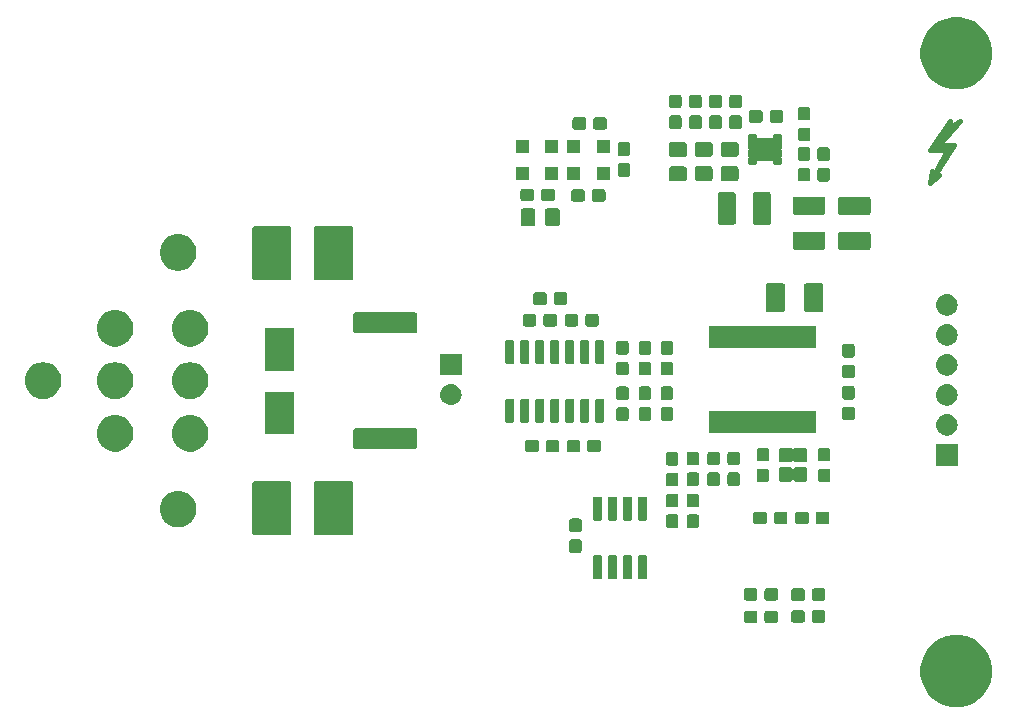
<source format=gbr>
G04 #@! TF.GenerationSoftware,KiCad,Pcbnew,(5.1.2)-2*
G04 #@! TF.CreationDate,2020-01-18T23:38:29-05:00*
G04 #@! TF.ProjectId,PowerSenseModule,506f7765-7253-4656-9e73-654d6f64756c,1.0*
G04 #@! TF.SameCoordinates,Original*
G04 #@! TF.FileFunction,Soldermask,Top*
G04 #@! TF.FilePolarity,Negative*
%FSLAX46Y46*%
G04 Gerber Fmt 4.6, Leading zero omitted, Abs format (unit mm)*
G04 Created by KiCad (PCBNEW (5.1.2)-2) date 2020-01-18 23:38:29*
%MOMM*%
%LPD*%
G04 APERTURE LIST*
%ADD10C,0.381000*%
%ADD11C,0.100000*%
G04 APERTURE END LIST*
D10*
X193008000Y-74619000D02*
X192881000Y-74111000D01*
X194532000Y-70428000D02*
X194405000Y-69920000D01*
X193008000Y-74746000D02*
X194786000Y-71952000D01*
X193516000Y-71952000D02*
X195294000Y-69920000D01*
X194786000Y-71952000D02*
X193516000Y-71952000D01*
X192754000Y-75127000D02*
X193516000Y-74492000D01*
X193516000Y-74492000D02*
X193008000Y-74746000D01*
X192754000Y-72333000D02*
X194151000Y-72333000D01*
X194385000Y-69895000D02*
X192754000Y-72333000D01*
X194151000Y-72333000D02*
X193008000Y-74619000D01*
X193135000Y-72206000D02*
X194405000Y-72206000D01*
X192881000Y-74111000D02*
X192754000Y-75127000D01*
X194532000Y-70301000D02*
X193135000Y-72206000D01*
X195294000Y-69920000D02*
X194532000Y-70428000D01*
D11*
G36*
X195849943Y-113536248D02*
G01*
X196405189Y-113766238D01*
X196405190Y-113766239D01*
X196904899Y-114100134D01*
X197329866Y-114525101D01*
X197329867Y-114525103D01*
X197663762Y-115024811D01*
X197893752Y-115580057D01*
X198011000Y-116169501D01*
X198011000Y-116770499D01*
X197893752Y-117359943D01*
X197663762Y-117915189D01*
X197663761Y-117915190D01*
X197329866Y-118414899D01*
X196904899Y-118839866D01*
X196653347Y-119007948D01*
X196405189Y-119173762D01*
X195849943Y-119403752D01*
X195260499Y-119521000D01*
X194659501Y-119521000D01*
X194070057Y-119403752D01*
X193514811Y-119173762D01*
X193266653Y-119007948D01*
X193015101Y-118839866D01*
X192590134Y-118414899D01*
X192256239Y-117915190D01*
X192256238Y-117915189D01*
X192026248Y-117359943D01*
X191909000Y-116770499D01*
X191909000Y-116169501D01*
X192026248Y-115580057D01*
X192256238Y-115024811D01*
X192590133Y-114525103D01*
X192590134Y-114525101D01*
X193015101Y-114100134D01*
X193514810Y-113766239D01*
X193514811Y-113766238D01*
X194070057Y-113536248D01*
X194659501Y-113419000D01*
X195260499Y-113419000D01*
X195849943Y-113536248D01*
X195849943Y-113536248D01*
G37*
G36*
X179699499Y-111348445D02*
G01*
X179736995Y-111359820D01*
X179771554Y-111378292D01*
X179801847Y-111403153D01*
X179826708Y-111433446D01*
X179845180Y-111468005D01*
X179856555Y-111505501D01*
X179861000Y-111550638D01*
X179861000Y-112189362D01*
X179856555Y-112234499D01*
X179845180Y-112271995D01*
X179826708Y-112306554D01*
X179801847Y-112336847D01*
X179771554Y-112361708D01*
X179736995Y-112380180D01*
X179699499Y-112391555D01*
X179654362Y-112396000D01*
X178915638Y-112396000D01*
X178870501Y-112391555D01*
X178833005Y-112380180D01*
X178798446Y-112361708D01*
X178768153Y-112336847D01*
X178743292Y-112306554D01*
X178724820Y-112271995D01*
X178713445Y-112234499D01*
X178709000Y-112189362D01*
X178709000Y-111550638D01*
X178713445Y-111505501D01*
X178724820Y-111468005D01*
X178743292Y-111433446D01*
X178768153Y-111403153D01*
X178798446Y-111378292D01*
X178833005Y-111359820D01*
X178870501Y-111348445D01*
X178915638Y-111344000D01*
X179654362Y-111344000D01*
X179699499Y-111348445D01*
X179699499Y-111348445D01*
G37*
G36*
X177949499Y-111348445D02*
G01*
X177986995Y-111359820D01*
X178021554Y-111378292D01*
X178051847Y-111403153D01*
X178076708Y-111433446D01*
X178095180Y-111468005D01*
X178106555Y-111505501D01*
X178111000Y-111550638D01*
X178111000Y-112189362D01*
X178106555Y-112234499D01*
X178095180Y-112271995D01*
X178076708Y-112306554D01*
X178051847Y-112336847D01*
X178021554Y-112361708D01*
X177986995Y-112380180D01*
X177949499Y-112391555D01*
X177904362Y-112396000D01*
X177165638Y-112396000D01*
X177120501Y-112391555D01*
X177083005Y-112380180D01*
X177048446Y-112361708D01*
X177018153Y-112336847D01*
X176993292Y-112306554D01*
X176974820Y-112271995D01*
X176963445Y-112234499D01*
X176959000Y-112189362D01*
X176959000Y-111550638D01*
X176963445Y-111505501D01*
X176974820Y-111468005D01*
X176993292Y-111433446D01*
X177018153Y-111403153D01*
X177048446Y-111378292D01*
X177083005Y-111359820D01*
X177120501Y-111348445D01*
X177165638Y-111344000D01*
X177904362Y-111344000D01*
X177949499Y-111348445D01*
X177949499Y-111348445D01*
G37*
G36*
X181959499Y-111318445D02*
G01*
X181996995Y-111329820D01*
X182031554Y-111348292D01*
X182061847Y-111373153D01*
X182086708Y-111403446D01*
X182105180Y-111438005D01*
X182116555Y-111475501D01*
X182121000Y-111520638D01*
X182121000Y-112159362D01*
X182116555Y-112204499D01*
X182105180Y-112241995D01*
X182086708Y-112276554D01*
X182061847Y-112306847D01*
X182031554Y-112331708D01*
X181996995Y-112350180D01*
X181959499Y-112361555D01*
X181914362Y-112366000D01*
X181175638Y-112366000D01*
X181130501Y-112361555D01*
X181093005Y-112350180D01*
X181058446Y-112331708D01*
X181028153Y-112306847D01*
X181003292Y-112276554D01*
X180984820Y-112241995D01*
X180973445Y-112204499D01*
X180969000Y-112159362D01*
X180969000Y-111520638D01*
X180973445Y-111475501D01*
X180984820Y-111438005D01*
X181003292Y-111403446D01*
X181028153Y-111373153D01*
X181058446Y-111348292D01*
X181093005Y-111329820D01*
X181130501Y-111318445D01*
X181175638Y-111314000D01*
X181914362Y-111314000D01*
X181959499Y-111318445D01*
X181959499Y-111318445D01*
G37*
G36*
X183709499Y-111318445D02*
G01*
X183746995Y-111329820D01*
X183781554Y-111348292D01*
X183811847Y-111373153D01*
X183836708Y-111403446D01*
X183855180Y-111438005D01*
X183866555Y-111475501D01*
X183871000Y-111520638D01*
X183871000Y-112159362D01*
X183866555Y-112204499D01*
X183855180Y-112241995D01*
X183836708Y-112276554D01*
X183811847Y-112306847D01*
X183781554Y-112331708D01*
X183746995Y-112350180D01*
X183709499Y-112361555D01*
X183664362Y-112366000D01*
X182925638Y-112366000D01*
X182880501Y-112361555D01*
X182843005Y-112350180D01*
X182808446Y-112331708D01*
X182778153Y-112306847D01*
X182753292Y-112276554D01*
X182734820Y-112241995D01*
X182723445Y-112204499D01*
X182719000Y-112159362D01*
X182719000Y-111520638D01*
X182723445Y-111475501D01*
X182734820Y-111438005D01*
X182753292Y-111403446D01*
X182778153Y-111373153D01*
X182808446Y-111348292D01*
X182843005Y-111329820D01*
X182880501Y-111318445D01*
X182925638Y-111314000D01*
X183664362Y-111314000D01*
X183709499Y-111318445D01*
X183709499Y-111318445D01*
G37*
G36*
X181959499Y-109468445D02*
G01*
X181996995Y-109479820D01*
X182031554Y-109498292D01*
X182061847Y-109523153D01*
X182086708Y-109553446D01*
X182105180Y-109588005D01*
X182116555Y-109625501D01*
X182121000Y-109670638D01*
X182121000Y-110309362D01*
X182116555Y-110354499D01*
X182105180Y-110391995D01*
X182086708Y-110426554D01*
X182061847Y-110456847D01*
X182031554Y-110481708D01*
X181996995Y-110500180D01*
X181959499Y-110511555D01*
X181914362Y-110516000D01*
X181175638Y-110516000D01*
X181130501Y-110511555D01*
X181093005Y-110500180D01*
X181058446Y-110481708D01*
X181028153Y-110456847D01*
X181003292Y-110426554D01*
X180984820Y-110391995D01*
X180973445Y-110354499D01*
X180969000Y-110309362D01*
X180969000Y-109670638D01*
X180973445Y-109625501D01*
X180984820Y-109588005D01*
X181003292Y-109553446D01*
X181028153Y-109523153D01*
X181058446Y-109498292D01*
X181093005Y-109479820D01*
X181130501Y-109468445D01*
X181175638Y-109464000D01*
X181914362Y-109464000D01*
X181959499Y-109468445D01*
X181959499Y-109468445D01*
G37*
G36*
X183709499Y-109468445D02*
G01*
X183746995Y-109479820D01*
X183781554Y-109498292D01*
X183811847Y-109523153D01*
X183836708Y-109553446D01*
X183855180Y-109588005D01*
X183866555Y-109625501D01*
X183871000Y-109670638D01*
X183871000Y-110309362D01*
X183866555Y-110354499D01*
X183855180Y-110391995D01*
X183836708Y-110426554D01*
X183811847Y-110456847D01*
X183781554Y-110481708D01*
X183746995Y-110500180D01*
X183709499Y-110511555D01*
X183664362Y-110516000D01*
X182925638Y-110516000D01*
X182880501Y-110511555D01*
X182843005Y-110500180D01*
X182808446Y-110481708D01*
X182778153Y-110456847D01*
X182753292Y-110426554D01*
X182734820Y-110391995D01*
X182723445Y-110354499D01*
X182719000Y-110309362D01*
X182719000Y-109670638D01*
X182723445Y-109625501D01*
X182734820Y-109588005D01*
X182753292Y-109553446D01*
X182778153Y-109523153D01*
X182808446Y-109498292D01*
X182843005Y-109479820D01*
X182880501Y-109468445D01*
X182925638Y-109464000D01*
X183664362Y-109464000D01*
X183709499Y-109468445D01*
X183709499Y-109468445D01*
G37*
G36*
X177949499Y-109448445D02*
G01*
X177986995Y-109459820D01*
X178021554Y-109478292D01*
X178051847Y-109503153D01*
X178076708Y-109533446D01*
X178095180Y-109568005D01*
X178106555Y-109605501D01*
X178111000Y-109650638D01*
X178111000Y-110289362D01*
X178106555Y-110334499D01*
X178095180Y-110371995D01*
X178076708Y-110406554D01*
X178051847Y-110436847D01*
X178021554Y-110461708D01*
X177986995Y-110480180D01*
X177949499Y-110491555D01*
X177904362Y-110496000D01*
X177165638Y-110496000D01*
X177120501Y-110491555D01*
X177083005Y-110480180D01*
X177048446Y-110461708D01*
X177018153Y-110436847D01*
X176993292Y-110406554D01*
X176974820Y-110371995D01*
X176963445Y-110334499D01*
X176959000Y-110289362D01*
X176959000Y-109650638D01*
X176963445Y-109605501D01*
X176974820Y-109568005D01*
X176993292Y-109533446D01*
X177018153Y-109503153D01*
X177048446Y-109478292D01*
X177083005Y-109459820D01*
X177120501Y-109448445D01*
X177165638Y-109444000D01*
X177904362Y-109444000D01*
X177949499Y-109448445D01*
X177949499Y-109448445D01*
G37*
G36*
X179699499Y-109448445D02*
G01*
X179736995Y-109459820D01*
X179771554Y-109478292D01*
X179801847Y-109503153D01*
X179826708Y-109533446D01*
X179845180Y-109568005D01*
X179856555Y-109605501D01*
X179861000Y-109650638D01*
X179861000Y-110289362D01*
X179856555Y-110334499D01*
X179845180Y-110371995D01*
X179826708Y-110406554D01*
X179801847Y-110436847D01*
X179771554Y-110461708D01*
X179736995Y-110480180D01*
X179699499Y-110491555D01*
X179654362Y-110496000D01*
X178915638Y-110496000D01*
X178870501Y-110491555D01*
X178833005Y-110480180D01*
X178798446Y-110461708D01*
X178768153Y-110436847D01*
X178743292Y-110406554D01*
X178724820Y-110371995D01*
X178713445Y-110334499D01*
X178709000Y-110289362D01*
X178709000Y-109650638D01*
X178713445Y-109605501D01*
X178724820Y-109568005D01*
X178743292Y-109533446D01*
X178768153Y-109503153D01*
X178798446Y-109478292D01*
X178833005Y-109459820D01*
X178870501Y-109448445D01*
X178915638Y-109444000D01*
X179654362Y-109444000D01*
X179699499Y-109448445D01*
X179699499Y-109448445D01*
G37*
G36*
X164829928Y-106651764D02*
G01*
X164851009Y-106658160D01*
X164870445Y-106668548D01*
X164887476Y-106682524D01*
X164901452Y-106699555D01*
X164911840Y-106718991D01*
X164918236Y-106740072D01*
X164921000Y-106768140D01*
X164921000Y-108581860D01*
X164918236Y-108609928D01*
X164911840Y-108631009D01*
X164901452Y-108650445D01*
X164887476Y-108667476D01*
X164870445Y-108681452D01*
X164851009Y-108691840D01*
X164829928Y-108698236D01*
X164801860Y-108701000D01*
X164338140Y-108701000D01*
X164310072Y-108698236D01*
X164288991Y-108691840D01*
X164269555Y-108681452D01*
X164252524Y-108667476D01*
X164238548Y-108650445D01*
X164228160Y-108631009D01*
X164221764Y-108609928D01*
X164219000Y-108581860D01*
X164219000Y-106768140D01*
X164221764Y-106740072D01*
X164228160Y-106718991D01*
X164238548Y-106699555D01*
X164252524Y-106682524D01*
X164269555Y-106668548D01*
X164288991Y-106658160D01*
X164310072Y-106651764D01*
X164338140Y-106649000D01*
X164801860Y-106649000D01*
X164829928Y-106651764D01*
X164829928Y-106651764D01*
G37*
G36*
X166099928Y-106651764D02*
G01*
X166121009Y-106658160D01*
X166140445Y-106668548D01*
X166157476Y-106682524D01*
X166171452Y-106699555D01*
X166181840Y-106718991D01*
X166188236Y-106740072D01*
X166191000Y-106768140D01*
X166191000Y-108581860D01*
X166188236Y-108609928D01*
X166181840Y-108631009D01*
X166171452Y-108650445D01*
X166157476Y-108667476D01*
X166140445Y-108681452D01*
X166121009Y-108691840D01*
X166099928Y-108698236D01*
X166071860Y-108701000D01*
X165608140Y-108701000D01*
X165580072Y-108698236D01*
X165558991Y-108691840D01*
X165539555Y-108681452D01*
X165522524Y-108667476D01*
X165508548Y-108650445D01*
X165498160Y-108631009D01*
X165491764Y-108609928D01*
X165489000Y-108581860D01*
X165489000Y-106768140D01*
X165491764Y-106740072D01*
X165498160Y-106718991D01*
X165508548Y-106699555D01*
X165522524Y-106682524D01*
X165539555Y-106668548D01*
X165558991Y-106658160D01*
X165580072Y-106651764D01*
X165608140Y-106649000D01*
X166071860Y-106649000D01*
X166099928Y-106651764D01*
X166099928Y-106651764D01*
G37*
G36*
X168639928Y-106651764D02*
G01*
X168661009Y-106658160D01*
X168680445Y-106668548D01*
X168697476Y-106682524D01*
X168711452Y-106699555D01*
X168721840Y-106718991D01*
X168728236Y-106740072D01*
X168731000Y-106768140D01*
X168731000Y-108581860D01*
X168728236Y-108609928D01*
X168721840Y-108631009D01*
X168711452Y-108650445D01*
X168697476Y-108667476D01*
X168680445Y-108681452D01*
X168661009Y-108691840D01*
X168639928Y-108698236D01*
X168611860Y-108701000D01*
X168148140Y-108701000D01*
X168120072Y-108698236D01*
X168098991Y-108691840D01*
X168079555Y-108681452D01*
X168062524Y-108667476D01*
X168048548Y-108650445D01*
X168038160Y-108631009D01*
X168031764Y-108609928D01*
X168029000Y-108581860D01*
X168029000Y-106768140D01*
X168031764Y-106740072D01*
X168038160Y-106718991D01*
X168048548Y-106699555D01*
X168062524Y-106682524D01*
X168079555Y-106668548D01*
X168098991Y-106658160D01*
X168120072Y-106651764D01*
X168148140Y-106649000D01*
X168611860Y-106649000D01*
X168639928Y-106651764D01*
X168639928Y-106651764D01*
G37*
G36*
X167369928Y-106651764D02*
G01*
X167391009Y-106658160D01*
X167410445Y-106668548D01*
X167427476Y-106682524D01*
X167441452Y-106699555D01*
X167451840Y-106718991D01*
X167458236Y-106740072D01*
X167461000Y-106768140D01*
X167461000Y-108581860D01*
X167458236Y-108609928D01*
X167451840Y-108631009D01*
X167441452Y-108650445D01*
X167427476Y-108667476D01*
X167410445Y-108681452D01*
X167391009Y-108691840D01*
X167369928Y-108698236D01*
X167341860Y-108701000D01*
X166878140Y-108701000D01*
X166850072Y-108698236D01*
X166828991Y-108691840D01*
X166809555Y-108681452D01*
X166792524Y-108667476D01*
X166778548Y-108650445D01*
X166768160Y-108631009D01*
X166761764Y-108609928D01*
X166759000Y-108581860D01*
X166759000Y-106768140D01*
X166761764Y-106740072D01*
X166768160Y-106718991D01*
X166778548Y-106699555D01*
X166792524Y-106682524D01*
X166809555Y-106668548D01*
X166828991Y-106658160D01*
X166850072Y-106651764D01*
X166878140Y-106649000D01*
X167341860Y-106649000D01*
X167369928Y-106651764D01*
X167369928Y-106651764D01*
G37*
G36*
X163064499Y-105303445D02*
G01*
X163101995Y-105314820D01*
X163136554Y-105333292D01*
X163166847Y-105358153D01*
X163191708Y-105388446D01*
X163210180Y-105423005D01*
X163221555Y-105460501D01*
X163226000Y-105505638D01*
X163226000Y-106244362D01*
X163221555Y-106289499D01*
X163210180Y-106326995D01*
X163191708Y-106361554D01*
X163166847Y-106391847D01*
X163136554Y-106416708D01*
X163101995Y-106435180D01*
X163064499Y-106446555D01*
X163019362Y-106451000D01*
X162380638Y-106451000D01*
X162335501Y-106446555D01*
X162298005Y-106435180D01*
X162263446Y-106416708D01*
X162233153Y-106391847D01*
X162208292Y-106361554D01*
X162189820Y-106326995D01*
X162178445Y-106289499D01*
X162174000Y-106244362D01*
X162174000Y-105505638D01*
X162178445Y-105460501D01*
X162189820Y-105423005D01*
X162208292Y-105388446D01*
X162233153Y-105358153D01*
X162263446Y-105333292D01*
X162298005Y-105314820D01*
X162335501Y-105303445D01*
X162380638Y-105299000D01*
X163019362Y-105299000D01*
X163064499Y-105303445D01*
X163064499Y-105303445D01*
G37*
G36*
X143733131Y-100407523D02*
G01*
X143761628Y-100416167D01*
X143787889Y-100430204D01*
X143810906Y-100449094D01*
X143829796Y-100472111D01*
X143843833Y-100498372D01*
X143852477Y-100526869D01*
X143856000Y-100562640D01*
X143856000Y-104797360D01*
X143852477Y-104833131D01*
X143843833Y-104861628D01*
X143829796Y-104887889D01*
X143810906Y-104910906D01*
X143787889Y-104929796D01*
X143761628Y-104943833D01*
X143733131Y-104952477D01*
X143697360Y-104956000D01*
X140712640Y-104956000D01*
X140676869Y-104952477D01*
X140648372Y-104943833D01*
X140622111Y-104929796D01*
X140599094Y-104910906D01*
X140580204Y-104887889D01*
X140566167Y-104861628D01*
X140557523Y-104833131D01*
X140554000Y-104797360D01*
X140554000Y-100562640D01*
X140557523Y-100526869D01*
X140566167Y-100498372D01*
X140580204Y-100472111D01*
X140599094Y-100449094D01*
X140622111Y-100430204D01*
X140648372Y-100416167D01*
X140676869Y-100407523D01*
X140712640Y-100404000D01*
X143697360Y-100404000D01*
X143733131Y-100407523D01*
X143733131Y-100407523D01*
G37*
G36*
X138533131Y-100407523D02*
G01*
X138561628Y-100416167D01*
X138587889Y-100430204D01*
X138610906Y-100449094D01*
X138629796Y-100472111D01*
X138643833Y-100498372D01*
X138652477Y-100526869D01*
X138656000Y-100562640D01*
X138656000Y-104797360D01*
X138652477Y-104833131D01*
X138643833Y-104861628D01*
X138629796Y-104887889D01*
X138610906Y-104910906D01*
X138587889Y-104929796D01*
X138561628Y-104943833D01*
X138533131Y-104952477D01*
X138497360Y-104956000D01*
X135512640Y-104956000D01*
X135476869Y-104952477D01*
X135448372Y-104943833D01*
X135422111Y-104929796D01*
X135399094Y-104910906D01*
X135380204Y-104887889D01*
X135366167Y-104861628D01*
X135357523Y-104833131D01*
X135354000Y-104797360D01*
X135354000Y-100562640D01*
X135357523Y-100526869D01*
X135366167Y-100498372D01*
X135380204Y-100472111D01*
X135399094Y-100449094D01*
X135422111Y-100430204D01*
X135448372Y-100416167D01*
X135476869Y-100407523D01*
X135512640Y-100404000D01*
X138497360Y-100404000D01*
X138533131Y-100407523D01*
X138533131Y-100407523D01*
G37*
G36*
X163064499Y-103553445D02*
G01*
X163101995Y-103564820D01*
X163136554Y-103583292D01*
X163166847Y-103608153D01*
X163191708Y-103638446D01*
X163210180Y-103673005D01*
X163221555Y-103710501D01*
X163226000Y-103755638D01*
X163226000Y-104494362D01*
X163221555Y-104539499D01*
X163210180Y-104576995D01*
X163191708Y-104611554D01*
X163166847Y-104641847D01*
X163136554Y-104666708D01*
X163101995Y-104685180D01*
X163064499Y-104696555D01*
X163019362Y-104701000D01*
X162380638Y-104701000D01*
X162335501Y-104696555D01*
X162298005Y-104685180D01*
X162263446Y-104666708D01*
X162233153Y-104641847D01*
X162208292Y-104611554D01*
X162189820Y-104576995D01*
X162178445Y-104539499D01*
X162174000Y-104494362D01*
X162174000Y-103755638D01*
X162178445Y-103710501D01*
X162189820Y-103673005D01*
X162208292Y-103638446D01*
X162233153Y-103608153D01*
X162263446Y-103583292D01*
X162298005Y-103564820D01*
X162335501Y-103553445D01*
X162380638Y-103549000D01*
X163019362Y-103549000D01*
X163064499Y-103553445D01*
X163064499Y-103553445D01*
G37*
G36*
X171264499Y-103203445D02*
G01*
X171301995Y-103214820D01*
X171336554Y-103233292D01*
X171366847Y-103258153D01*
X171391708Y-103288446D01*
X171410180Y-103323005D01*
X171421555Y-103360501D01*
X171426000Y-103405638D01*
X171426000Y-104144362D01*
X171421555Y-104189499D01*
X171410180Y-104226995D01*
X171391708Y-104261554D01*
X171366847Y-104291847D01*
X171336554Y-104316708D01*
X171301995Y-104335180D01*
X171264499Y-104346555D01*
X171219362Y-104351000D01*
X170580638Y-104351000D01*
X170535501Y-104346555D01*
X170498005Y-104335180D01*
X170463446Y-104316708D01*
X170433153Y-104291847D01*
X170408292Y-104261554D01*
X170389820Y-104226995D01*
X170378445Y-104189499D01*
X170374000Y-104144362D01*
X170374000Y-103405638D01*
X170378445Y-103360501D01*
X170389820Y-103323005D01*
X170408292Y-103288446D01*
X170433153Y-103258153D01*
X170463446Y-103233292D01*
X170498005Y-103214820D01*
X170535501Y-103203445D01*
X170580638Y-103199000D01*
X171219362Y-103199000D01*
X171264499Y-103203445D01*
X171264499Y-103203445D01*
G37*
G36*
X173014499Y-103203445D02*
G01*
X173051995Y-103214820D01*
X173086554Y-103233292D01*
X173116847Y-103258153D01*
X173141708Y-103288446D01*
X173160180Y-103323005D01*
X173171555Y-103360501D01*
X173176000Y-103405638D01*
X173176000Y-104144362D01*
X173171555Y-104189499D01*
X173160180Y-104226995D01*
X173141708Y-104261554D01*
X173116847Y-104291847D01*
X173086554Y-104316708D01*
X173051995Y-104335180D01*
X173014499Y-104346555D01*
X172969362Y-104351000D01*
X172330638Y-104351000D01*
X172285501Y-104346555D01*
X172248005Y-104335180D01*
X172213446Y-104316708D01*
X172183153Y-104291847D01*
X172158292Y-104261554D01*
X172139820Y-104226995D01*
X172128445Y-104189499D01*
X172124000Y-104144362D01*
X172124000Y-103405638D01*
X172128445Y-103360501D01*
X172139820Y-103323005D01*
X172158292Y-103288446D01*
X172183153Y-103258153D01*
X172213446Y-103233292D01*
X172248005Y-103214820D01*
X172285501Y-103203445D01*
X172330638Y-103199000D01*
X172969362Y-103199000D01*
X173014499Y-103203445D01*
X173014499Y-103203445D01*
G37*
G36*
X129366585Y-101235002D02*
G01*
X129516410Y-101264804D01*
X129798674Y-101381721D01*
X130052705Y-101551459D01*
X130268741Y-101767495D01*
X130438479Y-102021526D01*
X130555396Y-102303790D01*
X130555396Y-102303791D01*
X130613631Y-102596555D01*
X130615000Y-102603440D01*
X130615000Y-102908960D01*
X130555396Y-103208610D01*
X130438479Y-103490874D01*
X130268741Y-103744905D01*
X130052705Y-103960941D01*
X129798674Y-104130679D01*
X129516410Y-104247596D01*
X129446238Y-104261554D01*
X129216761Y-104307200D01*
X128911239Y-104307200D01*
X128681762Y-104261554D01*
X128611590Y-104247596D01*
X128329326Y-104130679D01*
X128075295Y-103960941D01*
X127859259Y-103744905D01*
X127689521Y-103490874D01*
X127572604Y-103208610D01*
X127513000Y-102908960D01*
X127513000Y-102603440D01*
X127514370Y-102596555D01*
X127572604Y-102303791D01*
X127572604Y-102303790D01*
X127689521Y-102021526D01*
X127859259Y-101767495D01*
X128075295Y-101551459D01*
X128329326Y-101381721D01*
X128611590Y-101264804D01*
X128761415Y-101235002D01*
X128911239Y-101205200D01*
X129216761Y-101205200D01*
X129366585Y-101235002D01*
X129366585Y-101235002D01*
G37*
G36*
X178739499Y-102978445D02*
G01*
X178776995Y-102989820D01*
X178811554Y-103008292D01*
X178841847Y-103033153D01*
X178866708Y-103063446D01*
X178885180Y-103098005D01*
X178896555Y-103135501D01*
X178901000Y-103180638D01*
X178901000Y-103819362D01*
X178896555Y-103864499D01*
X178885180Y-103901995D01*
X178866708Y-103936554D01*
X178841847Y-103966847D01*
X178811554Y-103991708D01*
X178776995Y-104010180D01*
X178739499Y-104021555D01*
X178694362Y-104026000D01*
X177955638Y-104026000D01*
X177910501Y-104021555D01*
X177873005Y-104010180D01*
X177838446Y-103991708D01*
X177808153Y-103966847D01*
X177783292Y-103936554D01*
X177764820Y-103901995D01*
X177753445Y-103864499D01*
X177749000Y-103819362D01*
X177749000Y-103180638D01*
X177753445Y-103135501D01*
X177764820Y-103098005D01*
X177783292Y-103063446D01*
X177808153Y-103033153D01*
X177838446Y-103008292D01*
X177873005Y-102989820D01*
X177910501Y-102978445D01*
X177955638Y-102974000D01*
X178694362Y-102974000D01*
X178739499Y-102978445D01*
X178739499Y-102978445D01*
G37*
G36*
X184039499Y-102978445D02*
G01*
X184076995Y-102989820D01*
X184111554Y-103008292D01*
X184141847Y-103033153D01*
X184166708Y-103063446D01*
X184185180Y-103098005D01*
X184196555Y-103135501D01*
X184201000Y-103180638D01*
X184201000Y-103819362D01*
X184196555Y-103864499D01*
X184185180Y-103901995D01*
X184166708Y-103936554D01*
X184141847Y-103966847D01*
X184111554Y-103991708D01*
X184076995Y-104010180D01*
X184039499Y-104021555D01*
X183994362Y-104026000D01*
X183255638Y-104026000D01*
X183210501Y-104021555D01*
X183173005Y-104010180D01*
X183138446Y-103991708D01*
X183108153Y-103966847D01*
X183083292Y-103936554D01*
X183064820Y-103901995D01*
X183053445Y-103864499D01*
X183049000Y-103819362D01*
X183049000Y-103180638D01*
X183053445Y-103135501D01*
X183064820Y-103098005D01*
X183083292Y-103063446D01*
X183108153Y-103033153D01*
X183138446Y-103008292D01*
X183173005Y-102989820D01*
X183210501Y-102978445D01*
X183255638Y-102974000D01*
X183994362Y-102974000D01*
X184039499Y-102978445D01*
X184039499Y-102978445D01*
G37*
G36*
X182289499Y-102978445D02*
G01*
X182326995Y-102989820D01*
X182361554Y-103008292D01*
X182391847Y-103033153D01*
X182416708Y-103063446D01*
X182435180Y-103098005D01*
X182446555Y-103135501D01*
X182451000Y-103180638D01*
X182451000Y-103819362D01*
X182446555Y-103864499D01*
X182435180Y-103901995D01*
X182416708Y-103936554D01*
X182391847Y-103966847D01*
X182361554Y-103991708D01*
X182326995Y-104010180D01*
X182289499Y-104021555D01*
X182244362Y-104026000D01*
X181505638Y-104026000D01*
X181460501Y-104021555D01*
X181423005Y-104010180D01*
X181388446Y-103991708D01*
X181358153Y-103966847D01*
X181333292Y-103936554D01*
X181314820Y-103901995D01*
X181303445Y-103864499D01*
X181299000Y-103819362D01*
X181299000Y-103180638D01*
X181303445Y-103135501D01*
X181314820Y-103098005D01*
X181333292Y-103063446D01*
X181358153Y-103033153D01*
X181388446Y-103008292D01*
X181423005Y-102989820D01*
X181460501Y-102978445D01*
X181505638Y-102974000D01*
X182244362Y-102974000D01*
X182289499Y-102978445D01*
X182289499Y-102978445D01*
G37*
G36*
X180489499Y-102978445D02*
G01*
X180526995Y-102989820D01*
X180561554Y-103008292D01*
X180591847Y-103033153D01*
X180616708Y-103063446D01*
X180635180Y-103098005D01*
X180646555Y-103135501D01*
X180651000Y-103180638D01*
X180651000Y-103819362D01*
X180646555Y-103864499D01*
X180635180Y-103901995D01*
X180616708Y-103936554D01*
X180591847Y-103966847D01*
X180561554Y-103991708D01*
X180526995Y-104010180D01*
X180489499Y-104021555D01*
X180444362Y-104026000D01*
X179705638Y-104026000D01*
X179660501Y-104021555D01*
X179623005Y-104010180D01*
X179588446Y-103991708D01*
X179558153Y-103966847D01*
X179533292Y-103936554D01*
X179514820Y-103901995D01*
X179503445Y-103864499D01*
X179499000Y-103819362D01*
X179499000Y-103180638D01*
X179503445Y-103135501D01*
X179514820Y-103098005D01*
X179533292Y-103063446D01*
X179558153Y-103033153D01*
X179588446Y-103008292D01*
X179623005Y-102989820D01*
X179660501Y-102978445D01*
X179705638Y-102974000D01*
X180444362Y-102974000D01*
X180489499Y-102978445D01*
X180489499Y-102978445D01*
G37*
G36*
X167369928Y-101701764D02*
G01*
X167391009Y-101708160D01*
X167410445Y-101718548D01*
X167427476Y-101732524D01*
X167441452Y-101749555D01*
X167451840Y-101768991D01*
X167458236Y-101790072D01*
X167461000Y-101818140D01*
X167461000Y-103631860D01*
X167458236Y-103659928D01*
X167451840Y-103681009D01*
X167441452Y-103700445D01*
X167427476Y-103717476D01*
X167410445Y-103731452D01*
X167391009Y-103741840D01*
X167369928Y-103748236D01*
X167341860Y-103751000D01*
X166878140Y-103751000D01*
X166850072Y-103748236D01*
X166828991Y-103741840D01*
X166809555Y-103731452D01*
X166792524Y-103717476D01*
X166778548Y-103700445D01*
X166768160Y-103681009D01*
X166761764Y-103659928D01*
X166759000Y-103631860D01*
X166759000Y-101818140D01*
X166761764Y-101790072D01*
X166768160Y-101768991D01*
X166778548Y-101749555D01*
X166792524Y-101732524D01*
X166809555Y-101718548D01*
X166828991Y-101708160D01*
X166850072Y-101701764D01*
X166878140Y-101699000D01*
X167341860Y-101699000D01*
X167369928Y-101701764D01*
X167369928Y-101701764D01*
G37*
G36*
X164829928Y-101701764D02*
G01*
X164851009Y-101708160D01*
X164870445Y-101718548D01*
X164887476Y-101732524D01*
X164901452Y-101749555D01*
X164911840Y-101768991D01*
X164918236Y-101790072D01*
X164921000Y-101818140D01*
X164921000Y-103631860D01*
X164918236Y-103659928D01*
X164911840Y-103681009D01*
X164901452Y-103700445D01*
X164887476Y-103717476D01*
X164870445Y-103731452D01*
X164851009Y-103741840D01*
X164829928Y-103748236D01*
X164801860Y-103751000D01*
X164338140Y-103751000D01*
X164310072Y-103748236D01*
X164288991Y-103741840D01*
X164269555Y-103731452D01*
X164252524Y-103717476D01*
X164238548Y-103700445D01*
X164228160Y-103681009D01*
X164221764Y-103659928D01*
X164219000Y-103631860D01*
X164219000Y-101818140D01*
X164221764Y-101790072D01*
X164228160Y-101768991D01*
X164238548Y-101749555D01*
X164252524Y-101732524D01*
X164269555Y-101718548D01*
X164288991Y-101708160D01*
X164310072Y-101701764D01*
X164338140Y-101699000D01*
X164801860Y-101699000D01*
X164829928Y-101701764D01*
X164829928Y-101701764D01*
G37*
G36*
X168639928Y-101701764D02*
G01*
X168661009Y-101708160D01*
X168680445Y-101718548D01*
X168697476Y-101732524D01*
X168711452Y-101749555D01*
X168721840Y-101768991D01*
X168728236Y-101790072D01*
X168731000Y-101818140D01*
X168731000Y-103631860D01*
X168728236Y-103659928D01*
X168721840Y-103681009D01*
X168711452Y-103700445D01*
X168697476Y-103717476D01*
X168680445Y-103731452D01*
X168661009Y-103741840D01*
X168639928Y-103748236D01*
X168611860Y-103751000D01*
X168148140Y-103751000D01*
X168120072Y-103748236D01*
X168098991Y-103741840D01*
X168079555Y-103731452D01*
X168062524Y-103717476D01*
X168048548Y-103700445D01*
X168038160Y-103681009D01*
X168031764Y-103659928D01*
X168029000Y-103631860D01*
X168029000Y-101818140D01*
X168031764Y-101790072D01*
X168038160Y-101768991D01*
X168048548Y-101749555D01*
X168062524Y-101732524D01*
X168079555Y-101718548D01*
X168098991Y-101708160D01*
X168120072Y-101701764D01*
X168148140Y-101699000D01*
X168611860Y-101699000D01*
X168639928Y-101701764D01*
X168639928Y-101701764D01*
G37*
G36*
X166099928Y-101701764D02*
G01*
X166121009Y-101708160D01*
X166140445Y-101718548D01*
X166157476Y-101732524D01*
X166171452Y-101749555D01*
X166181840Y-101768991D01*
X166188236Y-101790072D01*
X166191000Y-101818140D01*
X166191000Y-103631860D01*
X166188236Y-103659928D01*
X166181840Y-103681009D01*
X166171452Y-103700445D01*
X166157476Y-103717476D01*
X166140445Y-103731452D01*
X166121009Y-103741840D01*
X166099928Y-103748236D01*
X166071860Y-103751000D01*
X165608140Y-103751000D01*
X165580072Y-103748236D01*
X165558991Y-103741840D01*
X165539555Y-103731452D01*
X165522524Y-103717476D01*
X165508548Y-103700445D01*
X165498160Y-103681009D01*
X165491764Y-103659928D01*
X165489000Y-103631860D01*
X165489000Y-101818140D01*
X165491764Y-101790072D01*
X165498160Y-101768991D01*
X165508548Y-101749555D01*
X165522524Y-101732524D01*
X165539555Y-101718548D01*
X165558991Y-101708160D01*
X165580072Y-101701764D01*
X165608140Y-101699000D01*
X166071860Y-101699000D01*
X166099928Y-101701764D01*
X166099928Y-101701764D01*
G37*
G36*
X173014499Y-101453445D02*
G01*
X173051995Y-101464820D01*
X173086554Y-101483292D01*
X173116847Y-101508153D01*
X173141708Y-101538446D01*
X173160180Y-101573005D01*
X173171555Y-101610501D01*
X173176000Y-101655638D01*
X173176000Y-102394362D01*
X173171555Y-102439499D01*
X173160180Y-102476995D01*
X173141708Y-102511554D01*
X173116847Y-102541847D01*
X173086554Y-102566708D01*
X173051995Y-102585180D01*
X173014499Y-102596555D01*
X172969362Y-102601000D01*
X172330638Y-102601000D01*
X172285501Y-102596555D01*
X172248005Y-102585180D01*
X172213446Y-102566708D01*
X172183153Y-102541847D01*
X172158292Y-102511554D01*
X172139820Y-102476995D01*
X172128445Y-102439499D01*
X172124000Y-102394362D01*
X172124000Y-101655638D01*
X172128445Y-101610501D01*
X172139820Y-101573005D01*
X172158292Y-101538446D01*
X172183153Y-101508153D01*
X172213446Y-101483292D01*
X172248005Y-101464820D01*
X172285501Y-101453445D01*
X172330638Y-101449000D01*
X172969362Y-101449000D01*
X173014499Y-101453445D01*
X173014499Y-101453445D01*
G37*
G36*
X171264499Y-101453445D02*
G01*
X171301995Y-101464820D01*
X171336554Y-101483292D01*
X171366847Y-101508153D01*
X171391708Y-101538446D01*
X171410180Y-101573005D01*
X171421555Y-101610501D01*
X171426000Y-101655638D01*
X171426000Y-102394362D01*
X171421555Y-102439499D01*
X171410180Y-102476995D01*
X171391708Y-102511554D01*
X171366847Y-102541847D01*
X171336554Y-102566708D01*
X171301995Y-102585180D01*
X171264499Y-102596555D01*
X171219362Y-102601000D01*
X170580638Y-102601000D01*
X170535501Y-102596555D01*
X170498005Y-102585180D01*
X170463446Y-102566708D01*
X170433153Y-102541847D01*
X170408292Y-102511554D01*
X170389820Y-102476995D01*
X170378445Y-102439499D01*
X170374000Y-102394362D01*
X170374000Y-101655638D01*
X170378445Y-101610501D01*
X170389820Y-101573005D01*
X170408292Y-101538446D01*
X170433153Y-101508153D01*
X170463446Y-101483292D01*
X170498005Y-101464820D01*
X170535501Y-101453445D01*
X170580638Y-101449000D01*
X171219362Y-101449000D01*
X171264499Y-101453445D01*
X171264499Y-101453445D01*
G37*
G36*
X171264499Y-99678445D02*
G01*
X171301995Y-99689820D01*
X171336554Y-99708292D01*
X171366847Y-99733153D01*
X171391708Y-99763446D01*
X171410180Y-99798005D01*
X171421555Y-99835501D01*
X171426000Y-99880638D01*
X171426000Y-100619362D01*
X171421555Y-100664499D01*
X171410180Y-100701995D01*
X171391708Y-100736554D01*
X171366847Y-100766847D01*
X171336554Y-100791708D01*
X171301995Y-100810180D01*
X171264499Y-100821555D01*
X171219362Y-100826000D01*
X170580638Y-100826000D01*
X170535501Y-100821555D01*
X170498005Y-100810180D01*
X170463446Y-100791708D01*
X170433153Y-100766847D01*
X170408292Y-100736554D01*
X170389820Y-100701995D01*
X170378445Y-100664499D01*
X170374000Y-100619362D01*
X170374000Y-99880638D01*
X170378445Y-99835501D01*
X170389820Y-99798005D01*
X170408292Y-99763446D01*
X170433153Y-99733153D01*
X170463446Y-99708292D01*
X170498005Y-99689820D01*
X170535501Y-99678445D01*
X170580638Y-99674000D01*
X171219362Y-99674000D01*
X171264499Y-99678445D01*
X171264499Y-99678445D01*
G37*
G36*
X176464499Y-99653445D02*
G01*
X176501995Y-99664820D01*
X176536554Y-99683292D01*
X176566847Y-99708153D01*
X176591708Y-99738446D01*
X176610180Y-99773005D01*
X176621555Y-99810501D01*
X176626000Y-99855638D01*
X176626000Y-100594362D01*
X176621555Y-100639499D01*
X176610180Y-100676995D01*
X176591708Y-100711554D01*
X176566847Y-100741847D01*
X176536554Y-100766708D01*
X176501995Y-100785180D01*
X176464499Y-100796555D01*
X176419362Y-100801000D01*
X175780638Y-100801000D01*
X175735501Y-100796555D01*
X175698005Y-100785180D01*
X175663446Y-100766708D01*
X175633153Y-100741847D01*
X175608292Y-100711554D01*
X175589820Y-100676995D01*
X175578445Y-100639499D01*
X175574000Y-100594362D01*
X175574000Y-99855638D01*
X175578445Y-99810501D01*
X175589820Y-99773005D01*
X175608292Y-99738446D01*
X175633153Y-99708153D01*
X175663446Y-99683292D01*
X175698005Y-99664820D01*
X175735501Y-99653445D01*
X175780638Y-99649000D01*
X176419362Y-99649000D01*
X176464499Y-99653445D01*
X176464499Y-99653445D01*
G37*
G36*
X173014499Y-99653445D02*
G01*
X173051995Y-99664820D01*
X173086554Y-99683292D01*
X173116847Y-99708153D01*
X173141708Y-99738446D01*
X173160180Y-99773005D01*
X173171555Y-99810501D01*
X173176000Y-99855638D01*
X173176000Y-100594362D01*
X173171555Y-100639499D01*
X173160180Y-100676995D01*
X173141708Y-100711554D01*
X173116847Y-100741847D01*
X173086554Y-100766708D01*
X173051995Y-100785180D01*
X173014499Y-100796555D01*
X172969362Y-100801000D01*
X172330638Y-100801000D01*
X172285501Y-100796555D01*
X172248005Y-100785180D01*
X172213446Y-100766708D01*
X172183153Y-100741847D01*
X172158292Y-100711554D01*
X172139820Y-100676995D01*
X172128445Y-100639499D01*
X172124000Y-100594362D01*
X172124000Y-99855638D01*
X172128445Y-99810501D01*
X172139820Y-99773005D01*
X172158292Y-99738446D01*
X172183153Y-99708153D01*
X172213446Y-99683292D01*
X172248005Y-99664820D01*
X172285501Y-99653445D01*
X172330638Y-99649000D01*
X172969362Y-99649000D01*
X173014499Y-99653445D01*
X173014499Y-99653445D01*
G37*
G36*
X174764499Y-99653445D02*
G01*
X174801995Y-99664820D01*
X174836554Y-99683292D01*
X174866847Y-99708153D01*
X174891708Y-99738446D01*
X174910180Y-99773005D01*
X174921555Y-99810501D01*
X174926000Y-99855638D01*
X174926000Y-100594362D01*
X174921555Y-100639499D01*
X174910180Y-100676995D01*
X174891708Y-100711554D01*
X174866847Y-100741847D01*
X174836554Y-100766708D01*
X174801995Y-100785180D01*
X174764499Y-100796555D01*
X174719362Y-100801000D01*
X174080638Y-100801000D01*
X174035501Y-100796555D01*
X173998005Y-100785180D01*
X173963446Y-100766708D01*
X173933153Y-100741847D01*
X173908292Y-100711554D01*
X173889820Y-100676995D01*
X173878445Y-100639499D01*
X173874000Y-100594362D01*
X173874000Y-99855638D01*
X173878445Y-99810501D01*
X173889820Y-99773005D01*
X173908292Y-99738446D01*
X173933153Y-99708153D01*
X173963446Y-99683292D01*
X173998005Y-99664820D01*
X174035501Y-99653445D01*
X174080638Y-99649000D01*
X174719362Y-99649000D01*
X174764499Y-99653445D01*
X174764499Y-99653445D01*
G37*
G36*
X184124499Y-99323445D02*
G01*
X184161995Y-99334820D01*
X184196554Y-99353292D01*
X184226847Y-99378153D01*
X184251708Y-99408446D01*
X184270180Y-99443005D01*
X184281555Y-99480501D01*
X184286000Y-99525638D01*
X184286000Y-100264362D01*
X184281555Y-100309499D01*
X184270180Y-100346995D01*
X184251708Y-100381554D01*
X184226847Y-100411847D01*
X184196554Y-100436708D01*
X184161995Y-100455180D01*
X184124499Y-100466555D01*
X184079362Y-100471000D01*
X183440638Y-100471000D01*
X183395501Y-100466555D01*
X183358005Y-100455180D01*
X183323446Y-100436708D01*
X183293153Y-100411847D01*
X183268292Y-100381554D01*
X183249820Y-100346995D01*
X183238445Y-100309499D01*
X183234000Y-100264362D01*
X183234000Y-99525638D01*
X183238445Y-99480501D01*
X183249820Y-99443005D01*
X183268292Y-99408446D01*
X183293153Y-99378153D01*
X183323446Y-99353292D01*
X183358005Y-99334820D01*
X183395501Y-99323445D01*
X183440638Y-99319000D01*
X184079362Y-99319000D01*
X184124499Y-99323445D01*
X184124499Y-99323445D01*
G37*
G36*
X178924499Y-99323445D02*
G01*
X178961995Y-99334820D01*
X178996554Y-99353292D01*
X179026847Y-99378153D01*
X179051708Y-99408446D01*
X179070180Y-99443005D01*
X179081555Y-99480501D01*
X179086000Y-99525638D01*
X179086000Y-100264362D01*
X179081555Y-100309499D01*
X179070180Y-100346995D01*
X179051708Y-100381554D01*
X179026847Y-100411847D01*
X178996554Y-100436708D01*
X178961995Y-100455180D01*
X178924499Y-100466555D01*
X178879362Y-100471000D01*
X178240638Y-100471000D01*
X178195501Y-100466555D01*
X178158005Y-100455180D01*
X178123446Y-100436708D01*
X178093153Y-100411847D01*
X178068292Y-100381554D01*
X178049820Y-100346995D01*
X178038445Y-100309499D01*
X178034000Y-100264362D01*
X178034000Y-99525638D01*
X178038445Y-99480501D01*
X178049820Y-99443005D01*
X178068292Y-99408446D01*
X178093153Y-99378153D01*
X178123446Y-99353292D01*
X178158005Y-99334820D01*
X178195501Y-99323445D01*
X178240638Y-99319000D01*
X178879362Y-99319000D01*
X178924499Y-99323445D01*
X178924499Y-99323445D01*
G37*
G36*
X180904373Y-99198926D02*
G01*
X180946566Y-99211725D01*
X180985444Y-99232506D01*
X181019525Y-99260475D01*
X181038375Y-99283444D01*
X181055702Y-99300771D01*
X181076076Y-99314385D01*
X181098715Y-99323762D01*
X181122749Y-99328542D01*
X181147253Y-99328542D01*
X181171286Y-99323761D01*
X181193925Y-99314384D01*
X181214299Y-99300770D01*
X181231625Y-99283444D01*
X181250475Y-99260475D01*
X181284556Y-99232506D01*
X181323434Y-99211725D01*
X181365627Y-99198926D01*
X181415641Y-99194000D01*
X182104359Y-99194000D01*
X182154373Y-99198926D01*
X182196566Y-99211725D01*
X182235444Y-99232506D01*
X182269525Y-99260475D01*
X182297494Y-99294556D01*
X182318275Y-99333434D01*
X182331074Y-99375627D01*
X182336000Y-99425641D01*
X182336000Y-100214359D01*
X182331074Y-100264373D01*
X182318275Y-100306566D01*
X182297494Y-100345444D01*
X182269525Y-100379525D01*
X182235444Y-100407494D01*
X182196566Y-100428275D01*
X182154373Y-100441074D01*
X182104359Y-100446000D01*
X181415641Y-100446000D01*
X181365627Y-100441074D01*
X181323434Y-100428275D01*
X181284556Y-100407494D01*
X181250475Y-100379525D01*
X181231625Y-100356556D01*
X181214298Y-100339229D01*
X181193924Y-100325615D01*
X181171285Y-100316238D01*
X181147251Y-100311458D01*
X181122747Y-100311458D01*
X181098714Y-100316239D01*
X181076075Y-100325616D01*
X181055701Y-100339230D01*
X181038375Y-100356556D01*
X181019525Y-100379525D01*
X180985444Y-100407494D01*
X180946566Y-100428275D01*
X180904373Y-100441074D01*
X180854359Y-100446000D01*
X180165641Y-100446000D01*
X180115627Y-100441074D01*
X180073434Y-100428275D01*
X180034556Y-100407494D01*
X180000475Y-100379525D01*
X179972506Y-100345444D01*
X179951725Y-100306566D01*
X179938926Y-100264373D01*
X179934000Y-100214359D01*
X179934000Y-99425641D01*
X179938926Y-99375627D01*
X179951725Y-99333434D01*
X179972506Y-99294556D01*
X180000475Y-99260475D01*
X180034556Y-99232506D01*
X180073434Y-99211725D01*
X180115627Y-99198926D01*
X180165641Y-99194000D01*
X180854359Y-99194000D01*
X180904373Y-99198926D01*
X180904373Y-99198926D01*
G37*
G36*
X171264499Y-97928445D02*
G01*
X171301995Y-97939820D01*
X171336554Y-97958292D01*
X171366847Y-97983153D01*
X171391708Y-98013446D01*
X171410180Y-98048005D01*
X171421555Y-98085501D01*
X171426000Y-98130638D01*
X171426000Y-98869362D01*
X171421555Y-98914499D01*
X171410180Y-98951995D01*
X171391708Y-98986554D01*
X171366847Y-99016847D01*
X171336554Y-99041708D01*
X171301995Y-99060180D01*
X171264499Y-99071555D01*
X171219362Y-99076000D01*
X170580638Y-99076000D01*
X170535501Y-99071555D01*
X170498005Y-99060180D01*
X170463446Y-99041708D01*
X170433153Y-99016847D01*
X170408292Y-98986554D01*
X170389820Y-98951995D01*
X170378445Y-98914499D01*
X170374000Y-98869362D01*
X170374000Y-98130638D01*
X170378445Y-98085501D01*
X170389820Y-98048005D01*
X170408292Y-98013446D01*
X170433153Y-97983153D01*
X170463446Y-97958292D01*
X170498005Y-97939820D01*
X170535501Y-97928445D01*
X170580638Y-97924000D01*
X171219362Y-97924000D01*
X171264499Y-97928445D01*
X171264499Y-97928445D01*
G37*
G36*
X195051000Y-99071000D02*
G01*
X193249000Y-99071000D01*
X193249000Y-97269000D01*
X195051000Y-97269000D01*
X195051000Y-99071000D01*
X195051000Y-99071000D01*
G37*
G36*
X173014499Y-97903445D02*
G01*
X173051995Y-97914820D01*
X173086554Y-97933292D01*
X173116847Y-97958153D01*
X173141708Y-97988446D01*
X173160180Y-98023005D01*
X173171555Y-98060501D01*
X173176000Y-98105638D01*
X173176000Y-98844362D01*
X173171555Y-98889499D01*
X173160180Y-98926995D01*
X173141708Y-98961554D01*
X173116847Y-98991847D01*
X173086554Y-99016708D01*
X173051995Y-99035180D01*
X173014499Y-99046555D01*
X172969362Y-99051000D01*
X172330638Y-99051000D01*
X172285501Y-99046555D01*
X172248005Y-99035180D01*
X172213446Y-99016708D01*
X172183153Y-98991847D01*
X172158292Y-98961554D01*
X172139820Y-98926995D01*
X172128445Y-98889499D01*
X172124000Y-98844362D01*
X172124000Y-98105638D01*
X172128445Y-98060501D01*
X172139820Y-98023005D01*
X172158292Y-97988446D01*
X172183153Y-97958153D01*
X172213446Y-97933292D01*
X172248005Y-97914820D01*
X172285501Y-97903445D01*
X172330638Y-97899000D01*
X172969362Y-97899000D01*
X173014499Y-97903445D01*
X173014499Y-97903445D01*
G37*
G36*
X176464499Y-97903445D02*
G01*
X176501995Y-97914820D01*
X176536554Y-97933292D01*
X176566847Y-97958153D01*
X176591708Y-97988446D01*
X176610180Y-98023005D01*
X176621555Y-98060501D01*
X176626000Y-98105638D01*
X176626000Y-98844362D01*
X176621555Y-98889499D01*
X176610180Y-98926995D01*
X176591708Y-98961554D01*
X176566847Y-98991847D01*
X176536554Y-99016708D01*
X176501995Y-99035180D01*
X176464499Y-99046555D01*
X176419362Y-99051000D01*
X175780638Y-99051000D01*
X175735501Y-99046555D01*
X175698005Y-99035180D01*
X175663446Y-99016708D01*
X175633153Y-98991847D01*
X175608292Y-98961554D01*
X175589820Y-98926995D01*
X175578445Y-98889499D01*
X175574000Y-98844362D01*
X175574000Y-98105638D01*
X175578445Y-98060501D01*
X175589820Y-98023005D01*
X175608292Y-97988446D01*
X175633153Y-97958153D01*
X175663446Y-97933292D01*
X175698005Y-97914820D01*
X175735501Y-97903445D01*
X175780638Y-97899000D01*
X176419362Y-97899000D01*
X176464499Y-97903445D01*
X176464499Y-97903445D01*
G37*
G36*
X174764499Y-97903445D02*
G01*
X174801995Y-97914820D01*
X174836554Y-97933292D01*
X174866847Y-97958153D01*
X174891708Y-97988446D01*
X174910180Y-98023005D01*
X174921555Y-98060501D01*
X174926000Y-98105638D01*
X174926000Y-98844362D01*
X174921555Y-98889499D01*
X174910180Y-98926995D01*
X174891708Y-98961554D01*
X174866847Y-98991847D01*
X174836554Y-99016708D01*
X174801995Y-99035180D01*
X174764499Y-99046555D01*
X174719362Y-99051000D01*
X174080638Y-99051000D01*
X174035501Y-99046555D01*
X173998005Y-99035180D01*
X173963446Y-99016708D01*
X173933153Y-98991847D01*
X173908292Y-98961554D01*
X173889820Y-98926995D01*
X173878445Y-98889499D01*
X173874000Y-98844362D01*
X173874000Y-98105638D01*
X173878445Y-98060501D01*
X173889820Y-98023005D01*
X173908292Y-97988446D01*
X173933153Y-97958153D01*
X173963446Y-97933292D01*
X173998005Y-97914820D01*
X174035501Y-97903445D01*
X174080638Y-97899000D01*
X174719362Y-97899000D01*
X174764499Y-97903445D01*
X174764499Y-97903445D01*
G37*
G36*
X180904373Y-97548926D02*
G01*
X180946566Y-97561725D01*
X180985444Y-97582506D01*
X181019525Y-97610475D01*
X181034375Y-97628570D01*
X181051702Y-97645897D01*
X181072076Y-97659511D01*
X181094715Y-97668888D01*
X181118749Y-97673668D01*
X181143253Y-97673668D01*
X181167286Y-97668887D01*
X181189925Y-97659510D01*
X181210299Y-97645896D01*
X181227625Y-97628570D01*
X181242475Y-97610475D01*
X181276556Y-97582506D01*
X181315434Y-97561725D01*
X181357627Y-97548926D01*
X181407641Y-97544000D01*
X182096359Y-97544000D01*
X182146373Y-97548926D01*
X182188566Y-97561725D01*
X182227444Y-97582506D01*
X182261525Y-97610475D01*
X182289494Y-97644556D01*
X182310275Y-97683434D01*
X182323074Y-97725627D01*
X182328000Y-97775641D01*
X182328000Y-98564359D01*
X182323074Y-98614373D01*
X182310275Y-98656566D01*
X182289494Y-98695444D01*
X182261525Y-98729525D01*
X182227444Y-98757494D01*
X182188566Y-98778275D01*
X182146373Y-98791074D01*
X182096359Y-98796000D01*
X181407641Y-98796000D01*
X181357627Y-98791074D01*
X181315434Y-98778275D01*
X181276556Y-98757494D01*
X181242475Y-98729525D01*
X181227625Y-98711430D01*
X181210298Y-98694103D01*
X181189924Y-98680489D01*
X181167285Y-98671112D01*
X181143251Y-98666332D01*
X181118747Y-98666332D01*
X181094714Y-98671113D01*
X181072075Y-98680490D01*
X181051701Y-98694104D01*
X181034375Y-98711430D01*
X181019525Y-98729525D01*
X180985444Y-98757494D01*
X180946566Y-98778275D01*
X180904373Y-98791074D01*
X180854359Y-98796000D01*
X180165641Y-98796000D01*
X180115627Y-98791074D01*
X180073434Y-98778275D01*
X180034556Y-98757494D01*
X180000475Y-98729525D01*
X179972506Y-98695444D01*
X179951725Y-98656566D01*
X179938926Y-98614373D01*
X179934000Y-98564359D01*
X179934000Y-97775641D01*
X179938926Y-97725627D01*
X179951725Y-97683434D01*
X179972506Y-97644556D01*
X180000475Y-97610475D01*
X180034556Y-97582506D01*
X180073434Y-97561725D01*
X180115627Y-97548926D01*
X180165641Y-97544000D01*
X180854359Y-97544000D01*
X180904373Y-97548926D01*
X180904373Y-97548926D01*
G37*
G36*
X184124499Y-97573445D02*
G01*
X184161995Y-97584820D01*
X184196554Y-97603292D01*
X184226847Y-97628153D01*
X184251708Y-97658446D01*
X184270180Y-97693005D01*
X184281555Y-97730501D01*
X184286000Y-97775638D01*
X184286000Y-98514362D01*
X184281555Y-98559499D01*
X184270180Y-98596995D01*
X184251708Y-98631554D01*
X184226847Y-98661847D01*
X184196554Y-98686708D01*
X184161995Y-98705180D01*
X184124499Y-98716555D01*
X184079362Y-98721000D01*
X183440638Y-98721000D01*
X183395501Y-98716555D01*
X183358005Y-98705180D01*
X183323446Y-98686708D01*
X183293153Y-98661847D01*
X183268292Y-98631554D01*
X183249820Y-98596995D01*
X183238445Y-98559499D01*
X183234000Y-98514362D01*
X183234000Y-97775638D01*
X183238445Y-97730501D01*
X183249820Y-97693005D01*
X183268292Y-97658446D01*
X183293153Y-97628153D01*
X183323446Y-97603292D01*
X183358005Y-97584820D01*
X183395501Y-97573445D01*
X183440638Y-97569000D01*
X184079362Y-97569000D01*
X184124499Y-97573445D01*
X184124499Y-97573445D01*
G37*
G36*
X178924499Y-97573445D02*
G01*
X178961995Y-97584820D01*
X178996554Y-97603292D01*
X179026847Y-97628153D01*
X179051708Y-97658446D01*
X179070180Y-97693005D01*
X179081555Y-97730501D01*
X179086000Y-97775638D01*
X179086000Y-98514362D01*
X179081555Y-98559499D01*
X179070180Y-98596995D01*
X179051708Y-98631554D01*
X179026847Y-98661847D01*
X178996554Y-98686708D01*
X178961995Y-98705180D01*
X178924499Y-98716555D01*
X178879362Y-98721000D01*
X178240638Y-98721000D01*
X178195501Y-98716555D01*
X178158005Y-98705180D01*
X178123446Y-98686708D01*
X178093153Y-98661847D01*
X178068292Y-98631554D01*
X178049820Y-98596995D01*
X178038445Y-98559499D01*
X178034000Y-98514362D01*
X178034000Y-97775638D01*
X178038445Y-97730501D01*
X178049820Y-97693005D01*
X178068292Y-97658446D01*
X178093153Y-97628153D01*
X178123446Y-97603292D01*
X178158005Y-97584820D01*
X178195501Y-97573445D01*
X178240638Y-97569000D01*
X178879362Y-97569000D01*
X178924499Y-97573445D01*
X178924499Y-97573445D01*
G37*
G36*
X162939499Y-96903445D02*
G01*
X162976995Y-96914820D01*
X163011554Y-96933292D01*
X163041847Y-96958153D01*
X163066708Y-96988446D01*
X163085180Y-97023005D01*
X163096555Y-97060501D01*
X163101000Y-97105638D01*
X163101000Y-97744362D01*
X163096555Y-97789499D01*
X163085180Y-97826995D01*
X163066708Y-97861554D01*
X163041847Y-97891847D01*
X163011554Y-97916708D01*
X162976995Y-97935180D01*
X162939499Y-97946555D01*
X162894362Y-97951000D01*
X162155638Y-97951000D01*
X162110501Y-97946555D01*
X162073005Y-97935180D01*
X162038446Y-97916708D01*
X162008153Y-97891847D01*
X161983292Y-97861554D01*
X161964820Y-97826995D01*
X161953445Y-97789499D01*
X161949000Y-97744362D01*
X161949000Y-97105638D01*
X161953445Y-97060501D01*
X161964820Y-97023005D01*
X161983292Y-96988446D01*
X162008153Y-96958153D01*
X162038446Y-96933292D01*
X162073005Y-96914820D01*
X162110501Y-96903445D01*
X162155638Y-96899000D01*
X162894362Y-96899000D01*
X162939499Y-96903445D01*
X162939499Y-96903445D01*
G37*
G36*
X164689499Y-96903445D02*
G01*
X164726995Y-96914820D01*
X164761554Y-96933292D01*
X164791847Y-96958153D01*
X164816708Y-96988446D01*
X164835180Y-97023005D01*
X164846555Y-97060501D01*
X164851000Y-97105638D01*
X164851000Y-97744362D01*
X164846555Y-97789499D01*
X164835180Y-97826995D01*
X164816708Y-97861554D01*
X164791847Y-97891847D01*
X164761554Y-97916708D01*
X164726995Y-97935180D01*
X164689499Y-97946555D01*
X164644362Y-97951000D01*
X163905638Y-97951000D01*
X163860501Y-97946555D01*
X163823005Y-97935180D01*
X163788446Y-97916708D01*
X163758153Y-97891847D01*
X163733292Y-97861554D01*
X163714820Y-97826995D01*
X163703445Y-97789499D01*
X163699000Y-97744362D01*
X163699000Y-97105638D01*
X163703445Y-97060501D01*
X163714820Y-97023005D01*
X163733292Y-96988446D01*
X163758153Y-96958153D01*
X163788446Y-96933292D01*
X163823005Y-96914820D01*
X163860501Y-96903445D01*
X163905638Y-96899000D01*
X164644362Y-96899000D01*
X164689499Y-96903445D01*
X164689499Y-96903445D01*
G37*
G36*
X159439499Y-96903445D02*
G01*
X159476995Y-96914820D01*
X159511554Y-96933292D01*
X159541847Y-96958153D01*
X159566708Y-96988446D01*
X159585180Y-97023005D01*
X159596555Y-97060501D01*
X159601000Y-97105638D01*
X159601000Y-97744362D01*
X159596555Y-97789499D01*
X159585180Y-97826995D01*
X159566708Y-97861554D01*
X159541847Y-97891847D01*
X159511554Y-97916708D01*
X159476995Y-97935180D01*
X159439499Y-97946555D01*
X159394362Y-97951000D01*
X158655638Y-97951000D01*
X158610501Y-97946555D01*
X158573005Y-97935180D01*
X158538446Y-97916708D01*
X158508153Y-97891847D01*
X158483292Y-97861554D01*
X158464820Y-97826995D01*
X158453445Y-97789499D01*
X158449000Y-97744362D01*
X158449000Y-97105638D01*
X158453445Y-97060501D01*
X158464820Y-97023005D01*
X158483292Y-96988446D01*
X158508153Y-96958153D01*
X158538446Y-96933292D01*
X158573005Y-96914820D01*
X158610501Y-96903445D01*
X158655638Y-96899000D01*
X159394362Y-96899000D01*
X159439499Y-96903445D01*
X159439499Y-96903445D01*
G37*
G36*
X161189499Y-96903445D02*
G01*
X161226995Y-96914820D01*
X161261554Y-96933292D01*
X161291847Y-96958153D01*
X161316708Y-96988446D01*
X161335180Y-97023005D01*
X161346555Y-97060501D01*
X161351000Y-97105638D01*
X161351000Y-97744362D01*
X161346555Y-97789499D01*
X161335180Y-97826995D01*
X161316708Y-97861554D01*
X161291847Y-97891847D01*
X161261554Y-97916708D01*
X161226995Y-97935180D01*
X161189499Y-97946555D01*
X161144362Y-97951000D01*
X160405638Y-97951000D01*
X160360501Y-97946555D01*
X160323005Y-97935180D01*
X160288446Y-97916708D01*
X160258153Y-97891847D01*
X160233292Y-97861554D01*
X160214820Y-97826995D01*
X160203445Y-97789499D01*
X160199000Y-97744362D01*
X160199000Y-97105638D01*
X160203445Y-97060501D01*
X160214820Y-97023005D01*
X160233292Y-96988446D01*
X160258153Y-96958153D01*
X160288446Y-96933292D01*
X160323005Y-96914820D01*
X160360501Y-96903445D01*
X160405638Y-96899000D01*
X161144362Y-96899000D01*
X161189499Y-96903445D01*
X161189499Y-96903445D01*
G37*
G36*
X130382585Y-94808802D02*
G01*
X130532410Y-94838604D01*
X130814674Y-94955521D01*
X131068705Y-95125259D01*
X131284741Y-95341295D01*
X131454479Y-95595326D01*
X131571396Y-95877590D01*
X131591064Y-95976466D01*
X131631000Y-96177239D01*
X131631000Y-96482761D01*
X131601198Y-96632585D01*
X131571396Y-96782410D01*
X131454479Y-97064674D01*
X131284741Y-97318705D01*
X131068705Y-97534741D01*
X130814674Y-97704479D01*
X130532410Y-97821396D01*
X130468467Y-97834115D01*
X130232761Y-97881000D01*
X129927239Y-97881000D01*
X129691533Y-97834115D01*
X129627590Y-97821396D01*
X129345326Y-97704479D01*
X129091295Y-97534741D01*
X128875259Y-97318705D01*
X128705521Y-97064674D01*
X128588604Y-96782410D01*
X128558802Y-96632585D01*
X128529000Y-96482761D01*
X128529000Y-96177239D01*
X128568936Y-95976466D01*
X128588604Y-95877590D01*
X128705521Y-95595326D01*
X128875259Y-95341295D01*
X129091295Y-95125259D01*
X129345326Y-94955521D01*
X129627590Y-94838604D01*
X129777415Y-94808802D01*
X129927239Y-94779000D01*
X130232761Y-94779000D01*
X130382585Y-94808802D01*
X130382585Y-94808802D01*
G37*
G36*
X124032585Y-94808802D02*
G01*
X124182410Y-94838604D01*
X124464674Y-94955521D01*
X124718705Y-95125259D01*
X124934741Y-95341295D01*
X125104479Y-95595326D01*
X125221396Y-95877590D01*
X125241064Y-95976466D01*
X125281000Y-96177239D01*
X125281000Y-96482761D01*
X125251198Y-96632585D01*
X125221396Y-96782410D01*
X125104479Y-97064674D01*
X124934741Y-97318705D01*
X124718705Y-97534741D01*
X124464674Y-97704479D01*
X124182410Y-97821396D01*
X124118467Y-97834115D01*
X123882761Y-97881000D01*
X123577239Y-97881000D01*
X123341533Y-97834115D01*
X123277590Y-97821396D01*
X122995326Y-97704479D01*
X122741295Y-97534741D01*
X122525259Y-97318705D01*
X122355521Y-97064674D01*
X122238604Y-96782410D01*
X122208802Y-96632585D01*
X122179000Y-96482761D01*
X122179000Y-96177239D01*
X122218936Y-95976466D01*
X122238604Y-95877590D01*
X122355521Y-95595326D01*
X122525259Y-95341295D01*
X122741295Y-95125259D01*
X122995326Y-94955521D01*
X123277590Y-94838604D01*
X123427415Y-94808802D01*
X123577239Y-94779000D01*
X123882761Y-94779000D01*
X124032585Y-94808802D01*
X124032585Y-94808802D01*
G37*
G36*
X149147339Y-95913019D02*
G01*
X149180681Y-95923134D01*
X149211406Y-95939557D01*
X149238340Y-95961660D01*
X149260443Y-95988594D01*
X149276866Y-96019319D01*
X149286981Y-96052661D01*
X149291000Y-96093471D01*
X149291000Y-97476529D01*
X149286981Y-97517339D01*
X149276866Y-97550681D01*
X149260443Y-97581406D01*
X149238340Y-97608340D01*
X149211406Y-97630443D01*
X149180681Y-97646866D01*
X149147339Y-97656981D01*
X149106529Y-97661000D01*
X144073471Y-97661000D01*
X144032661Y-97656981D01*
X143999319Y-97646866D01*
X143968594Y-97630443D01*
X143941660Y-97608340D01*
X143919557Y-97581406D01*
X143903134Y-97550681D01*
X143893019Y-97517339D01*
X143889000Y-97476529D01*
X143889000Y-96093471D01*
X143893019Y-96052661D01*
X143903134Y-96019319D01*
X143919557Y-95988594D01*
X143941660Y-95961660D01*
X143968594Y-95939557D01*
X143999319Y-95923134D01*
X144032661Y-95913019D01*
X144073471Y-95909000D01*
X149106529Y-95909000D01*
X149147339Y-95913019D01*
X149147339Y-95913019D01*
G37*
G36*
X194260443Y-94735519D02*
G01*
X194326627Y-94742037D01*
X194496466Y-94793557D01*
X194652991Y-94877222D01*
X194688729Y-94906552D01*
X194790186Y-94989814D01*
X194851477Y-95064499D01*
X194902778Y-95127009D01*
X194986443Y-95283534D01*
X195037963Y-95453373D01*
X195055359Y-95630000D01*
X195037963Y-95806627D01*
X194986443Y-95976466D01*
X194902778Y-96132991D01*
X194873448Y-96168729D01*
X194790186Y-96270186D01*
X194688729Y-96353448D01*
X194652991Y-96382778D01*
X194496466Y-96466443D01*
X194326627Y-96517963D01*
X194260443Y-96524481D01*
X194194260Y-96531000D01*
X194105740Y-96531000D01*
X194039557Y-96524481D01*
X193973373Y-96517963D01*
X193803534Y-96466443D01*
X193647009Y-96382778D01*
X193611271Y-96353448D01*
X193509814Y-96270186D01*
X193426552Y-96168729D01*
X193397222Y-96132991D01*
X193313557Y-95976466D01*
X193262037Y-95806627D01*
X193244641Y-95630000D01*
X193262037Y-95453373D01*
X193313557Y-95283534D01*
X193397222Y-95127009D01*
X193448523Y-95064499D01*
X193509814Y-94989814D01*
X193611271Y-94906552D01*
X193647009Y-94877222D01*
X193803534Y-94793557D01*
X193973373Y-94742037D01*
X194039558Y-94735518D01*
X194105740Y-94729000D01*
X194194260Y-94729000D01*
X194260443Y-94735519D01*
X194260443Y-94735519D01*
G37*
G36*
X138861000Y-96421000D02*
G01*
X136459000Y-96421000D01*
X136459000Y-92819000D01*
X138861000Y-92819000D01*
X138861000Y-96421000D01*
X138861000Y-96421000D01*
G37*
G36*
X183051000Y-96276000D02*
G01*
X174049000Y-96276000D01*
X174049000Y-94424000D01*
X183051000Y-94424000D01*
X183051000Y-96276000D01*
X183051000Y-96276000D01*
G37*
G36*
X158654928Y-93396764D02*
G01*
X158676009Y-93403160D01*
X158695445Y-93413548D01*
X158712476Y-93427524D01*
X158726452Y-93444555D01*
X158736840Y-93463991D01*
X158743236Y-93485072D01*
X158746000Y-93513140D01*
X158746000Y-95326860D01*
X158743236Y-95354928D01*
X158736840Y-95376009D01*
X158726452Y-95395445D01*
X158712476Y-95412476D01*
X158695445Y-95426452D01*
X158676009Y-95436840D01*
X158654928Y-95443236D01*
X158626860Y-95446000D01*
X158163140Y-95446000D01*
X158135072Y-95443236D01*
X158113991Y-95436840D01*
X158094555Y-95426452D01*
X158077524Y-95412476D01*
X158063548Y-95395445D01*
X158053160Y-95376009D01*
X158046764Y-95354928D01*
X158044000Y-95326860D01*
X158044000Y-93513140D01*
X158046764Y-93485072D01*
X158053160Y-93463991D01*
X158063548Y-93444555D01*
X158077524Y-93427524D01*
X158094555Y-93413548D01*
X158113991Y-93403160D01*
X158135072Y-93396764D01*
X158163140Y-93394000D01*
X158626860Y-93394000D01*
X158654928Y-93396764D01*
X158654928Y-93396764D01*
G37*
G36*
X165004928Y-93396764D02*
G01*
X165026009Y-93403160D01*
X165045445Y-93413548D01*
X165062476Y-93427524D01*
X165076452Y-93444555D01*
X165086840Y-93463991D01*
X165093236Y-93485072D01*
X165096000Y-93513140D01*
X165096000Y-95326860D01*
X165093236Y-95354928D01*
X165086840Y-95376009D01*
X165076452Y-95395445D01*
X165062476Y-95412476D01*
X165045445Y-95426452D01*
X165026009Y-95436840D01*
X165004928Y-95443236D01*
X164976860Y-95446000D01*
X164513140Y-95446000D01*
X164485072Y-95443236D01*
X164463991Y-95436840D01*
X164444555Y-95426452D01*
X164427524Y-95412476D01*
X164413548Y-95395445D01*
X164403160Y-95376009D01*
X164396764Y-95354928D01*
X164394000Y-95326860D01*
X164394000Y-93513140D01*
X164396764Y-93485072D01*
X164403160Y-93463991D01*
X164413548Y-93444555D01*
X164427524Y-93427524D01*
X164444555Y-93413548D01*
X164463991Y-93403160D01*
X164485072Y-93396764D01*
X164513140Y-93394000D01*
X164976860Y-93394000D01*
X165004928Y-93396764D01*
X165004928Y-93396764D01*
G37*
G36*
X163734928Y-93396764D02*
G01*
X163756009Y-93403160D01*
X163775445Y-93413548D01*
X163792476Y-93427524D01*
X163806452Y-93444555D01*
X163816840Y-93463991D01*
X163823236Y-93485072D01*
X163826000Y-93513140D01*
X163826000Y-95326860D01*
X163823236Y-95354928D01*
X163816840Y-95376009D01*
X163806452Y-95395445D01*
X163792476Y-95412476D01*
X163775445Y-95426452D01*
X163756009Y-95436840D01*
X163734928Y-95443236D01*
X163706860Y-95446000D01*
X163243140Y-95446000D01*
X163215072Y-95443236D01*
X163193991Y-95436840D01*
X163174555Y-95426452D01*
X163157524Y-95412476D01*
X163143548Y-95395445D01*
X163133160Y-95376009D01*
X163126764Y-95354928D01*
X163124000Y-95326860D01*
X163124000Y-93513140D01*
X163126764Y-93485072D01*
X163133160Y-93463991D01*
X163143548Y-93444555D01*
X163157524Y-93427524D01*
X163174555Y-93413548D01*
X163193991Y-93403160D01*
X163215072Y-93396764D01*
X163243140Y-93394000D01*
X163706860Y-93394000D01*
X163734928Y-93396764D01*
X163734928Y-93396764D01*
G37*
G36*
X162464928Y-93396764D02*
G01*
X162486009Y-93403160D01*
X162505445Y-93413548D01*
X162522476Y-93427524D01*
X162536452Y-93444555D01*
X162546840Y-93463991D01*
X162553236Y-93485072D01*
X162556000Y-93513140D01*
X162556000Y-95326860D01*
X162553236Y-95354928D01*
X162546840Y-95376009D01*
X162536452Y-95395445D01*
X162522476Y-95412476D01*
X162505445Y-95426452D01*
X162486009Y-95436840D01*
X162464928Y-95443236D01*
X162436860Y-95446000D01*
X161973140Y-95446000D01*
X161945072Y-95443236D01*
X161923991Y-95436840D01*
X161904555Y-95426452D01*
X161887524Y-95412476D01*
X161873548Y-95395445D01*
X161863160Y-95376009D01*
X161856764Y-95354928D01*
X161854000Y-95326860D01*
X161854000Y-93513140D01*
X161856764Y-93485072D01*
X161863160Y-93463991D01*
X161873548Y-93444555D01*
X161887524Y-93427524D01*
X161904555Y-93413548D01*
X161923991Y-93403160D01*
X161945072Y-93396764D01*
X161973140Y-93394000D01*
X162436860Y-93394000D01*
X162464928Y-93396764D01*
X162464928Y-93396764D01*
G37*
G36*
X159924928Y-93396764D02*
G01*
X159946009Y-93403160D01*
X159965445Y-93413548D01*
X159982476Y-93427524D01*
X159996452Y-93444555D01*
X160006840Y-93463991D01*
X160013236Y-93485072D01*
X160016000Y-93513140D01*
X160016000Y-95326860D01*
X160013236Y-95354928D01*
X160006840Y-95376009D01*
X159996452Y-95395445D01*
X159982476Y-95412476D01*
X159965445Y-95426452D01*
X159946009Y-95436840D01*
X159924928Y-95443236D01*
X159896860Y-95446000D01*
X159433140Y-95446000D01*
X159405072Y-95443236D01*
X159383991Y-95436840D01*
X159364555Y-95426452D01*
X159347524Y-95412476D01*
X159333548Y-95395445D01*
X159323160Y-95376009D01*
X159316764Y-95354928D01*
X159314000Y-95326860D01*
X159314000Y-93513140D01*
X159316764Y-93485072D01*
X159323160Y-93463991D01*
X159333548Y-93444555D01*
X159347524Y-93427524D01*
X159364555Y-93413548D01*
X159383991Y-93403160D01*
X159405072Y-93396764D01*
X159433140Y-93394000D01*
X159896860Y-93394000D01*
X159924928Y-93396764D01*
X159924928Y-93396764D01*
G37*
G36*
X157384928Y-93396764D02*
G01*
X157406009Y-93403160D01*
X157425445Y-93413548D01*
X157442476Y-93427524D01*
X157456452Y-93444555D01*
X157466840Y-93463991D01*
X157473236Y-93485072D01*
X157476000Y-93513140D01*
X157476000Y-95326860D01*
X157473236Y-95354928D01*
X157466840Y-95376009D01*
X157456452Y-95395445D01*
X157442476Y-95412476D01*
X157425445Y-95426452D01*
X157406009Y-95436840D01*
X157384928Y-95443236D01*
X157356860Y-95446000D01*
X156893140Y-95446000D01*
X156865072Y-95443236D01*
X156843991Y-95436840D01*
X156824555Y-95426452D01*
X156807524Y-95412476D01*
X156793548Y-95395445D01*
X156783160Y-95376009D01*
X156776764Y-95354928D01*
X156774000Y-95326860D01*
X156774000Y-93513140D01*
X156776764Y-93485072D01*
X156783160Y-93463991D01*
X156793548Y-93444555D01*
X156807524Y-93427524D01*
X156824555Y-93413548D01*
X156843991Y-93403160D01*
X156865072Y-93396764D01*
X156893140Y-93394000D01*
X157356860Y-93394000D01*
X157384928Y-93396764D01*
X157384928Y-93396764D01*
G37*
G36*
X161194928Y-93396764D02*
G01*
X161216009Y-93403160D01*
X161235445Y-93413548D01*
X161252476Y-93427524D01*
X161266452Y-93444555D01*
X161276840Y-93463991D01*
X161283236Y-93485072D01*
X161286000Y-93513140D01*
X161286000Y-95326860D01*
X161283236Y-95354928D01*
X161276840Y-95376009D01*
X161266452Y-95395445D01*
X161252476Y-95412476D01*
X161235445Y-95426452D01*
X161216009Y-95436840D01*
X161194928Y-95443236D01*
X161166860Y-95446000D01*
X160703140Y-95446000D01*
X160675072Y-95443236D01*
X160653991Y-95436840D01*
X160634555Y-95426452D01*
X160617524Y-95412476D01*
X160603548Y-95395445D01*
X160593160Y-95376009D01*
X160586764Y-95354928D01*
X160584000Y-95326860D01*
X160584000Y-93513140D01*
X160586764Y-93485072D01*
X160593160Y-93463991D01*
X160603548Y-93444555D01*
X160617524Y-93427524D01*
X160634555Y-93413548D01*
X160653991Y-93403160D01*
X160675072Y-93396764D01*
X160703140Y-93394000D01*
X161166860Y-93394000D01*
X161194928Y-93396764D01*
X161194928Y-93396764D01*
G37*
G36*
X170814499Y-94128445D02*
G01*
X170851995Y-94139820D01*
X170886554Y-94158292D01*
X170916847Y-94183153D01*
X170941708Y-94213446D01*
X170960180Y-94248005D01*
X170971555Y-94285501D01*
X170976000Y-94330638D01*
X170976000Y-95069362D01*
X170971555Y-95114499D01*
X170960180Y-95151995D01*
X170941708Y-95186554D01*
X170916847Y-95216847D01*
X170886554Y-95241708D01*
X170851995Y-95260180D01*
X170814499Y-95271555D01*
X170769362Y-95276000D01*
X170130638Y-95276000D01*
X170085501Y-95271555D01*
X170048005Y-95260180D01*
X170013446Y-95241708D01*
X169983153Y-95216847D01*
X169958292Y-95186554D01*
X169939820Y-95151995D01*
X169928445Y-95114499D01*
X169924000Y-95069362D01*
X169924000Y-94330638D01*
X169928445Y-94285501D01*
X169939820Y-94248005D01*
X169958292Y-94213446D01*
X169983153Y-94183153D01*
X170013446Y-94158292D01*
X170048005Y-94139820D01*
X170085501Y-94128445D01*
X170130638Y-94124000D01*
X170769362Y-94124000D01*
X170814499Y-94128445D01*
X170814499Y-94128445D01*
G37*
G36*
X168939499Y-94128445D02*
G01*
X168976995Y-94139820D01*
X169011554Y-94158292D01*
X169041847Y-94183153D01*
X169066708Y-94213446D01*
X169085180Y-94248005D01*
X169096555Y-94285501D01*
X169101000Y-94330638D01*
X169101000Y-95069362D01*
X169096555Y-95114499D01*
X169085180Y-95151995D01*
X169066708Y-95186554D01*
X169041847Y-95216847D01*
X169011554Y-95241708D01*
X168976995Y-95260180D01*
X168939499Y-95271555D01*
X168894362Y-95276000D01*
X168255638Y-95276000D01*
X168210501Y-95271555D01*
X168173005Y-95260180D01*
X168138446Y-95241708D01*
X168108153Y-95216847D01*
X168083292Y-95186554D01*
X168064820Y-95151995D01*
X168053445Y-95114499D01*
X168049000Y-95069362D01*
X168049000Y-94330638D01*
X168053445Y-94285501D01*
X168064820Y-94248005D01*
X168083292Y-94213446D01*
X168108153Y-94183153D01*
X168138446Y-94158292D01*
X168173005Y-94139820D01*
X168210501Y-94128445D01*
X168255638Y-94124000D01*
X168894362Y-94124000D01*
X168939499Y-94128445D01*
X168939499Y-94128445D01*
G37*
G36*
X167039499Y-94128445D02*
G01*
X167076995Y-94139820D01*
X167111554Y-94158292D01*
X167141847Y-94183153D01*
X167166708Y-94213446D01*
X167185180Y-94248005D01*
X167196555Y-94285501D01*
X167201000Y-94330638D01*
X167201000Y-95069362D01*
X167196555Y-95114499D01*
X167185180Y-95151995D01*
X167166708Y-95186554D01*
X167141847Y-95216847D01*
X167111554Y-95241708D01*
X167076995Y-95260180D01*
X167039499Y-95271555D01*
X166994362Y-95276000D01*
X166355638Y-95276000D01*
X166310501Y-95271555D01*
X166273005Y-95260180D01*
X166238446Y-95241708D01*
X166208153Y-95216847D01*
X166183292Y-95186554D01*
X166164820Y-95151995D01*
X166153445Y-95114499D01*
X166149000Y-95069362D01*
X166149000Y-94330638D01*
X166153445Y-94285501D01*
X166164820Y-94248005D01*
X166183292Y-94213446D01*
X166208153Y-94183153D01*
X166238446Y-94158292D01*
X166273005Y-94139820D01*
X166310501Y-94128445D01*
X166355638Y-94124000D01*
X166994362Y-94124000D01*
X167039499Y-94128445D01*
X167039499Y-94128445D01*
G37*
G36*
X186174499Y-94078445D02*
G01*
X186211995Y-94089820D01*
X186246554Y-94108292D01*
X186276847Y-94133153D01*
X186301708Y-94163446D01*
X186320180Y-94198005D01*
X186331555Y-94235501D01*
X186336000Y-94280638D01*
X186336000Y-95019362D01*
X186331555Y-95064499D01*
X186320180Y-95101995D01*
X186301708Y-95136554D01*
X186276847Y-95166847D01*
X186246554Y-95191708D01*
X186211995Y-95210180D01*
X186174499Y-95221555D01*
X186129362Y-95226000D01*
X185490638Y-95226000D01*
X185445501Y-95221555D01*
X185408005Y-95210180D01*
X185373446Y-95191708D01*
X185343153Y-95166847D01*
X185318292Y-95136554D01*
X185299820Y-95101995D01*
X185288445Y-95064499D01*
X185284000Y-95019362D01*
X185284000Y-94280638D01*
X185288445Y-94235501D01*
X185299820Y-94198005D01*
X185318292Y-94163446D01*
X185343153Y-94133153D01*
X185373446Y-94108292D01*
X185408005Y-94089820D01*
X185445501Y-94078445D01*
X185490638Y-94074000D01*
X186129362Y-94074000D01*
X186174499Y-94078445D01*
X186174499Y-94078445D01*
G37*
G36*
X194260443Y-92195519D02*
G01*
X194326627Y-92202037D01*
X194496466Y-92253557D01*
X194652991Y-92337222D01*
X194688729Y-92366552D01*
X194790186Y-92449814D01*
X194860506Y-92535501D01*
X194902778Y-92587009D01*
X194902779Y-92587011D01*
X194970407Y-92713532D01*
X194986443Y-92743534D01*
X195037963Y-92913373D01*
X195055359Y-93090000D01*
X195037963Y-93266627D01*
X194986584Y-93436000D01*
X194986442Y-93436468D01*
X194962277Y-93481677D01*
X194902778Y-93592991D01*
X194873448Y-93628729D01*
X194790186Y-93730186D01*
X194689546Y-93812778D01*
X194652991Y-93842778D01*
X194652989Y-93842779D01*
X194552594Y-93896442D01*
X194496466Y-93926443D01*
X194326627Y-93977963D01*
X194260443Y-93984481D01*
X194194260Y-93991000D01*
X194105740Y-93991000D01*
X194039558Y-93984482D01*
X193973373Y-93977963D01*
X193803534Y-93926443D01*
X193747407Y-93896442D01*
X193647011Y-93842779D01*
X193647009Y-93842778D01*
X193610454Y-93812778D01*
X193509814Y-93730186D01*
X193426552Y-93628729D01*
X193397222Y-93592991D01*
X193337723Y-93481677D01*
X193313558Y-93436468D01*
X193313416Y-93436000D01*
X193262037Y-93266627D01*
X193244641Y-93090000D01*
X193262037Y-92913373D01*
X193313557Y-92743534D01*
X193329594Y-92713532D01*
X193397221Y-92587011D01*
X193397222Y-92587009D01*
X193439494Y-92535501D01*
X193509814Y-92449814D01*
X193611271Y-92366552D01*
X193647009Y-92337222D01*
X193803534Y-92253557D01*
X193973373Y-92202037D01*
X194039557Y-92195519D01*
X194105740Y-92189000D01*
X194194260Y-92189000D01*
X194260443Y-92195519D01*
X194260443Y-92195519D01*
G37*
G36*
X152270442Y-92165518D02*
G01*
X152336627Y-92172037D01*
X152506466Y-92223557D01*
X152506468Y-92223558D01*
X152584729Y-92265390D01*
X152662991Y-92307222D01*
X152683435Y-92324000D01*
X152800186Y-92419814D01*
X152883448Y-92521271D01*
X152912778Y-92557009D01*
X152996443Y-92713534D01*
X153047963Y-92883373D01*
X153065359Y-93060000D01*
X153047963Y-93236627D01*
X152996443Y-93406466D01*
X152996442Y-93406468D01*
X152969977Y-93455980D01*
X152912778Y-93562991D01*
X152907436Y-93569500D01*
X152800186Y-93700186D01*
X152698729Y-93783448D01*
X152662991Y-93812778D01*
X152506466Y-93896443D01*
X152336627Y-93947963D01*
X152270442Y-93954482D01*
X152204260Y-93961000D01*
X152115740Y-93961000D01*
X152049558Y-93954482D01*
X151983373Y-93947963D01*
X151813534Y-93896443D01*
X151657009Y-93812778D01*
X151621271Y-93783448D01*
X151519814Y-93700186D01*
X151412564Y-93569500D01*
X151407222Y-93562991D01*
X151350023Y-93455980D01*
X151323558Y-93406468D01*
X151323557Y-93406466D01*
X151272037Y-93236627D01*
X151254641Y-93060000D01*
X151272037Y-92883373D01*
X151323557Y-92713534D01*
X151407222Y-92557009D01*
X151436552Y-92521271D01*
X151519814Y-92419814D01*
X151636565Y-92324000D01*
X151657009Y-92307222D01*
X151735272Y-92265389D01*
X151813532Y-92223558D01*
X151813534Y-92223557D01*
X151983373Y-92172037D01*
X152049558Y-92165518D01*
X152115740Y-92159000D01*
X152204260Y-92159000D01*
X152270442Y-92165518D01*
X152270442Y-92165518D01*
G37*
G36*
X168939499Y-92378445D02*
G01*
X168976995Y-92389820D01*
X169011554Y-92408292D01*
X169041847Y-92433153D01*
X169066708Y-92463446D01*
X169085180Y-92498005D01*
X169096555Y-92535501D01*
X169101000Y-92580638D01*
X169101000Y-93319362D01*
X169096555Y-93364499D01*
X169085180Y-93401995D01*
X169066708Y-93436554D01*
X169041847Y-93466847D01*
X169011554Y-93491708D01*
X168976995Y-93510180D01*
X168939499Y-93521555D01*
X168894362Y-93526000D01*
X168255638Y-93526000D01*
X168210501Y-93521555D01*
X168173005Y-93510180D01*
X168138446Y-93491708D01*
X168108153Y-93466847D01*
X168083292Y-93436554D01*
X168064820Y-93401995D01*
X168053445Y-93364499D01*
X168049000Y-93319362D01*
X168049000Y-92580638D01*
X168053445Y-92535501D01*
X168064820Y-92498005D01*
X168083292Y-92463446D01*
X168108153Y-92433153D01*
X168138446Y-92408292D01*
X168173005Y-92389820D01*
X168210501Y-92378445D01*
X168255638Y-92374000D01*
X168894362Y-92374000D01*
X168939499Y-92378445D01*
X168939499Y-92378445D01*
G37*
G36*
X170814499Y-92378445D02*
G01*
X170851995Y-92389820D01*
X170886554Y-92408292D01*
X170916847Y-92433153D01*
X170941708Y-92463446D01*
X170960180Y-92498005D01*
X170971555Y-92535501D01*
X170976000Y-92580638D01*
X170976000Y-93319362D01*
X170971555Y-93364499D01*
X170960180Y-93401995D01*
X170941708Y-93436554D01*
X170916847Y-93466847D01*
X170886554Y-93491708D01*
X170851995Y-93510180D01*
X170814499Y-93521555D01*
X170769362Y-93526000D01*
X170130638Y-93526000D01*
X170085501Y-93521555D01*
X170048005Y-93510180D01*
X170013446Y-93491708D01*
X169983153Y-93466847D01*
X169958292Y-93436554D01*
X169939820Y-93401995D01*
X169928445Y-93364499D01*
X169924000Y-93319362D01*
X169924000Y-92580638D01*
X169928445Y-92535501D01*
X169939820Y-92498005D01*
X169958292Y-92463446D01*
X169983153Y-92433153D01*
X170013446Y-92408292D01*
X170048005Y-92389820D01*
X170085501Y-92378445D01*
X170130638Y-92374000D01*
X170769362Y-92374000D01*
X170814499Y-92378445D01*
X170814499Y-92378445D01*
G37*
G36*
X167039499Y-92378445D02*
G01*
X167076995Y-92389820D01*
X167111554Y-92408292D01*
X167141847Y-92433153D01*
X167166708Y-92463446D01*
X167185180Y-92498005D01*
X167196555Y-92535501D01*
X167201000Y-92580638D01*
X167201000Y-93319362D01*
X167196555Y-93364499D01*
X167185180Y-93401995D01*
X167166708Y-93436554D01*
X167141847Y-93466847D01*
X167111554Y-93491708D01*
X167076995Y-93510180D01*
X167039499Y-93521555D01*
X166994362Y-93526000D01*
X166355638Y-93526000D01*
X166310501Y-93521555D01*
X166273005Y-93510180D01*
X166238446Y-93491708D01*
X166208153Y-93466847D01*
X166183292Y-93436554D01*
X166164820Y-93401995D01*
X166153445Y-93364499D01*
X166149000Y-93319362D01*
X166149000Y-92580638D01*
X166153445Y-92535501D01*
X166164820Y-92498005D01*
X166183292Y-92463446D01*
X166208153Y-92433153D01*
X166238446Y-92408292D01*
X166273005Y-92389820D01*
X166310501Y-92378445D01*
X166355638Y-92374000D01*
X166994362Y-92374000D01*
X167039499Y-92378445D01*
X167039499Y-92378445D01*
G37*
G36*
X186174499Y-92328445D02*
G01*
X186211995Y-92339820D01*
X186246554Y-92358292D01*
X186276847Y-92383153D01*
X186301708Y-92413446D01*
X186320180Y-92448005D01*
X186331555Y-92485501D01*
X186336000Y-92530638D01*
X186336000Y-93269362D01*
X186331555Y-93314499D01*
X186320180Y-93351995D01*
X186301708Y-93386554D01*
X186276847Y-93416847D01*
X186246554Y-93441708D01*
X186211995Y-93460180D01*
X186174499Y-93471555D01*
X186129362Y-93476000D01*
X185490638Y-93476000D01*
X185445501Y-93471555D01*
X185408005Y-93460180D01*
X185373446Y-93441708D01*
X185343153Y-93416847D01*
X185318292Y-93386554D01*
X185299820Y-93351995D01*
X185288445Y-93314499D01*
X185284000Y-93269362D01*
X185284000Y-92530638D01*
X185288445Y-92485501D01*
X185299820Y-92448005D01*
X185318292Y-92413446D01*
X185343153Y-92383153D01*
X185373446Y-92358292D01*
X185408005Y-92339820D01*
X185445501Y-92328445D01*
X185490638Y-92324000D01*
X186129362Y-92324000D01*
X186174499Y-92328445D01*
X186174499Y-92328445D01*
G37*
G36*
X123968381Y-90351031D02*
G01*
X124182410Y-90393604D01*
X124464674Y-90510521D01*
X124718705Y-90680259D01*
X124934741Y-90896295D01*
X125104479Y-91150326D01*
X125221396Y-91432590D01*
X125245569Y-91554115D01*
X125267935Y-91666555D01*
X125281000Y-91732240D01*
X125281000Y-92037760D01*
X125221396Y-92337410D01*
X125104479Y-92619674D01*
X124934741Y-92873705D01*
X124718705Y-93089741D01*
X124464674Y-93259479D01*
X124182410Y-93376396D01*
X124053715Y-93401995D01*
X123882761Y-93436000D01*
X123577239Y-93436000D01*
X123406285Y-93401995D01*
X123277590Y-93376396D01*
X122995326Y-93259479D01*
X122741295Y-93089741D01*
X122525259Y-92873705D01*
X122355521Y-92619674D01*
X122238604Y-92337410D01*
X122179000Y-92037760D01*
X122179000Y-91732240D01*
X122192066Y-91666555D01*
X122214431Y-91554115D01*
X122238604Y-91432590D01*
X122355521Y-91150326D01*
X122525259Y-90896295D01*
X122741295Y-90680259D01*
X122995326Y-90510521D01*
X123277590Y-90393604D01*
X123491619Y-90351031D01*
X123577239Y-90334000D01*
X123882761Y-90334000D01*
X123968381Y-90351031D01*
X123968381Y-90351031D01*
G37*
G36*
X130318381Y-90351031D02*
G01*
X130532410Y-90393604D01*
X130814674Y-90510521D01*
X131068705Y-90680259D01*
X131284741Y-90896295D01*
X131454479Y-91150326D01*
X131571396Y-91432590D01*
X131595569Y-91554115D01*
X131617935Y-91666555D01*
X131631000Y-91732240D01*
X131631000Y-92037760D01*
X131571396Y-92337410D01*
X131454479Y-92619674D01*
X131284741Y-92873705D01*
X131068705Y-93089741D01*
X130814674Y-93259479D01*
X130532410Y-93376396D01*
X130403715Y-93401995D01*
X130232761Y-93436000D01*
X129927239Y-93436000D01*
X129756285Y-93401995D01*
X129627590Y-93376396D01*
X129345326Y-93259479D01*
X129091295Y-93089741D01*
X128875259Y-92873705D01*
X128705521Y-92619674D01*
X128588604Y-92337410D01*
X128529000Y-92037760D01*
X128529000Y-91732240D01*
X128542066Y-91666555D01*
X128564431Y-91554115D01*
X128588604Y-91432590D01*
X128705521Y-91150326D01*
X128875259Y-90896295D01*
X129091295Y-90680259D01*
X129345326Y-90510521D01*
X129627590Y-90393604D01*
X129841619Y-90351031D01*
X129927239Y-90334000D01*
X130232761Y-90334000D01*
X130318381Y-90351031D01*
X130318381Y-90351031D01*
G37*
G36*
X117872381Y-90351031D02*
G01*
X118086410Y-90393604D01*
X118368674Y-90510521D01*
X118622705Y-90680259D01*
X118838741Y-90896295D01*
X119008479Y-91150326D01*
X119125396Y-91432590D01*
X119149569Y-91554115D01*
X119171935Y-91666555D01*
X119185000Y-91732240D01*
X119185000Y-92037760D01*
X119125396Y-92337410D01*
X119008479Y-92619674D01*
X118838741Y-92873705D01*
X118622705Y-93089741D01*
X118368674Y-93259479D01*
X118086410Y-93376396D01*
X117957715Y-93401995D01*
X117786761Y-93436000D01*
X117481239Y-93436000D01*
X117310285Y-93401995D01*
X117181590Y-93376396D01*
X116899326Y-93259479D01*
X116645295Y-93089741D01*
X116429259Y-92873705D01*
X116259521Y-92619674D01*
X116142604Y-92337410D01*
X116083000Y-92037760D01*
X116083000Y-91732240D01*
X116096066Y-91666555D01*
X116118431Y-91554115D01*
X116142604Y-91432590D01*
X116259521Y-91150326D01*
X116429259Y-90896295D01*
X116645295Y-90680259D01*
X116899326Y-90510521D01*
X117181590Y-90393604D01*
X117395619Y-90351031D01*
X117481239Y-90334000D01*
X117786761Y-90334000D01*
X117872381Y-90351031D01*
X117872381Y-90351031D01*
G37*
G36*
X186174499Y-90523445D02*
G01*
X186211995Y-90534820D01*
X186246554Y-90553292D01*
X186276847Y-90578153D01*
X186301708Y-90608446D01*
X186320180Y-90643005D01*
X186331555Y-90680501D01*
X186336000Y-90725638D01*
X186336000Y-91464362D01*
X186331555Y-91509499D01*
X186320180Y-91546995D01*
X186301708Y-91581554D01*
X186276847Y-91611847D01*
X186246554Y-91636708D01*
X186211995Y-91655180D01*
X186174499Y-91666555D01*
X186129362Y-91671000D01*
X185490638Y-91671000D01*
X185445501Y-91666555D01*
X185408005Y-91655180D01*
X185373446Y-91636708D01*
X185343153Y-91611847D01*
X185318292Y-91581554D01*
X185299820Y-91546995D01*
X185288445Y-91509499D01*
X185284000Y-91464362D01*
X185284000Y-90725638D01*
X185288445Y-90680501D01*
X185299820Y-90643005D01*
X185318292Y-90608446D01*
X185343153Y-90578153D01*
X185373446Y-90553292D01*
X185408005Y-90534820D01*
X185445501Y-90523445D01*
X185490638Y-90519000D01*
X186129362Y-90519000D01*
X186174499Y-90523445D01*
X186174499Y-90523445D01*
G37*
G36*
X194260443Y-89655519D02*
G01*
X194326627Y-89662037D01*
X194496466Y-89713557D01*
X194652991Y-89797222D01*
X194688729Y-89826552D01*
X194790186Y-89909814D01*
X194873448Y-90011271D01*
X194902778Y-90047009D01*
X194986443Y-90203534D01*
X195037963Y-90373373D01*
X195055359Y-90550000D01*
X195037963Y-90726627D01*
X194986443Y-90896466D01*
X194902778Y-91052991D01*
X194873448Y-91088729D01*
X194790186Y-91190186D01*
X194700673Y-91263646D01*
X194652991Y-91302778D01*
X194652989Y-91302779D01*
X194505383Y-91381677D01*
X194496466Y-91386443D01*
X194326627Y-91437963D01*
X194260442Y-91444482D01*
X194194260Y-91451000D01*
X194105740Y-91451000D01*
X194039558Y-91444482D01*
X193973373Y-91437963D01*
X193803534Y-91386443D01*
X193794618Y-91381677D01*
X193647011Y-91302779D01*
X193647009Y-91302778D01*
X193599327Y-91263646D01*
X193509814Y-91190186D01*
X193426552Y-91088729D01*
X193397222Y-91052991D01*
X193313557Y-90896466D01*
X193262037Y-90726627D01*
X193244641Y-90550000D01*
X193262037Y-90373373D01*
X193313557Y-90203534D01*
X193397222Y-90047009D01*
X193426552Y-90011271D01*
X193509814Y-89909814D01*
X193611271Y-89826552D01*
X193647009Y-89797222D01*
X193803534Y-89713557D01*
X193973373Y-89662037D01*
X194039558Y-89655518D01*
X194105740Y-89649000D01*
X194194260Y-89649000D01*
X194260443Y-89655519D01*
X194260443Y-89655519D01*
G37*
G36*
X167039499Y-90278445D02*
G01*
X167076995Y-90289820D01*
X167111554Y-90308292D01*
X167141847Y-90333153D01*
X167166708Y-90363446D01*
X167185180Y-90398005D01*
X167196555Y-90435501D01*
X167201000Y-90480638D01*
X167201000Y-91219362D01*
X167196555Y-91264499D01*
X167185180Y-91301995D01*
X167166708Y-91336554D01*
X167141847Y-91366847D01*
X167111554Y-91391708D01*
X167076995Y-91410180D01*
X167039499Y-91421555D01*
X166994362Y-91426000D01*
X166355638Y-91426000D01*
X166310501Y-91421555D01*
X166273005Y-91410180D01*
X166238446Y-91391708D01*
X166208153Y-91366847D01*
X166183292Y-91336554D01*
X166164820Y-91301995D01*
X166153445Y-91264499D01*
X166149000Y-91219362D01*
X166149000Y-90480638D01*
X166153445Y-90435501D01*
X166164820Y-90398005D01*
X166183292Y-90363446D01*
X166208153Y-90333153D01*
X166238446Y-90308292D01*
X166273005Y-90289820D01*
X166310501Y-90278445D01*
X166355638Y-90274000D01*
X166994362Y-90274000D01*
X167039499Y-90278445D01*
X167039499Y-90278445D01*
G37*
G36*
X168939499Y-90278445D02*
G01*
X168976995Y-90289820D01*
X169011554Y-90308292D01*
X169041847Y-90333153D01*
X169066708Y-90363446D01*
X169085180Y-90398005D01*
X169096555Y-90435501D01*
X169101000Y-90480638D01*
X169101000Y-91219362D01*
X169096555Y-91264499D01*
X169085180Y-91301995D01*
X169066708Y-91336554D01*
X169041847Y-91366847D01*
X169011554Y-91391708D01*
X168976995Y-91410180D01*
X168939499Y-91421555D01*
X168894362Y-91426000D01*
X168255638Y-91426000D01*
X168210501Y-91421555D01*
X168173005Y-91410180D01*
X168138446Y-91391708D01*
X168108153Y-91366847D01*
X168083292Y-91336554D01*
X168064820Y-91301995D01*
X168053445Y-91264499D01*
X168049000Y-91219362D01*
X168049000Y-90480638D01*
X168053445Y-90435501D01*
X168064820Y-90398005D01*
X168083292Y-90363446D01*
X168108153Y-90333153D01*
X168138446Y-90308292D01*
X168173005Y-90289820D01*
X168210501Y-90278445D01*
X168255638Y-90274000D01*
X168894362Y-90274000D01*
X168939499Y-90278445D01*
X168939499Y-90278445D01*
G37*
G36*
X170814499Y-90278445D02*
G01*
X170851995Y-90289820D01*
X170886554Y-90308292D01*
X170916847Y-90333153D01*
X170941708Y-90363446D01*
X170960180Y-90398005D01*
X170971555Y-90435501D01*
X170976000Y-90480638D01*
X170976000Y-91219362D01*
X170971555Y-91264499D01*
X170960180Y-91301995D01*
X170941708Y-91336554D01*
X170916847Y-91366847D01*
X170886554Y-91391708D01*
X170851995Y-91410180D01*
X170814499Y-91421555D01*
X170769362Y-91426000D01*
X170130638Y-91426000D01*
X170085501Y-91421555D01*
X170048005Y-91410180D01*
X170013446Y-91391708D01*
X169983153Y-91366847D01*
X169958292Y-91336554D01*
X169939820Y-91301995D01*
X169928445Y-91264499D01*
X169924000Y-91219362D01*
X169924000Y-90480638D01*
X169928445Y-90435501D01*
X169939820Y-90398005D01*
X169958292Y-90363446D01*
X169983153Y-90333153D01*
X170013446Y-90308292D01*
X170048005Y-90289820D01*
X170085501Y-90278445D01*
X170130638Y-90274000D01*
X170769362Y-90274000D01*
X170814499Y-90278445D01*
X170814499Y-90278445D01*
G37*
G36*
X153061000Y-91421000D02*
G01*
X151259000Y-91421000D01*
X151259000Y-89619000D01*
X153061000Y-89619000D01*
X153061000Y-91421000D01*
X153061000Y-91421000D01*
G37*
G36*
X138861000Y-91021000D02*
G01*
X136459000Y-91021000D01*
X136459000Y-87419000D01*
X138861000Y-87419000D01*
X138861000Y-91021000D01*
X138861000Y-91021000D01*
G37*
G36*
X162464928Y-88446764D02*
G01*
X162486009Y-88453160D01*
X162505445Y-88463548D01*
X162522476Y-88477524D01*
X162536452Y-88494555D01*
X162546840Y-88513991D01*
X162553236Y-88535072D01*
X162556000Y-88563140D01*
X162556000Y-90376860D01*
X162553236Y-90404928D01*
X162546840Y-90426009D01*
X162536452Y-90445445D01*
X162522476Y-90462476D01*
X162505445Y-90476452D01*
X162486009Y-90486840D01*
X162464928Y-90493236D01*
X162436860Y-90496000D01*
X161973140Y-90496000D01*
X161945072Y-90493236D01*
X161923991Y-90486840D01*
X161904555Y-90476452D01*
X161887524Y-90462476D01*
X161873548Y-90445445D01*
X161863160Y-90426009D01*
X161856764Y-90404928D01*
X161854000Y-90376860D01*
X161854000Y-88563140D01*
X161856764Y-88535072D01*
X161863160Y-88513991D01*
X161873548Y-88494555D01*
X161887524Y-88477524D01*
X161904555Y-88463548D01*
X161923991Y-88453160D01*
X161945072Y-88446764D01*
X161973140Y-88444000D01*
X162436860Y-88444000D01*
X162464928Y-88446764D01*
X162464928Y-88446764D01*
G37*
G36*
X157384928Y-88446764D02*
G01*
X157406009Y-88453160D01*
X157425445Y-88463548D01*
X157442476Y-88477524D01*
X157456452Y-88494555D01*
X157466840Y-88513991D01*
X157473236Y-88535072D01*
X157476000Y-88563140D01*
X157476000Y-90376860D01*
X157473236Y-90404928D01*
X157466840Y-90426009D01*
X157456452Y-90445445D01*
X157442476Y-90462476D01*
X157425445Y-90476452D01*
X157406009Y-90486840D01*
X157384928Y-90493236D01*
X157356860Y-90496000D01*
X156893140Y-90496000D01*
X156865072Y-90493236D01*
X156843991Y-90486840D01*
X156824555Y-90476452D01*
X156807524Y-90462476D01*
X156793548Y-90445445D01*
X156783160Y-90426009D01*
X156776764Y-90404928D01*
X156774000Y-90376860D01*
X156774000Y-88563140D01*
X156776764Y-88535072D01*
X156783160Y-88513991D01*
X156793548Y-88494555D01*
X156807524Y-88477524D01*
X156824555Y-88463548D01*
X156843991Y-88453160D01*
X156865072Y-88446764D01*
X156893140Y-88444000D01*
X157356860Y-88444000D01*
X157384928Y-88446764D01*
X157384928Y-88446764D01*
G37*
G36*
X165004928Y-88446764D02*
G01*
X165026009Y-88453160D01*
X165045445Y-88463548D01*
X165062476Y-88477524D01*
X165076452Y-88494555D01*
X165086840Y-88513991D01*
X165093236Y-88535072D01*
X165096000Y-88563140D01*
X165096000Y-90376860D01*
X165093236Y-90404928D01*
X165086840Y-90426009D01*
X165076452Y-90445445D01*
X165062476Y-90462476D01*
X165045445Y-90476452D01*
X165026009Y-90486840D01*
X165004928Y-90493236D01*
X164976860Y-90496000D01*
X164513140Y-90496000D01*
X164485072Y-90493236D01*
X164463991Y-90486840D01*
X164444555Y-90476452D01*
X164427524Y-90462476D01*
X164413548Y-90445445D01*
X164403160Y-90426009D01*
X164396764Y-90404928D01*
X164394000Y-90376860D01*
X164394000Y-88563140D01*
X164396764Y-88535072D01*
X164403160Y-88513991D01*
X164413548Y-88494555D01*
X164427524Y-88477524D01*
X164444555Y-88463548D01*
X164463991Y-88453160D01*
X164485072Y-88446764D01*
X164513140Y-88444000D01*
X164976860Y-88444000D01*
X165004928Y-88446764D01*
X165004928Y-88446764D01*
G37*
G36*
X163734928Y-88446764D02*
G01*
X163756009Y-88453160D01*
X163775445Y-88463548D01*
X163792476Y-88477524D01*
X163806452Y-88494555D01*
X163816840Y-88513991D01*
X163823236Y-88535072D01*
X163826000Y-88563140D01*
X163826000Y-90376860D01*
X163823236Y-90404928D01*
X163816840Y-90426009D01*
X163806452Y-90445445D01*
X163792476Y-90462476D01*
X163775445Y-90476452D01*
X163756009Y-90486840D01*
X163734928Y-90493236D01*
X163706860Y-90496000D01*
X163243140Y-90496000D01*
X163215072Y-90493236D01*
X163193991Y-90486840D01*
X163174555Y-90476452D01*
X163157524Y-90462476D01*
X163143548Y-90445445D01*
X163133160Y-90426009D01*
X163126764Y-90404928D01*
X163124000Y-90376860D01*
X163124000Y-88563140D01*
X163126764Y-88535072D01*
X163133160Y-88513991D01*
X163143548Y-88494555D01*
X163157524Y-88477524D01*
X163174555Y-88463548D01*
X163193991Y-88453160D01*
X163215072Y-88446764D01*
X163243140Y-88444000D01*
X163706860Y-88444000D01*
X163734928Y-88446764D01*
X163734928Y-88446764D01*
G37*
G36*
X158654928Y-88446764D02*
G01*
X158676009Y-88453160D01*
X158695445Y-88463548D01*
X158712476Y-88477524D01*
X158726452Y-88494555D01*
X158736840Y-88513991D01*
X158743236Y-88535072D01*
X158746000Y-88563140D01*
X158746000Y-90376860D01*
X158743236Y-90404928D01*
X158736840Y-90426009D01*
X158726452Y-90445445D01*
X158712476Y-90462476D01*
X158695445Y-90476452D01*
X158676009Y-90486840D01*
X158654928Y-90493236D01*
X158626860Y-90496000D01*
X158163140Y-90496000D01*
X158135072Y-90493236D01*
X158113991Y-90486840D01*
X158094555Y-90476452D01*
X158077524Y-90462476D01*
X158063548Y-90445445D01*
X158053160Y-90426009D01*
X158046764Y-90404928D01*
X158044000Y-90376860D01*
X158044000Y-88563140D01*
X158046764Y-88535072D01*
X158053160Y-88513991D01*
X158063548Y-88494555D01*
X158077524Y-88477524D01*
X158094555Y-88463548D01*
X158113991Y-88453160D01*
X158135072Y-88446764D01*
X158163140Y-88444000D01*
X158626860Y-88444000D01*
X158654928Y-88446764D01*
X158654928Y-88446764D01*
G37*
G36*
X159924928Y-88446764D02*
G01*
X159946009Y-88453160D01*
X159965445Y-88463548D01*
X159982476Y-88477524D01*
X159996452Y-88494555D01*
X160006840Y-88513991D01*
X160013236Y-88535072D01*
X160016000Y-88563140D01*
X160016000Y-90376860D01*
X160013236Y-90404928D01*
X160006840Y-90426009D01*
X159996452Y-90445445D01*
X159982476Y-90462476D01*
X159965445Y-90476452D01*
X159946009Y-90486840D01*
X159924928Y-90493236D01*
X159896860Y-90496000D01*
X159433140Y-90496000D01*
X159405072Y-90493236D01*
X159383991Y-90486840D01*
X159364555Y-90476452D01*
X159347524Y-90462476D01*
X159333548Y-90445445D01*
X159323160Y-90426009D01*
X159316764Y-90404928D01*
X159314000Y-90376860D01*
X159314000Y-88563140D01*
X159316764Y-88535072D01*
X159323160Y-88513991D01*
X159333548Y-88494555D01*
X159347524Y-88477524D01*
X159364555Y-88463548D01*
X159383991Y-88453160D01*
X159405072Y-88446764D01*
X159433140Y-88444000D01*
X159896860Y-88444000D01*
X159924928Y-88446764D01*
X159924928Y-88446764D01*
G37*
G36*
X161194928Y-88446764D02*
G01*
X161216009Y-88453160D01*
X161235445Y-88463548D01*
X161252476Y-88477524D01*
X161266452Y-88494555D01*
X161276840Y-88513991D01*
X161283236Y-88535072D01*
X161286000Y-88563140D01*
X161286000Y-90376860D01*
X161283236Y-90404928D01*
X161276840Y-90426009D01*
X161266452Y-90445445D01*
X161252476Y-90462476D01*
X161235445Y-90476452D01*
X161216009Y-90486840D01*
X161194928Y-90493236D01*
X161166860Y-90496000D01*
X160703140Y-90496000D01*
X160675072Y-90493236D01*
X160653991Y-90486840D01*
X160634555Y-90476452D01*
X160617524Y-90462476D01*
X160603548Y-90445445D01*
X160593160Y-90426009D01*
X160586764Y-90404928D01*
X160584000Y-90376860D01*
X160584000Y-88563140D01*
X160586764Y-88535072D01*
X160593160Y-88513991D01*
X160603548Y-88494555D01*
X160617524Y-88477524D01*
X160634555Y-88463548D01*
X160653991Y-88453160D01*
X160675072Y-88446764D01*
X160703140Y-88444000D01*
X161166860Y-88444000D01*
X161194928Y-88446764D01*
X161194928Y-88446764D01*
G37*
G36*
X186174499Y-88773445D02*
G01*
X186211995Y-88784820D01*
X186246554Y-88803292D01*
X186276847Y-88828153D01*
X186301708Y-88858446D01*
X186320180Y-88893005D01*
X186331555Y-88930501D01*
X186336000Y-88975638D01*
X186336000Y-89714362D01*
X186331555Y-89759499D01*
X186320180Y-89796995D01*
X186301708Y-89831554D01*
X186276847Y-89861847D01*
X186246554Y-89886708D01*
X186211995Y-89905180D01*
X186174499Y-89916555D01*
X186129362Y-89921000D01*
X185490638Y-89921000D01*
X185445501Y-89916555D01*
X185408005Y-89905180D01*
X185373446Y-89886708D01*
X185343153Y-89861847D01*
X185318292Y-89831554D01*
X185299820Y-89796995D01*
X185288445Y-89759499D01*
X185284000Y-89714362D01*
X185284000Y-88975638D01*
X185288445Y-88930501D01*
X185299820Y-88893005D01*
X185318292Y-88858446D01*
X185343153Y-88828153D01*
X185373446Y-88803292D01*
X185408005Y-88784820D01*
X185445501Y-88773445D01*
X185490638Y-88769000D01*
X186129362Y-88769000D01*
X186174499Y-88773445D01*
X186174499Y-88773445D01*
G37*
G36*
X170814499Y-88528445D02*
G01*
X170851995Y-88539820D01*
X170886554Y-88558292D01*
X170916847Y-88583153D01*
X170941708Y-88613446D01*
X170960180Y-88648005D01*
X170971555Y-88685501D01*
X170976000Y-88730638D01*
X170976000Y-89469362D01*
X170971555Y-89514499D01*
X170960180Y-89551995D01*
X170941708Y-89586554D01*
X170916847Y-89616847D01*
X170886554Y-89641708D01*
X170851995Y-89660180D01*
X170814499Y-89671555D01*
X170769362Y-89676000D01*
X170130638Y-89676000D01*
X170085501Y-89671555D01*
X170048005Y-89660180D01*
X170013446Y-89641708D01*
X169983153Y-89616847D01*
X169958292Y-89586554D01*
X169939820Y-89551995D01*
X169928445Y-89514499D01*
X169924000Y-89469362D01*
X169924000Y-88730638D01*
X169928445Y-88685501D01*
X169939820Y-88648005D01*
X169958292Y-88613446D01*
X169983153Y-88583153D01*
X170013446Y-88558292D01*
X170048005Y-88539820D01*
X170085501Y-88528445D01*
X170130638Y-88524000D01*
X170769362Y-88524000D01*
X170814499Y-88528445D01*
X170814499Y-88528445D01*
G37*
G36*
X167039499Y-88528445D02*
G01*
X167076995Y-88539820D01*
X167111554Y-88558292D01*
X167141847Y-88583153D01*
X167166708Y-88613446D01*
X167185180Y-88648005D01*
X167196555Y-88685501D01*
X167201000Y-88730638D01*
X167201000Y-89469362D01*
X167196555Y-89514499D01*
X167185180Y-89551995D01*
X167166708Y-89586554D01*
X167141847Y-89616847D01*
X167111554Y-89641708D01*
X167076995Y-89660180D01*
X167039499Y-89671555D01*
X166994362Y-89676000D01*
X166355638Y-89676000D01*
X166310501Y-89671555D01*
X166273005Y-89660180D01*
X166238446Y-89641708D01*
X166208153Y-89616847D01*
X166183292Y-89586554D01*
X166164820Y-89551995D01*
X166153445Y-89514499D01*
X166149000Y-89469362D01*
X166149000Y-88730638D01*
X166153445Y-88685501D01*
X166164820Y-88648005D01*
X166183292Y-88613446D01*
X166208153Y-88583153D01*
X166238446Y-88558292D01*
X166273005Y-88539820D01*
X166310501Y-88528445D01*
X166355638Y-88524000D01*
X166994362Y-88524000D01*
X167039499Y-88528445D01*
X167039499Y-88528445D01*
G37*
G36*
X168939499Y-88528445D02*
G01*
X168976995Y-88539820D01*
X169011554Y-88558292D01*
X169041847Y-88583153D01*
X169066708Y-88613446D01*
X169085180Y-88648005D01*
X169096555Y-88685501D01*
X169101000Y-88730638D01*
X169101000Y-89469362D01*
X169096555Y-89514499D01*
X169085180Y-89551995D01*
X169066708Y-89586554D01*
X169041847Y-89616847D01*
X169011554Y-89641708D01*
X168976995Y-89660180D01*
X168939499Y-89671555D01*
X168894362Y-89676000D01*
X168255638Y-89676000D01*
X168210501Y-89671555D01*
X168173005Y-89660180D01*
X168138446Y-89641708D01*
X168108153Y-89616847D01*
X168083292Y-89586554D01*
X168064820Y-89551995D01*
X168053445Y-89514499D01*
X168049000Y-89469362D01*
X168049000Y-88730638D01*
X168053445Y-88685501D01*
X168064820Y-88648005D01*
X168083292Y-88613446D01*
X168108153Y-88583153D01*
X168138446Y-88558292D01*
X168173005Y-88539820D01*
X168210501Y-88528445D01*
X168255638Y-88524000D01*
X168894362Y-88524000D01*
X168939499Y-88528445D01*
X168939499Y-88528445D01*
G37*
G36*
X183051000Y-89076000D02*
G01*
X174049000Y-89076000D01*
X174049000Y-87224000D01*
X183051000Y-87224000D01*
X183051000Y-89076000D01*
X183051000Y-89076000D01*
G37*
G36*
X124032585Y-85918802D02*
G01*
X124182410Y-85948604D01*
X124464674Y-86065521D01*
X124718705Y-86235259D01*
X124934741Y-86451295D01*
X125104479Y-86705326D01*
X125221396Y-86987590D01*
X125240635Y-87084309D01*
X125275922Y-87261708D01*
X125281000Y-87287240D01*
X125281000Y-87592760D01*
X125221396Y-87892410D01*
X125104479Y-88174674D01*
X124934741Y-88428705D01*
X124718705Y-88644741D01*
X124464674Y-88814479D01*
X124182410Y-88931396D01*
X124032585Y-88961198D01*
X123882761Y-88991000D01*
X123577239Y-88991000D01*
X123427415Y-88961198D01*
X123277590Y-88931396D01*
X122995326Y-88814479D01*
X122741295Y-88644741D01*
X122525259Y-88428705D01*
X122355521Y-88174674D01*
X122238604Y-87892410D01*
X122179000Y-87592760D01*
X122179000Y-87287240D01*
X122184079Y-87261708D01*
X122219365Y-87084309D01*
X122238604Y-86987590D01*
X122355521Y-86705326D01*
X122525259Y-86451295D01*
X122741295Y-86235259D01*
X122995326Y-86065521D01*
X123277590Y-85948604D01*
X123427415Y-85918802D01*
X123577239Y-85889000D01*
X123882761Y-85889000D01*
X124032585Y-85918802D01*
X124032585Y-85918802D01*
G37*
G36*
X130382585Y-85918802D02*
G01*
X130532410Y-85948604D01*
X130814674Y-86065521D01*
X131068705Y-86235259D01*
X131284741Y-86451295D01*
X131454479Y-86705326D01*
X131571396Y-86987590D01*
X131590635Y-87084309D01*
X131625922Y-87261708D01*
X131631000Y-87287240D01*
X131631000Y-87592760D01*
X131571396Y-87892410D01*
X131454479Y-88174674D01*
X131284741Y-88428705D01*
X131068705Y-88644741D01*
X130814674Y-88814479D01*
X130532410Y-88931396D01*
X130382585Y-88961198D01*
X130232761Y-88991000D01*
X129927239Y-88991000D01*
X129777415Y-88961198D01*
X129627590Y-88931396D01*
X129345326Y-88814479D01*
X129091295Y-88644741D01*
X128875259Y-88428705D01*
X128705521Y-88174674D01*
X128588604Y-87892410D01*
X128529000Y-87592760D01*
X128529000Y-87287240D01*
X128534079Y-87261708D01*
X128569365Y-87084309D01*
X128588604Y-86987590D01*
X128705521Y-86705326D01*
X128875259Y-86451295D01*
X129091295Y-86235259D01*
X129345326Y-86065521D01*
X129627590Y-85948604D01*
X129777415Y-85918802D01*
X129927239Y-85889000D01*
X130232761Y-85889000D01*
X130382585Y-85918802D01*
X130382585Y-85918802D01*
G37*
G36*
X194260442Y-87115518D02*
G01*
X194326627Y-87122037D01*
X194496466Y-87173557D01*
X194652991Y-87257222D01*
X194680965Y-87280180D01*
X194790186Y-87369814D01*
X194873448Y-87471271D01*
X194902778Y-87507009D01*
X194986443Y-87663534D01*
X195037963Y-87833373D01*
X195055359Y-88010000D01*
X195037963Y-88186627D01*
X194986443Y-88356466D01*
X194902778Y-88512991D01*
X194893743Y-88524000D01*
X194790186Y-88650186D01*
X194688729Y-88733448D01*
X194652991Y-88762778D01*
X194496466Y-88846443D01*
X194326627Y-88897963D01*
X194260442Y-88904482D01*
X194194260Y-88911000D01*
X194105740Y-88911000D01*
X194039557Y-88904481D01*
X193973373Y-88897963D01*
X193803534Y-88846443D01*
X193647009Y-88762778D01*
X193611271Y-88733448D01*
X193509814Y-88650186D01*
X193406257Y-88524000D01*
X193397222Y-88512991D01*
X193313557Y-88356466D01*
X193262037Y-88186627D01*
X193244641Y-88010000D01*
X193262037Y-87833373D01*
X193313557Y-87663534D01*
X193397222Y-87507009D01*
X193426552Y-87471271D01*
X193509814Y-87369814D01*
X193619035Y-87280180D01*
X193647009Y-87257222D01*
X193803534Y-87173557D01*
X193973373Y-87122037D01*
X194039558Y-87115518D01*
X194105740Y-87109000D01*
X194194260Y-87109000D01*
X194260442Y-87115518D01*
X194260442Y-87115518D01*
G37*
G36*
X149147339Y-86113019D02*
G01*
X149180681Y-86123134D01*
X149211406Y-86139557D01*
X149238340Y-86161660D01*
X149260443Y-86188594D01*
X149276866Y-86219319D01*
X149286981Y-86252661D01*
X149291000Y-86293471D01*
X149291000Y-87676529D01*
X149286981Y-87717339D01*
X149276866Y-87750681D01*
X149260443Y-87781406D01*
X149238340Y-87808340D01*
X149211406Y-87830443D01*
X149180681Y-87846866D01*
X149147339Y-87856981D01*
X149106529Y-87861000D01*
X144073471Y-87861000D01*
X144032661Y-87856981D01*
X143999319Y-87846866D01*
X143968594Y-87830443D01*
X143941660Y-87808340D01*
X143919557Y-87781406D01*
X143903134Y-87750681D01*
X143893019Y-87717339D01*
X143889000Y-87676529D01*
X143889000Y-86293471D01*
X143893019Y-86252661D01*
X143903134Y-86219319D01*
X143919557Y-86188594D01*
X143941660Y-86161660D01*
X143968594Y-86139557D01*
X143999319Y-86123134D01*
X144032661Y-86113019D01*
X144073471Y-86109000D01*
X149106529Y-86109000D01*
X149147339Y-86113019D01*
X149147339Y-86113019D01*
G37*
G36*
X164524499Y-86248445D02*
G01*
X164561995Y-86259820D01*
X164596554Y-86278292D01*
X164626847Y-86303153D01*
X164651708Y-86333446D01*
X164670180Y-86368005D01*
X164681555Y-86405501D01*
X164686000Y-86450638D01*
X164686000Y-87089362D01*
X164681555Y-87134499D01*
X164670180Y-87171995D01*
X164651708Y-87206554D01*
X164626847Y-87236847D01*
X164596554Y-87261708D01*
X164561995Y-87280180D01*
X164524499Y-87291555D01*
X164479362Y-87296000D01*
X163740638Y-87296000D01*
X163695501Y-87291555D01*
X163658005Y-87280180D01*
X163623446Y-87261708D01*
X163593153Y-87236847D01*
X163568292Y-87206554D01*
X163549820Y-87171995D01*
X163538445Y-87134499D01*
X163534000Y-87089362D01*
X163534000Y-86450638D01*
X163538445Y-86405501D01*
X163549820Y-86368005D01*
X163568292Y-86333446D01*
X163593153Y-86303153D01*
X163623446Y-86278292D01*
X163658005Y-86259820D01*
X163695501Y-86248445D01*
X163740638Y-86244000D01*
X164479362Y-86244000D01*
X164524499Y-86248445D01*
X164524499Y-86248445D01*
G37*
G36*
X162774499Y-86248445D02*
G01*
X162811995Y-86259820D01*
X162846554Y-86278292D01*
X162876847Y-86303153D01*
X162901708Y-86333446D01*
X162920180Y-86368005D01*
X162931555Y-86405501D01*
X162936000Y-86450638D01*
X162936000Y-87089362D01*
X162931555Y-87134499D01*
X162920180Y-87171995D01*
X162901708Y-87206554D01*
X162876847Y-87236847D01*
X162846554Y-87261708D01*
X162811995Y-87280180D01*
X162774499Y-87291555D01*
X162729362Y-87296000D01*
X161990638Y-87296000D01*
X161945501Y-87291555D01*
X161908005Y-87280180D01*
X161873446Y-87261708D01*
X161843153Y-87236847D01*
X161818292Y-87206554D01*
X161799820Y-87171995D01*
X161788445Y-87134499D01*
X161784000Y-87089362D01*
X161784000Y-86450638D01*
X161788445Y-86405501D01*
X161799820Y-86368005D01*
X161818292Y-86333446D01*
X161843153Y-86303153D01*
X161873446Y-86278292D01*
X161908005Y-86259820D01*
X161945501Y-86248445D01*
X161990638Y-86244000D01*
X162729362Y-86244000D01*
X162774499Y-86248445D01*
X162774499Y-86248445D01*
G37*
G36*
X159224499Y-86248445D02*
G01*
X159261995Y-86259820D01*
X159296554Y-86278292D01*
X159326847Y-86303153D01*
X159351708Y-86333446D01*
X159370180Y-86368005D01*
X159381555Y-86405501D01*
X159386000Y-86450638D01*
X159386000Y-87089362D01*
X159381555Y-87134499D01*
X159370180Y-87171995D01*
X159351708Y-87206554D01*
X159326847Y-87236847D01*
X159296554Y-87261708D01*
X159261995Y-87280180D01*
X159224499Y-87291555D01*
X159179362Y-87296000D01*
X158440638Y-87296000D01*
X158395501Y-87291555D01*
X158358005Y-87280180D01*
X158323446Y-87261708D01*
X158293153Y-87236847D01*
X158268292Y-87206554D01*
X158249820Y-87171995D01*
X158238445Y-87134499D01*
X158234000Y-87089362D01*
X158234000Y-86450638D01*
X158238445Y-86405501D01*
X158249820Y-86368005D01*
X158268292Y-86333446D01*
X158293153Y-86303153D01*
X158323446Y-86278292D01*
X158358005Y-86259820D01*
X158395501Y-86248445D01*
X158440638Y-86244000D01*
X159179362Y-86244000D01*
X159224499Y-86248445D01*
X159224499Y-86248445D01*
G37*
G36*
X160974499Y-86248445D02*
G01*
X161011995Y-86259820D01*
X161046554Y-86278292D01*
X161076847Y-86303153D01*
X161101708Y-86333446D01*
X161120180Y-86368005D01*
X161131555Y-86405501D01*
X161136000Y-86450638D01*
X161136000Y-87089362D01*
X161131555Y-87134499D01*
X161120180Y-87171995D01*
X161101708Y-87206554D01*
X161076847Y-87236847D01*
X161046554Y-87261708D01*
X161011995Y-87280180D01*
X160974499Y-87291555D01*
X160929362Y-87296000D01*
X160190638Y-87296000D01*
X160145501Y-87291555D01*
X160108005Y-87280180D01*
X160073446Y-87261708D01*
X160043153Y-87236847D01*
X160018292Y-87206554D01*
X159999820Y-87171995D01*
X159988445Y-87134499D01*
X159984000Y-87089362D01*
X159984000Y-86450638D01*
X159988445Y-86405501D01*
X159999820Y-86368005D01*
X160018292Y-86333446D01*
X160043153Y-86303153D01*
X160073446Y-86278292D01*
X160108005Y-86259820D01*
X160145501Y-86248445D01*
X160190638Y-86244000D01*
X160929362Y-86244000D01*
X160974499Y-86248445D01*
X160974499Y-86248445D01*
G37*
G36*
X194260443Y-84575519D02*
G01*
X194326627Y-84582037D01*
X194496466Y-84633557D01*
X194652991Y-84717222D01*
X194688729Y-84746552D01*
X194790186Y-84829814D01*
X194873448Y-84931271D01*
X194902778Y-84967009D01*
X194986443Y-85123534D01*
X195037963Y-85293373D01*
X195055359Y-85470000D01*
X195037963Y-85646627D01*
X194986443Y-85816466D01*
X194902778Y-85972991D01*
X194882419Y-85997798D01*
X194790186Y-86110186D01*
X194696891Y-86186750D01*
X194652991Y-86222778D01*
X194496466Y-86306443D01*
X194326627Y-86357963D01*
X194260443Y-86364481D01*
X194194260Y-86371000D01*
X194105740Y-86371000D01*
X194039557Y-86364481D01*
X193973373Y-86357963D01*
X193803534Y-86306443D01*
X193647009Y-86222778D01*
X193603109Y-86186750D01*
X193509814Y-86110186D01*
X193417581Y-85997798D01*
X193397222Y-85972991D01*
X193313557Y-85816466D01*
X193262037Y-85646627D01*
X193244641Y-85470000D01*
X193262037Y-85293373D01*
X193313557Y-85123534D01*
X193397222Y-84967009D01*
X193426552Y-84931271D01*
X193509814Y-84829814D01*
X193611271Y-84746552D01*
X193647009Y-84717222D01*
X193803534Y-84633557D01*
X193973373Y-84582037D01*
X194039557Y-84575519D01*
X194105740Y-84569000D01*
X194194260Y-84569000D01*
X194260443Y-84575519D01*
X194260443Y-84575519D01*
G37*
G36*
X183528048Y-83628122D02*
G01*
X183562387Y-83638539D01*
X183594036Y-83655456D01*
X183621778Y-83678222D01*
X183644544Y-83705964D01*
X183661461Y-83737613D01*
X183671878Y-83771952D01*
X183676000Y-83813807D01*
X183676000Y-85886193D01*
X183671878Y-85928048D01*
X183661461Y-85962387D01*
X183644544Y-85994036D01*
X183621778Y-86021778D01*
X183594036Y-86044544D01*
X183562387Y-86061461D01*
X183528048Y-86071878D01*
X183486193Y-86076000D01*
X182263807Y-86076000D01*
X182221952Y-86071878D01*
X182187613Y-86061461D01*
X182155964Y-86044544D01*
X182128222Y-86021778D01*
X182105456Y-85994036D01*
X182088539Y-85962387D01*
X182078122Y-85928048D01*
X182074000Y-85886193D01*
X182074000Y-83813807D01*
X182078122Y-83771952D01*
X182088539Y-83737613D01*
X182105456Y-83705964D01*
X182128222Y-83678222D01*
X182155964Y-83655456D01*
X182187613Y-83638539D01*
X182221952Y-83628122D01*
X182263807Y-83624000D01*
X183486193Y-83624000D01*
X183528048Y-83628122D01*
X183528048Y-83628122D01*
G37*
G36*
X180278048Y-83628122D02*
G01*
X180312387Y-83638539D01*
X180344036Y-83655456D01*
X180371778Y-83678222D01*
X180394544Y-83705964D01*
X180411461Y-83737613D01*
X180421878Y-83771952D01*
X180426000Y-83813807D01*
X180426000Y-85886193D01*
X180421878Y-85928048D01*
X180411461Y-85962387D01*
X180394544Y-85994036D01*
X180371778Y-86021778D01*
X180344036Y-86044544D01*
X180312387Y-86061461D01*
X180278048Y-86071878D01*
X180236193Y-86076000D01*
X179013807Y-86076000D01*
X178971952Y-86071878D01*
X178937613Y-86061461D01*
X178905964Y-86044544D01*
X178878222Y-86021778D01*
X178855456Y-85994036D01*
X178838539Y-85962387D01*
X178828122Y-85928048D01*
X178824000Y-85886193D01*
X178824000Y-83813807D01*
X178828122Y-83771952D01*
X178838539Y-83737613D01*
X178855456Y-83705964D01*
X178878222Y-83678222D01*
X178905964Y-83655456D01*
X178937613Y-83638539D01*
X178971952Y-83628122D01*
X179013807Y-83624000D01*
X180236193Y-83624000D01*
X180278048Y-83628122D01*
X180278048Y-83628122D01*
G37*
G36*
X161864499Y-84403445D02*
G01*
X161901995Y-84414820D01*
X161936554Y-84433292D01*
X161966847Y-84458153D01*
X161991708Y-84488446D01*
X162010180Y-84523005D01*
X162021555Y-84560501D01*
X162026000Y-84605638D01*
X162026000Y-85244362D01*
X162021555Y-85289499D01*
X162010180Y-85326995D01*
X161991708Y-85361554D01*
X161966847Y-85391847D01*
X161936554Y-85416708D01*
X161901995Y-85435180D01*
X161864499Y-85446555D01*
X161819362Y-85451000D01*
X161080638Y-85451000D01*
X161035501Y-85446555D01*
X160998005Y-85435180D01*
X160963446Y-85416708D01*
X160933153Y-85391847D01*
X160908292Y-85361554D01*
X160889820Y-85326995D01*
X160878445Y-85289499D01*
X160874000Y-85244362D01*
X160874000Y-84605638D01*
X160878445Y-84560501D01*
X160889820Y-84523005D01*
X160908292Y-84488446D01*
X160933153Y-84458153D01*
X160963446Y-84433292D01*
X160998005Y-84414820D01*
X161035501Y-84403445D01*
X161080638Y-84399000D01*
X161819362Y-84399000D01*
X161864499Y-84403445D01*
X161864499Y-84403445D01*
G37*
G36*
X160114499Y-84403445D02*
G01*
X160151995Y-84414820D01*
X160186554Y-84433292D01*
X160216847Y-84458153D01*
X160241708Y-84488446D01*
X160260180Y-84523005D01*
X160271555Y-84560501D01*
X160276000Y-84605638D01*
X160276000Y-85244362D01*
X160271555Y-85289499D01*
X160260180Y-85326995D01*
X160241708Y-85361554D01*
X160216847Y-85391847D01*
X160186554Y-85416708D01*
X160151995Y-85435180D01*
X160114499Y-85446555D01*
X160069362Y-85451000D01*
X159330638Y-85451000D01*
X159285501Y-85446555D01*
X159248005Y-85435180D01*
X159213446Y-85416708D01*
X159183153Y-85391847D01*
X159158292Y-85361554D01*
X159139820Y-85326995D01*
X159128445Y-85289499D01*
X159124000Y-85244362D01*
X159124000Y-84605638D01*
X159128445Y-84560501D01*
X159139820Y-84523005D01*
X159158292Y-84488446D01*
X159183153Y-84458153D01*
X159213446Y-84433292D01*
X159248005Y-84414820D01*
X159285501Y-84403445D01*
X159330638Y-84399000D01*
X160069362Y-84399000D01*
X160114499Y-84403445D01*
X160114499Y-84403445D01*
G37*
G36*
X143733131Y-78817523D02*
G01*
X143761628Y-78826167D01*
X143787889Y-78840204D01*
X143810906Y-78859094D01*
X143829796Y-78882111D01*
X143843833Y-78908372D01*
X143852477Y-78936869D01*
X143856000Y-78972640D01*
X143856000Y-83207360D01*
X143852477Y-83243131D01*
X143843833Y-83271628D01*
X143829796Y-83297889D01*
X143810906Y-83320906D01*
X143787889Y-83339796D01*
X143761628Y-83353833D01*
X143733131Y-83362477D01*
X143697360Y-83366000D01*
X140712640Y-83366000D01*
X140676869Y-83362477D01*
X140648372Y-83353833D01*
X140622111Y-83339796D01*
X140599094Y-83320906D01*
X140580204Y-83297889D01*
X140566167Y-83271628D01*
X140557523Y-83243131D01*
X140554000Y-83207360D01*
X140554000Y-78972640D01*
X140557523Y-78936869D01*
X140566167Y-78908372D01*
X140580204Y-78882111D01*
X140599094Y-78859094D01*
X140622111Y-78840204D01*
X140648372Y-78826167D01*
X140676869Y-78817523D01*
X140712640Y-78814000D01*
X143697360Y-78814000D01*
X143733131Y-78817523D01*
X143733131Y-78817523D01*
G37*
G36*
X138533131Y-78817523D02*
G01*
X138561628Y-78826167D01*
X138587889Y-78840204D01*
X138610906Y-78859094D01*
X138629796Y-78882111D01*
X138643833Y-78908372D01*
X138652477Y-78936869D01*
X138656000Y-78972640D01*
X138656000Y-83207360D01*
X138652477Y-83243131D01*
X138643833Y-83271628D01*
X138629796Y-83297889D01*
X138610906Y-83320906D01*
X138587889Y-83339796D01*
X138561628Y-83353833D01*
X138533131Y-83362477D01*
X138497360Y-83366000D01*
X135512640Y-83366000D01*
X135476869Y-83362477D01*
X135448372Y-83353833D01*
X135422111Y-83339796D01*
X135399094Y-83320906D01*
X135380204Y-83297889D01*
X135366167Y-83271628D01*
X135357523Y-83243131D01*
X135354000Y-83207360D01*
X135354000Y-78972640D01*
X135357523Y-78936869D01*
X135366167Y-78908372D01*
X135380204Y-78882111D01*
X135399094Y-78859094D01*
X135422111Y-78840204D01*
X135448372Y-78826167D01*
X135476869Y-78817523D01*
X135512640Y-78814000D01*
X138497360Y-78814000D01*
X138533131Y-78817523D01*
X138533131Y-78817523D01*
G37*
G36*
X129326512Y-79484631D02*
G01*
X129516410Y-79522404D01*
X129798674Y-79639321D01*
X130052705Y-79809059D01*
X130268741Y-80025095D01*
X130438479Y-80279126D01*
X130555396Y-80561390D01*
X130615000Y-80861040D01*
X130615000Y-81166560D01*
X130555396Y-81466210D01*
X130438479Y-81748474D01*
X130268741Y-82002505D01*
X130052705Y-82218541D01*
X129798674Y-82388279D01*
X129516410Y-82505196D01*
X129366585Y-82534998D01*
X129216761Y-82564800D01*
X128911239Y-82564800D01*
X128761415Y-82534998D01*
X128611590Y-82505196D01*
X128329326Y-82388279D01*
X128075295Y-82218541D01*
X127859259Y-82002505D01*
X127689521Y-81748474D01*
X127572604Y-81466210D01*
X127513000Y-81166560D01*
X127513000Y-80861040D01*
X127572604Y-80561390D01*
X127689521Y-80279126D01*
X127859259Y-80025095D01*
X128075295Y-79809059D01*
X128329326Y-79639321D01*
X128611590Y-79522404D01*
X128801488Y-79484631D01*
X128911239Y-79462800D01*
X129216761Y-79462800D01*
X129326512Y-79484631D01*
X129326512Y-79484631D01*
G37*
G36*
X187535562Y-79298181D02*
G01*
X187570481Y-79308774D01*
X187602663Y-79325976D01*
X187630873Y-79349127D01*
X187654024Y-79377337D01*
X187671226Y-79409519D01*
X187681819Y-79444438D01*
X187686000Y-79486895D01*
X187686000Y-80628105D01*
X187681819Y-80670562D01*
X187671226Y-80705481D01*
X187654024Y-80737663D01*
X187630873Y-80765873D01*
X187602663Y-80789024D01*
X187570481Y-80806226D01*
X187535562Y-80816819D01*
X187493105Y-80821000D01*
X185126895Y-80821000D01*
X185084438Y-80816819D01*
X185049519Y-80806226D01*
X185017337Y-80789024D01*
X184989127Y-80765873D01*
X184965976Y-80737663D01*
X184948774Y-80705481D01*
X184938181Y-80670562D01*
X184934000Y-80628105D01*
X184934000Y-79486895D01*
X184938181Y-79444438D01*
X184948774Y-79409519D01*
X184965976Y-79377337D01*
X184989127Y-79349127D01*
X185017337Y-79325976D01*
X185049519Y-79308774D01*
X185084438Y-79298181D01*
X185126895Y-79294000D01*
X187493105Y-79294000D01*
X187535562Y-79298181D01*
X187535562Y-79298181D01*
G37*
G36*
X183710562Y-79273181D02*
G01*
X183745481Y-79283774D01*
X183777663Y-79300976D01*
X183805873Y-79324127D01*
X183829024Y-79352337D01*
X183846226Y-79384519D01*
X183856819Y-79419438D01*
X183861000Y-79461895D01*
X183861000Y-80603105D01*
X183856819Y-80645562D01*
X183846226Y-80680481D01*
X183829024Y-80712663D01*
X183805873Y-80740873D01*
X183777663Y-80764024D01*
X183745481Y-80781226D01*
X183710562Y-80791819D01*
X183668105Y-80796000D01*
X181301895Y-80796000D01*
X181259438Y-80791819D01*
X181224519Y-80781226D01*
X181192337Y-80764024D01*
X181164127Y-80740873D01*
X181140976Y-80712663D01*
X181123774Y-80680481D01*
X181113181Y-80645562D01*
X181109000Y-80603105D01*
X181109000Y-79461895D01*
X181113181Y-79419438D01*
X181123774Y-79384519D01*
X181140976Y-79352337D01*
X181164127Y-79324127D01*
X181192337Y-79300976D01*
X181224519Y-79283774D01*
X181259438Y-79273181D01*
X181301895Y-79269000D01*
X183668105Y-79269000D01*
X183710562Y-79273181D01*
X183710562Y-79273181D01*
G37*
G36*
X161198674Y-77298465D02*
G01*
X161236367Y-77309899D01*
X161271103Y-77328466D01*
X161301548Y-77353452D01*
X161326534Y-77383897D01*
X161345101Y-77418633D01*
X161356535Y-77456326D01*
X161361000Y-77501661D01*
X161361000Y-78588339D01*
X161356535Y-78633674D01*
X161345101Y-78671367D01*
X161326534Y-78706103D01*
X161301548Y-78736548D01*
X161271103Y-78761534D01*
X161236367Y-78780101D01*
X161198674Y-78791535D01*
X161153339Y-78796000D01*
X160316661Y-78796000D01*
X160271326Y-78791535D01*
X160233633Y-78780101D01*
X160198897Y-78761534D01*
X160168452Y-78736548D01*
X160143466Y-78706103D01*
X160124899Y-78671367D01*
X160113465Y-78633674D01*
X160109000Y-78588339D01*
X160109000Y-77501661D01*
X160113465Y-77456326D01*
X160124899Y-77418633D01*
X160143466Y-77383897D01*
X160168452Y-77353452D01*
X160198897Y-77328466D01*
X160233633Y-77309899D01*
X160271326Y-77298465D01*
X160316661Y-77294000D01*
X161153339Y-77294000D01*
X161198674Y-77298465D01*
X161198674Y-77298465D01*
G37*
G36*
X159148674Y-77298465D02*
G01*
X159186367Y-77309899D01*
X159221103Y-77328466D01*
X159251548Y-77353452D01*
X159276534Y-77383897D01*
X159295101Y-77418633D01*
X159306535Y-77456326D01*
X159311000Y-77501661D01*
X159311000Y-78588339D01*
X159306535Y-78633674D01*
X159295101Y-78671367D01*
X159276534Y-78706103D01*
X159251548Y-78736548D01*
X159221103Y-78761534D01*
X159186367Y-78780101D01*
X159148674Y-78791535D01*
X159103339Y-78796000D01*
X158266661Y-78796000D01*
X158221326Y-78791535D01*
X158183633Y-78780101D01*
X158148897Y-78761534D01*
X158118452Y-78736548D01*
X158093466Y-78706103D01*
X158074899Y-78671367D01*
X158063465Y-78633674D01*
X158059000Y-78588339D01*
X158059000Y-77501661D01*
X158063465Y-77456326D01*
X158074899Y-77418633D01*
X158093466Y-77383897D01*
X158118452Y-77353452D01*
X158148897Y-77328466D01*
X158183633Y-77309899D01*
X158221326Y-77298465D01*
X158266661Y-77294000D01*
X159103339Y-77294000D01*
X159148674Y-77298465D01*
X159148674Y-77298465D01*
G37*
G36*
X176123062Y-75923181D02*
G01*
X176157981Y-75933774D01*
X176190163Y-75950976D01*
X176218373Y-75974127D01*
X176241524Y-76002337D01*
X176258726Y-76034519D01*
X176269319Y-76069438D01*
X176273500Y-76111895D01*
X176273500Y-78478105D01*
X176269319Y-78520562D01*
X176258726Y-78555481D01*
X176241524Y-78587663D01*
X176218373Y-78615873D01*
X176190163Y-78639024D01*
X176157981Y-78656226D01*
X176123062Y-78666819D01*
X176080605Y-78671000D01*
X174939395Y-78671000D01*
X174896938Y-78666819D01*
X174862019Y-78656226D01*
X174829837Y-78639024D01*
X174801627Y-78615873D01*
X174778476Y-78587663D01*
X174761274Y-78555481D01*
X174750681Y-78520562D01*
X174746500Y-78478105D01*
X174746500Y-76111895D01*
X174750681Y-76069438D01*
X174761274Y-76034519D01*
X174778476Y-76002337D01*
X174801627Y-75974127D01*
X174829837Y-75950976D01*
X174862019Y-75933774D01*
X174896938Y-75923181D01*
X174939395Y-75919000D01*
X176080605Y-75919000D01*
X176123062Y-75923181D01*
X176123062Y-75923181D01*
G37*
G36*
X179098062Y-75923181D02*
G01*
X179132981Y-75933774D01*
X179165163Y-75950976D01*
X179193373Y-75974127D01*
X179216524Y-76002337D01*
X179233726Y-76034519D01*
X179244319Y-76069438D01*
X179248500Y-76111895D01*
X179248500Y-78478105D01*
X179244319Y-78520562D01*
X179233726Y-78555481D01*
X179216524Y-78587663D01*
X179193373Y-78615873D01*
X179165163Y-78639024D01*
X179132981Y-78656226D01*
X179098062Y-78666819D01*
X179055605Y-78671000D01*
X177914395Y-78671000D01*
X177871938Y-78666819D01*
X177837019Y-78656226D01*
X177804837Y-78639024D01*
X177776627Y-78615873D01*
X177753476Y-78587663D01*
X177736274Y-78555481D01*
X177725681Y-78520562D01*
X177721500Y-78478105D01*
X177721500Y-76111895D01*
X177725681Y-76069438D01*
X177736274Y-76034519D01*
X177753476Y-76002337D01*
X177776627Y-75974127D01*
X177804837Y-75950976D01*
X177837019Y-75933774D01*
X177871938Y-75923181D01*
X177914395Y-75919000D01*
X179055605Y-75919000D01*
X179098062Y-75923181D01*
X179098062Y-75923181D01*
G37*
G36*
X187535562Y-76323181D02*
G01*
X187570481Y-76333774D01*
X187602663Y-76350976D01*
X187630873Y-76374127D01*
X187654024Y-76402337D01*
X187671226Y-76434519D01*
X187681819Y-76469438D01*
X187686000Y-76511895D01*
X187686000Y-77653105D01*
X187681819Y-77695562D01*
X187671226Y-77730481D01*
X187654024Y-77762663D01*
X187630873Y-77790873D01*
X187602663Y-77814024D01*
X187570481Y-77831226D01*
X187535562Y-77841819D01*
X187493105Y-77846000D01*
X185126895Y-77846000D01*
X185084438Y-77841819D01*
X185049519Y-77831226D01*
X185017337Y-77814024D01*
X184989127Y-77790873D01*
X184965976Y-77762663D01*
X184948774Y-77730481D01*
X184938181Y-77695562D01*
X184934000Y-77653105D01*
X184934000Y-76511895D01*
X184938181Y-76469438D01*
X184948774Y-76434519D01*
X184965976Y-76402337D01*
X184989127Y-76374127D01*
X185017337Y-76350976D01*
X185049519Y-76333774D01*
X185084438Y-76323181D01*
X185126895Y-76319000D01*
X187493105Y-76319000D01*
X187535562Y-76323181D01*
X187535562Y-76323181D01*
G37*
G36*
X183710562Y-76298181D02*
G01*
X183745481Y-76308774D01*
X183777663Y-76325976D01*
X183805873Y-76349127D01*
X183829024Y-76377337D01*
X183846226Y-76409519D01*
X183856819Y-76444438D01*
X183861000Y-76486895D01*
X183861000Y-77628105D01*
X183856819Y-77670562D01*
X183846226Y-77705481D01*
X183829024Y-77737663D01*
X183805873Y-77765873D01*
X183777663Y-77789024D01*
X183745481Y-77806226D01*
X183710562Y-77816819D01*
X183668105Y-77821000D01*
X181301895Y-77821000D01*
X181259438Y-77816819D01*
X181224519Y-77806226D01*
X181192337Y-77789024D01*
X181164127Y-77765873D01*
X181140976Y-77737663D01*
X181123774Y-77705481D01*
X181113181Y-77670562D01*
X181109000Y-77628105D01*
X181109000Y-76486895D01*
X181113181Y-76444438D01*
X181123774Y-76409519D01*
X181140976Y-76377337D01*
X181164127Y-76349127D01*
X181192337Y-76325976D01*
X181224519Y-76308774D01*
X181259438Y-76298181D01*
X181301895Y-76294000D01*
X183668105Y-76294000D01*
X183710562Y-76298181D01*
X183710562Y-76298181D01*
G37*
G36*
X165089499Y-75678445D02*
G01*
X165126995Y-75689820D01*
X165161554Y-75708292D01*
X165191847Y-75733153D01*
X165216708Y-75763446D01*
X165235180Y-75798005D01*
X165246555Y-75835501D01*
X165251000Y-75880638D01*
X165251000Y-76519362D01*
X165246555Y-76564499D01*
X165235180Y-76601995D01*
X165216708Y-76636554D01*
X165191847Y-76666847D01*
X165161554Y-76691708D01*
X165126995Y-76710180D01*
X165089499Y-76721555D01*
X165044362Y-76726000D01*
X164305638Y-76726000D01*
X164260501Y-76721555D01*
X164223005Y-76710180D01*
X164188446Y-76691708D01*
X164158153Y-76666847D01*
X164133292Y-76636554D01*
X164114820Y-76601995D01*
X164103445Y-76564499D01*
X164099000Y-76519362D01*
X164099000Y-75880638D01*
X164103445Y-75835501D01*
X164114820Y-75798005D01*
X164133292Y-75763446D01*
X164158153Y-75733153D01*
X164188446Y-75708292D01*
X164223005Y-75689820D01*
X164260501Y-75678445D01*
X164305638Y-75674000D01*
X165044362Y-75674000D01*
X165089499Y-75678445D01*
X165089499Y-75678445D01*
G37*
G36*
X163339499Y-75678445D02*
G01*
X163376995Y-75689820D01*
X163411554Y-75708292D01*
X163441847Y-75733153D01*
X163466708Y-75763446D01*
X163485180Y-75798005D01*
X163496555Y-75835501D01*
X163501000Y-75880638D01*
X163501000Y-76519362D01*
X163496555Y-76564499D01*
X163485180Y-76601995D01*
X163466708Y-76636554D01*
X163441847Y-76666847D01*
X163411554Y-76691708D01*
X163376995Y-76710180D01*
X163339499Y-76721555D01*
X163294362Y-76726000D01*
X162555638Y-76726000D01*
X162510501Y-76721555D01*
X162473005Y-76710180D01*
X162438446Y-76691708D01*
X162408153Y-76666847D01*
X162383292Y-76636554D01*
X162364820Y-76601995D01*
X162353445Y-76564499D01*
X162349000Y-76519362D01*
X162349000Y-75880638D01*
X162353445Y-75835501D01*
X162364820Y-75798005D01*
X162383292Y-75763446D01*
X162408153Y-75733153D01*
X162438446Y-75708292D01*
X162473005Y-75689820D01*
X162510501Y-75678445D01*
X162555638Y-75674000D01*
X163294362Y-75674000D01*
X163339499Y-75678445D01*
X163339499Y-75678445D01*
G37*
G36*
X159039499Y-75628445D02*
G01*
X159076995Y-75639820D01*
X159111554Y-75658292D01*
X159141847Y-75683153D01*
X159166708Y-75713446D01*
X159185180Y-75748005D01*
X159196555Y-75785501D01*
X159201000Y-75830638D01*
X159201000Y-76469362D01*
X159196555Y-76514499D01*
X159185180Y-76551995D01*
X159166708Y-76586554D01*
X159141847Y-76616847D01*
X159111554Y-76641708D01*
X159076995Y-76660180D01*
X159039499Y-76671555D01*
X158994362Y-76676000D01*
X158255638Y-76676000D01*
X158210501Y-76671555D01*
X158173005Y-76660180D01*
X158138446Y-76641708D01*
X158108153Y-76616847D01*
X158083292Y-76586554D01*
X158064820Y-76551995D01*
X158053445Y-76514499D01*
X158049000Y-76469362D01*
X158049000Y-75830638D01*
X158053445Y-75785501D01*
X158064820Y-75748005D01*
X158083292Y-75713446D01*
X158108153Y-75683153D01*
X158138446Y-75658292D01*
X158173005Y-75639820D01*
X158210501Y-75628445D01*
X158255638Y-75624000D01*
X158994362Y-75624000D01*
X159039499Y-75628445D01*
X159039499Y-75628445D01*
G37*
G36*
X160789499Y-75628445D02*
G01*
X160826995Y-75639820D01*
X160861554Y-75658292D01*
X160891847Y-75683153D01*
X160916708Y-75713446D01*
X160935180Y-75748005D01*
X160946555Y-75785501D01*
X160951000Y-75830638D01*
X160951000Y-76469362D01*
X160946555Y-76514499D01*
X160935180Y-76551995D01*
X160916708Y-76586554D01*
X160891847Y-76616847D01*
X160861554Y-76641708D01*
X160826995Y-76660180D01*
X160789499Y-76671555D01*
X160744362Y-76676000D01*
X160005638Y-76676000D01*
X159960501Y-76671555D01*
X159923005Y-76660180D01*
X159888446Y-76641708D01*
X159858153Y-76616847D01*
X159833292Y-76586554D01*
X159814820Y-76551995D01*
X159803445Y-76514499D01*
X159799000Y-76469362D01*
X159799000Y-75830638D01*
X159803445Y-75785501D01*
X159814820Y-75748005D01*
X159833292Y-75713446D01*
X159858153Y-75683153D01*
X159888446Y-75658292D01*
X159923005Y-75639820D01*
X159960501Y-75628445D01*
X160005638Y-75624000D01*
X160744362Y-75624000D01*
X160789499Y-75628445D01*
X160789499Y-75628445D01*
G37*
G36*
X184074499Y-73873445D02*
G01*
X184111995Y-73884820D01*
X184146554Y-73903292D01*
X184176847Y-73928153D01*
X184201708Y-73958446D01*
X184220180Y-73993005D01*
X184231555Y-74030501D01*
X184236000Y-74075638D01*
X184236000Y-74814362D01*
X184231555Y-74859499D01*
X184220180Y-74896995D01*
X184201708Y-74931554D01*
X184176847Y-74961847D01*
X184146554Y-74986708D01*
X184111995Y-75005180D01*
X184074499Y-75016555D01*
X184029362Y-75021000D01*
X183390638Y-75021000D01*
X183345501Y-75016555D01*
X183308005Y-75005180D01*
X183273446Y-74986708D01*
X183243153Y-74961847D01*
X183218292Y-74931554D01*
X183199820Y-74896995D01*
X183188445Y-74859499D01*
X183184000Y-74814362D01*
X183184000Y-74075638D01*
X183188445Y-74030501D01*
X183199820Y-73993005D01*
X183218292Y-73958446D01*
X183243153Y-73928153D01*
X183273446Y-73903292D01*
X183308005Y-73884820D01*
X183345501Y-73873445D01*
X183390638Y-73869000D01*
X184029362Y-73869000D01*
X184074499Y-73873445D01*
X184074499Y-73873445D01*
G37*
G36*
X182419499Y-73865445D02*
G01*
X182456995Y-73876820D01*
X182491554Y-73895292D01*
X182521847Y-73920153D01*
X182546708Y-73950446D01*
X182565180Y-73985005D01*
X182576555Y-74022501D01*
X182581000Y-74067638D01*
X182581000Y-74806362D01*
X182576555Y-74851499D01*
X182565180Y-74888995D01*
X182546708Y-74923554D01*
X182521847Y-74953847D01*
X182491554Y-74978708D01*
X182456995Y-74997180D01*
X182419499Y-75008555D01*
X182374362Y-75013000D01*
X181735638Y-75013000D01*
X181690501Y-75008555D01*
X181653005Y-74997180D01*
X181618446Y-74978708D01*
X181588153Y-74953847D01*
X181563292Y-74923554D01*
X181544820Y-74888995D01*
X181533445Y-74851499D01*
X181529000Y-74806362D01*
X181529000Y-74067638D01*
X181533445Y-74022501D01*
X181544820Y-73985005D01*
X181563292Y-73950446D01*
X181588153Y-73920153D01*
X181618446Y-73895292D01*
X181653005Y-73876820D01*
X181690501Y-73865445D01*
X181735638Y-73861000D01*
X182374362Y-73861000D01*
X182419499Y-73865445D01*
X182419499Y-73865445D01*
G37*
G36*
X171948674Y-73748465D02*
G01*
X171986367Y-73759899D01*
X172021103Y-73778466D01*
X172051548Y-73803452D01*
X172076534Y-73833897D01*
X172095101Y-73868633D01*
X172106535Y-73906326D01*
X172111000Y-73951661D01*
X172111000Y-74788339D01*
X172106535Y-74833674D01*
X172095101Y-74871367D01*
X172076534Y-74906103D01*
X172051548Y-74936548D01*
X172021103Y-74961534D01*
X171986367Y-74980101D01*
X171948674Y-74991535D01*
X171903339Y-74996000D01*
X170816661Y-74996000D01*
X170771326Y-74991535D01*
X170733633Y-74980101D01*
X170698897Y-74961534D01*
X170668452Y-74936548D01*
X170643466Y-74906103D01*
X170624899Y-74871367D01*
X170613465Y-74833674D01*
X170609000Y-74788339D01*
X170609000Y-73951661D01*
X170613465Y-73906326D01*
X170624899Y-73868633D01*
X170643466Y-73833897D01*
X170668452Y-73803452D01*
X170698897Y-73778466D01*
X170733633Y-73759899D01*
X170771326Y-73748465D01*
X170816661Y-73744000D01*
X171903339Y-73744000D01*
X171948674Y-73748465D01*
X171948674Y-73748465D01*
G37*
G36*
X176348674Y-73723465D02*
G01*
X176386367Y-73734899D01*
X176421103Y-73753466D01*
X176451548Y-73778452D01*
X176476534Y-73808897D01*
X176495101Y-73843633D01*
X176506535Y-73881326D01*
X176511000Y-73926661D01*
X176511000Y-74763339D01*
X176506535Y-74808674D01*
X176495101Y-74846367D01*
X176476534Y-74881103D01*
X176451548Y-74911548D01*
X176421103Y-74936534D01*
X176386367Y-74955101D01*
X176348674Y-74966535D01*
X176303339Y-74971000D01*
X175216661Y-74971000D01*
X175171326Y-74966535D01*
X175133633Y-74955101D01*
X175098897Y-74936534D01*
X175068452Y-74911548D01*
X175043466Y-74881103D01*
X175024899Y-74846367D01*
X175013465Y-74808674D01*
X175009000Y-74763339D01*
X175009000Y-73926661D01*
X175013465Y-73881326D01*
X175024899Y-73843633D01*
X175043466Y-73808897D01*
X175068452Y-73778452D01*
X175098897Y-73753466D01*
X175133633Y-73734899D01*
X175171326Y-73723465D01*
X175216661Y-73719000D01*
X176303339Y-73719000D01*
X176348674Y-73723465D01*
X176348674Y-73723465D01*
G37*
G36*
X174148674Y-73723465D02*
G01*
X174186367Y-73734899D01*
X174221103Y-73753466D01*
X174251548Y-73778452D01*
X174276534Y-73808897D01*
X174295101Y-73843633D01*
X174306535Y-73881326D01*
X174311000Y-73926661D01*
X174311000Y-74763339D01*
X174306535Y-74808674D01*
X174295101Y-74846367D01*
X174276534Y-74881103D01*
X174251548Y-74911548D01*
X174221103Y-74936534D01*
X174186367Y-74955101D01*
X174148674Y-74966535D01*
X174103339Y-74971000D01*
X173016661Y-74971000D01*
X172971326Y-74966535D01*
X172933633Y-74955101D01*
X172898897Y-74936534D01*
X172868452Y-74911548D01*
X172843466Y-74881103D01*
X172824899Y-74846367D01*
X172813465Y-74808674D01*
X172809000Y-74763339D01*
X172809000Y-73926661D01*
X172813465Y-73881326D01*
X172824899Y-73843633D01*
X172843466Y-73808897D01*
X172868452Y-73778452D01*
X172898897Y-73753466D01*
X172933633Y-73734899D01*
X172971326Y-73723465D01*
X173016661Y-73719000D01*
X174103339Y-73719000D01*
X174148674Y-73723465D01*
X174148674Y-73723465D01*
G37*
G36*
X158751000Y-74851000D02*
G01*
X157649000Y-74851000D01*
X157649000Y-73749000D01*
X158751000Y-73749000D01*
X158751000Y-74851000D01*
X158751000Y-74851000D01*
G37*
G36*
X161251000Y-74851000D02*
G01*
X160149000Y-74851000D01*
X160149000Y-73749000D01*
X161251000Y-73749000D01*
X161251000Y-74851000D01*
X161251000Y-74851000D01*
G37*
G36*
X163101000Y-74851000D02*
G01*
X161999000Y-74851000D01*
X161999000Y-73749000D01*
X163101000Y-73749000D01*
X163101000Y-74851000D01*
X163101000Y-74851000D01*
G37*
G36*
X165601000Y-74851000D02*
G01*
X164499000Y-74851000D01*
X164499000Y-73749000D01*
X165601000Y-73749000D01*
X165601000Y-74851000D01*
X165601000Y-74851000D01*
G37*
G36*
X167164499Y-73453445D02*
G01*
X167201995Y-73464820D01*
X167236554Y-73483292D01*
X167266847Y-73508153D01*
X167291708Y-73538446D01*
X167310180Y-73573005D01*
X167321555Y-73610501D01*
X167326000Y-73655638D01*
X167326000Y-74394362D01*
X167321555Y-74439499D01*
X167310180Y-74476995D01*
X167291708Y-74511554D01*
X167266847Y-74541847D01*
X167236554Y-74566708D01*
X167201995Y-74585180D01*
X167164499Y-74596555D01*
X167119362Y-74601000D01*
X166480638Y-74601000D01*
X166435501Y-74596555D01*
X166398005Y-74585180D01*
X166363446Y-74566708D01*
X166333153Y-74541847D01*
X166308292Y-74511554D01*
X166289820Y-74476995D01*
X166278445Y-74439499D01*
X166274000Y-74394362D01*
X166274000Y-73655638D01*
X166278445Y-73610501D01*
X166289820Y-73573005D01*
X166308292Y-73538446D01*
X166333153Y-73508153D01*
X166363446Y-73483292D01*
X166398005Y-73464820D01*
X166435501Y-73453445D01*
X166480638Y-73449000D01*
X167119362Y-73449000D01*
X167164499Y-73453445D01*
X167164499Y-73453445D01*
G37*
G36*
X177983051Y-71032284D02*
G01*
X177999443Y-71037257D01*
X178014555Y-71045334D01*
X178027798Y-71056202D01*
X178038666Y-71069445D01*
X178046743Y-71084557D01*
X178051716Y-71100949D01*
X178054000Y-71124141D01*
X178054000Y-71232763D01*
X178056402Y-71257149D01*
X178063515Y-71280598D01*
X178075066Y-71302209D01*
X178090611Y-71321151D01*
X178109553Y-71336696D01*
X178131164Y-71348247D01*
X178154613Y-71355360D01*
X178178999Y-71357762D01*
X178203385Y-71355360D01*
X178237922Y-71343003D01*
X178278783Y-71321163D01*
X178317123Y-71309532D01*
X178363140Y-71305000D01*
X179142860Y-71305000D01*
X179188877Y-71309532D01*
X179227217Y-71321163D01*
X179268078Y-71343003D01*
X179290717Y-71352380D01*
X179314750Y-71357160D01*
X179339254Y-71357160D01*
X179363288Y-71352379D01*
X179385926Y-71343002D01*
X179406301Y-71329388D01*
X179423627Y-71312060D01*
X179437241Y-71291686D01*
X179446618Y-71269047D01*
X179452000Y-71232763D01*
X179452000Y-71124141D01*
X179454284Y-71100949D01*
X179459257Y-71084557D01*
X179467334Y-71069445D01*
X179478202Y-71056202D01*
X179491445Y-71045334D01*
X179506557Y-71037257D01*
X179522949Y-71032284D01*
X179546141Y-71030000D01*
X180084859Y-71030000D01*
X180108051Y-71032284D01*
X180124443Y-71037257D01*
X180139555Y-71045334D01*
X180152798Y-71056202D01*
X180163666Y-71069445D01*
X180171743Y-71084557D01*
X180176716Y-71100949D01*
X180179000Y-71124141D01*
X180179000Y-71537859D01*
X180176716Y-71561051D01*
X180171742Y-71577446D01*
X180161249Y-71597078D01*
X180151872Y-71619717D01*
X180147092Y-71643750D01*
X180147092Y-71668254D01*
X180151873Y-71692287D01*
X180161249Y-71714922D01*
X180171742Y-71734554D01*
X180176716Y-71750949D01*
X180179000Y-71774141D01*
X180179000Y-72187859D01*
X180176716Y-72211051D01*
X180171742Y-72227446D01*
X180161249Y-72247078D01*
X180151872Y-72269717D01*
X180147092Y-72293750D01*
X180147092Y-72318254D01*
X180151873Y-72342287D01*
X180161249Y-72364922D01*
X180171742Y-72384554D01*
X180176716Y-72400949D01*
X180179000Y-72424141D01*
X180179000Y-72837859D01*
X180176716Y-72861051D01*
X180171742Y-72877446D01*
X180161249Y-72897078D01*
X180151872Y-72919717D01*
X180147092Y-72943750D01*
X180147092Y-72968254D01*
X180151873Y-72992287D01*
X180161249Y-73014922D01*
X180171742Y-73034554D01*
X180176716Y-73050949D01*
X180179000Y-73074141D01*
X180179000Y-73487859D01*
X180176716Y-73511051D01*
X180171743Y-73527443D01*
X180163666Y-73542555D01*
X180152798Y-73555798D01*
X180139555Y-73566666D01*
X180124443Y-73574743D01*
X180108051Y-73579716D01*
X180084859Y-73582000D01*
X179546141Y-73582000D01*
X179522949Y-73579716D01*
X179506557Y-73574743D01*
X179491445Y-73566666D01*
X179478202Y-73555798D01*
X179467334Y-73542555D01*
X179459257Y-73527443D01*
X179454284Y-73511051D01*
X179452000Y-73487859D01*
X179452000Y-73379237D01*
X179449598Y-73354851D01*
X179442485Y-73331402D01*
X179430934Y-73309791D01*
X179415389Y-73290849D01*
X179396447Y-73275304D01*
X179374836Y-73263753D01*
X179351387Y-73256640D01*
X179327001Y-73254238D01*
X179302615Y-73256640D01*
X179268078Y-73268997D01*
X179227217Y-73290837D01*
X179188877Y-73302468D01*
X179142860Y-73307000D01*
X178363140Y-73307000D01*
X178317123Y-73302468D01*
X178278783Y-73290837D01*
X178237922Y-73268997D01*
X178215283Y-73259620D01*
X178191250Y-73254840D01*
X178166746Y-73254840D01*
X178142712Y-73259621D01*
X178120074Y-73268998D01*
X178099699Y-73282612D01*
X178082373Y-73299940D01*
X178068759Y-73320314D01*
X178059382Y-73342953D01*
X178054000Y-73379237D01*
X178054000Y-73487859D01*
X178051716Y-73511051D01*
X178046743Y-73527443D01*
X178038666Y-73542555D01*
X178027798Y-73555798D01*
X178014555Y-73566666D01*
X177999443Y-73574743D01*
X177983051Y-73579716D01*
X177959859Y-73582000D01*
X177421141Y-73582000D01*
X177397949Y-73579716D01*
X177381557Y-73574743D01*
X177366445Y-73566666D01*
X177353202Y-73555798D01*
X177342334Y-73542555D01*
X177334257Y-73527443D01*
X177329284Y-73511051D01*
X177327000Y-73487859D01*
X177327000Y-73074141D01*
X177329284Y-73050949D01*
X177334258Y-73034554D01*
X177344751Y-73014922D01*
X177354128Y-72992283D01*
X177358908Y-72968250D01*
X177358908Y-72943746D01*
X177354127Y-72919713D01*
X177344751Y-72897078D01*
X177334258Y-72877446D01*
X177329284Y-72861051D01*
X177327000Y-72837859D01*
X177327000Y-72424141D01*
X177329284Y-72400949D01*
X177334258Y-72384554D01*
X177344751Y-72364922D01*
X177354128Y-72342283D01*
X177358908Y-72318250D01*
X177358908Y-72293746D01*
X177354127Y-72269713D01*
X177344751Y-72247078D01*
X177334258Y-72227446D01*
X177329284Y-72211051D01*
X177327000Y-72187859D01*
X177327000Y-71774141D01*
X177329284Y-71750949D01*
X177334258Y-71734554D01*
X177344751Y-71714922D01*
X177354128Y-71692283D01*
X177358908Y-71668250D01*
X177358908Y-71643746D01*
X177354127Y-71619713D01*
X177344751Y-71597078D01*
X177334258Y-71577446D01*
X177329284Y-71561051D01*
X177327000Y-71537859D01*
X177327000Y-71124141D01*
X177329284Y-71100949D01*
X177334257Y-71084557D01*
X177342334Y-71069445D01*
X177353202Y-71056202D01*
X177366445Y-71045334D01*
X177381557Y-71037257D01*
X177397949Y-71032284D01*
X177421141Y-71030000D01*
X177959859Y-71030000D01*
X177983051Y-71032284D01*
X177983051Y-71032284D01*
G37*
G36*
X184074499Y-72123445D02*
G01*
X184111995Y-72134820D01*
X184146554Y-72153292D01*
X184176847Y-72178153D01*
X184201708Y-72208446D01*
X184220180Y-72243005D01*
X184231555Y-72280501D01*
X184236000Y-72325638D01*
X184236000Y-73064362D01*
X184231555Y-73109499D01*
X184220180Y-73146995D01*
X184201708Y-73181554D01*
X184176847Y-73211847D01*
X184146554Y-73236708D01*
X184111995Y-73255180D01*
X184074499Y-73266555D01*
X184029362Y-73271000D01*
X183390638Y-73271000D01*
X183345501Y-73266555D01*
X183308005Y-73255180D01*
X183273446Y-73236708D01*
X183243153Y-73211847D01*
X183218292Y-73181554D01*
X183199820Y-73146995D01*
X183188445Y-73109499D01*
X183184000Y-73064362D01*
X183184000Y-72325638D01*
X183188445Y-72280501D01*
X183199820Y-72243005D01*
X183218292Y-72208446D01*
X183243153Y-72178153D01*
X183273446Y-72153292D01*
X183308005Y-72134820D01*
X183345501Y-72123445D01*
X183390638Y-72119000D01*
X184029362Y-72119000D01*
X184074499Y-72123445D01*
X184074499Y-72123445D01*
G37*
G36*
X182419499Y-72115445D02*
G01*
X182456995Y-72126820D01*
X182491554Y-72145292D01*
X182521847Y-72170153D01*
X182546708Y-72200446D01*
X182565180Y-72235005D01*
X182576555Y-72272501D01*
X182581000Y-72317638D01*
X182581000Y-73056362D01*
X182576555Y-73101499D01*
X182565180Y-73138995D01*
X182546708Y-73173554D01*
X182521847Y-73203847D01*
X182491554Y-73228708D01*
X182456995Y-73247180D01*
X182419499Y-73258555D01*
X182374362Y-73263000D01*
X181735638Y-73263000D01*
X181690501Y-73258555D01*
X181653005Y-73247180D01*
X181618446Y-73228708D01*
X181588153Y-73203847D01*
X181563292Y-73173554D01*
X181544820Y-73138995D01*
X181533445Y-73101499D01*
X181529000Y-73056362D01*
X181529000Y-72317638D01*
X181533445Y-72272501D01*
X181544820Y-72235005D01*
X181563292Y-72200446D01*
X181588153Y-72170153D01*
X181618446Y-72145292D01*
X181653005Y-72126820D01*
X181690501Y-72115445D01*
X181735638Y-72111000D01*
X182374362Y-72111000D01*
X182419499Y-72115445D01*
X182419499Y-72115445D01*
G37*
G36*
X171948674Y-71698465D02*
G01*
X171986367Y-71709899D01*
X172021103Y-71728466D01*
X172051548Y-71753452D01*
X172076534Y-71783897D01*
X172095101Y-71818633D01*
X172106535Y-71856326D01*
X172111000Y-71901661D01*
X172111000Y-72738339D01*
X172106535Y-72783674D01*
X172095101Y-72821367D01*
X172076534Y-72856103D01*
X172051548Y-72886548D01*
X172021103Y-72911534D01*
X171986367Y-72930101D01*
X171948674Y-72941535D01*
X171903339Y-72946000D01*
X170816661Y-72946000D01*
X170771326Y-72941535D01*
X170733633Y-72930101D01*
X170698897Y-72911534D01*
X170668452Y-72886548D01*
X170643466Y-72856103D01*
X170624899Y-72821367D01*
X170613465Y-72783674D01*
X170609000Y-72738339D01*
X170609000Y-71901661D01*
X170613465Y-71856326D01*
X170624899Y-71818633D01*
X170643466Y-71783897D01*
X170668452Y-71753452D01*
X170698897Y-71728466D01*
X170733633Y-71709899D01*
X170771326Y-71698465D01*
X170816661Y-71694000D01*
X171903339Y-71694000D01*
X171948674Y-71698465D01*
X171948674Y-71698465D01*
G37*
G36*
X174148674Y-71673465D02*
G01*
X174186367Y-71684899D01*
X174221103Y-71703466D01*
X174251548Y-71728452D01*
X174276534Y-71758897D01*
X174295101Y-71793633D01*
X174306535Y-71831326D01*
X174311000Y-71876661D01*
X174311000Y-72713339D01*
X174306535Y-72758674D01*
X174295101Y-72796367D01*
X174276534Y-72831103D01*
X174251548Y-72861548D01*
X174221103Y-72886534D01*
X174186367Y-72905101D01*
X174148674Y-72916535D01*
X174103339Y-72921000D01*
X173016661Y-72921000D01*
X172971326Y-72916535D01*
X172933633Y-72905101D01*
X172898897Y-72886534D01*
X172868452Y-72861548D01*
X172843466Y-72831103D01*
X172824899Y-72796367D01*
X172813465Y-72758674D01*
X172809000Y-72713339D01*
X172809000Y-71876661D01*
X172813465Y-71831326D01*
X172824899Y-71793633D01*
X172843466Y-71758897D01*
X172868452Y-71728452D01*
X172898897Y-71703466D01*
X172933633Y-71684899D01*
X172971326Y-71673465D01*
X173016661Y-71669000D01*
X174103339Y-71669000D01*
X174148674Y-71673465D01*
X174148674Y-71673465D01*
G37*
G36*
X176348674Y-71673465D02*
G01*
X176386367Y-71684899D01*
X176421103Y-71703466D01*
X176451548Y-71728452D01*
X176476534Y-71758897D01*
X176495101Y-71793633D01*
X176506535Y-71831326D01*
X176511000Y-71876661D01*
X176511000Y-72713339D01*
X176506535Y-72758674D01*
X176495101Y-72796367D01*
X176476534Y-72831103D01*
X176451548Y-72861548D01*
X176421103Y-72886534D01*
X176386367Y-72905101D01*
X176348674Y-72916535D01*
X176303339Y-72921000D01*
X175216661Y-72921000D01*
X175171326Y-72916535D01*
X175133633Y-72905101D01*
X175098897Y-72886534D01*
X175068452Y-72861548D01*
X175043466Y-72831103D01*
X175024899Y-72796367D01*
X175013465Y-72758674D01*
X175009000Y-72713339D01*
X175009000Y-71876661D01*
X175013465Y-71831326D01*
X175024899Y-71793633D01*
X175043466Y-71758897D01*
X175068452Y-71728452D01*
X175098897Y-71703466D01*
X175133633Y-71684899D01*
X175171326Y-71673465D01*
X175216661Y-71669000D01*
X176303339Y-71669000D01*
X176348674Y-71673465D01*
X176348674Y-71673465D01*
G37*
G36*
X167164499Y-71703445D02*
G01*
X167201995Y-71714820D01*
X167236554Y-71733292D01*
X167266847Y-71758153D01*
X167291708Y-71788446D01*
X167310180Y-71823005D01*
X167321555Y-71860501D01*
X167326000Y-71905638D01*
X167326000Y-72644362D01*
X167321555Y-72689499D01*
X167310180Y-72726995D01*
X167291708Y-72761554D01*
X167266847Y-72791847D01*
X167236554Y-72816708D01*
X167201995Y-72835180D01*
X167164499Y-72846555D01*
X167119362Y-72851000D01*
X166480638Y-72851000D01*
X166435501Y-72846555D01*
X166398005Y-72835180D01*
X166363446Y-72816708D01*
X166333153Y-72791847D01*
X166308292Y-72761554D01*
X166289820Y-72726995D01*
X166278445Y-72689499D01*
X166274000Y-72644362D01*
X166274000Y-71905638D01*
X166278445Y-71860501D01*
X166289820Y-71823005D01*
X166308292Y-71788446D01*
X166333153Y-71758153D01*
X166363446Y-71733292D01*
X166398005Y-71714820D01*
X166435501Y-71703445D01*
X166480638Y-71699000D01*
X167119362Y-71699000D01*
X167164499Y-71703445D01*
X167164499Y-71703445D01*
G37*
G36*
X165601000Y-72601000D02*
G01*
X164499000Y-72601000D01*
X164499000Y-71499000D01*
X165601000Y-71499000D01*
X165601000Y-72601000D01*
X165601000Y-72601000D01*
G37*
G36*
X163101000Y-72601000D02*
G01*
X161999000Y-72601000D01*
X161999000Y-71499000D01*
X163101000Y-71499000D01*
X163101000Y-72601000D01*
X163101000Y-72601000D01*
G37*
G36*
X161251000Y-72601000D02*
G01*
X160149000Y-72601000D01*
X160149000Y-71499000D01*
X161251000Y-71499000D01*
X161251000Y-72601000D01*
X161251000Y-72601000D01*
G37*
G36*
X158751000Y-72601000D02*
G01*
X157649000Y-72601000D01*
X157649000Y-71499000D01*
X158751000Y-71499000D01*
X158751000Y-72601000D01*
X158751000Y-72601000D01*
G37*
G36*
X182419499Y-70450445D02*
G01*
X182456995Y-70461820D01*
X182491554Y-70480292D01*
X182521847Y-70505153D01*
X182546708Y-70535446D01*
X182565180Y-70570005D01*
X182576555Y-70607501D01*
X182581000Y-70652638D01*
X182581000Y-71391362D01*
X182576555Y-71436499D01*
X182565180Y-71473995D01*
X182546708Y-71508554D01*
X182521847Y-71538847D01*
X182491554Y-71563708D01*
X182456995Y-71582180D01*
X182419499Y-71593555D01*
X182374362Y-71598000D01*
X181735638Y-71598000D01*
X181690501Y-71593555D01*
X181653005Y-71582180D01*
X181618446Y-71563708D01*
X181588153Y-71538847D01*
X181563292Y-71508554D01*
X181544820Y-71473995D01*
X181533445Y-71436499D01*
X181529000Y-71391362D01*
X181529000Y-70652638D01*
X181533445Y-70607501D01*
X181544820Y-70570005D01*
X181563292Y-70535446D01*
X181588153Y-70505153D01*
X181618446Y-70480292D01*
X181653005Y-70461820D01*
X181690501Y-70450445D01*
X181735638Y-70446000D01*
X182374362Y-70446000D01*
X182419499Y-70450445D01*
X182419499Y-70450445D01*
G37*
G36*
X163439499Y-69578445D02*
G01*
X163476995Y-69589820D01*
X163511554Y-69608292D01*
X163541847Y-69633153D01*
X163566708Y-69663446D01*
X163585180Y-69698005D01*
X163596555Y-69735501D01*
X163601000Y-69780638D01*
X163601000Y-70419362D01*
X163596555Y-70464499D01*
X163585180Y-70501995D01*
X163566708Y-70536554D01*
X163541847Y-70566847D01*
X163511554Y-70591708D01*
X163476995Y-70610180D01*
X163439499Y-70621555D01*
X163394362Y-70626000D01*
X162655638Y-70626000D01*
X162610501Y-70621555D01*
X162573005Y-70610180D01*
X162538446Y-70591708D01*
X162508153Y-70566847D01*
X162483292Y-70536554D01*
X162464820Y-70501995D01*
X162453445Y-70464499D01*
X162449000Y-70419362D01*
X162449000Y-69780638D01*
X162453445Y-69735501D01*
X162464820Y-69698005D01*
X162483292Y-69663446D01*
X162508153Y-69633153D01*
X162538446Y-69608292D01*
X162573005Y-69589820D01*
X162610501Y-69578445D01*
X162655638Y-69574000D01*
X163394362Y-69574000D01*
X163439499Y-69578445D01*
X163439499Y-69578445D01*
G37*
G36*
X165189499Y-69578445D02*
G01*
X165226995Y-69589820D01*
X165261554Y-69608292D01*
X165291847Y-69633153D01*
X165316708Y-69663446D01*
X165335180Y-69698005D01*
X165346555Y-69735501D01*
X165351000Y-69780638D01*
X165351000Y-70419362D01*
X165346555Y-70464499D01*
X165335180Y-70501995D01*
X165316708Y-70536554D01*
X165291847Y-70566847D01*
X165261554Y-70591708D01*
X165226995Y-70610180D01*
X165189499Y-70621555D01*
X165144362Y-70626000D01*
X164405638Y-70626000D01*
X164360501Y-70621555D01*
X164323005Y-70610180D01*
X164288446Y-70591708D01*
X164258153Y-70566847D01*
X164233292Y-70536554D01*
X164214820Y-70501995D01*
X164203445Y-70464499D01*
X164199000Y-70419362D01*
X164199000Y-69780638D01*
X164203445Y-69735501D01*
X164214820Y-69698005D01*
X164233292Y-69663446D01*
X164258153Y-69633153D01*
X164288446Y-69608292D01*
X164323005Y-69589820D01*
X164360501Y-69578445D01*
X164405638Y-69574000D01*
X165144362Y-69574000D01*
X165189499Y-69578445D01*
X165189499Y-69578445D01*
G37*
G36*
X173224499Y-69423445D02*
G01*
X173261995Y-69434820D01*
X173296554Y-69453292D01*
X173326847Y-69478153D01*
X173351708Y-69508446D01*
X173370180Y-69543005D01*
X173381555Y-69580501D01*
X173386000Y-69625638D01*
X173386000Y-70364362D01*
X173381555Y-70409499D01*
X173370180Y-70446995D01*
X173351708Y-70481554D01*
X173326847Y-70511847D01*
X173296554Y-70536708D01*
X173261995Y-70555180D01*
X173224499Y-70566555D01*
X173179362Y-70571000D01*
X172540638Y-70571000D01*
X172495501Y-70566555D01*
X172458005Y-70555180D01*
X172423446Y-70536708D01*
X172393153Y-70511847D01*
X172368292Y-70481554D01*
X172349820Y-70446995D01*
X172338445Y-70409499D01*
X172334000Y-70364362D01*
X172334000Y-69625638D01*
X172338445Y-69580501D01*
X172349820Y-69543005D01*
X172368292Y-69508446D01*
X172393153Y-69478153D01*
X172423446Y-69453292D01*
X172458005Y-69434820D01*
X172495501Y-69423445D01*
X172540638Y-69419000D01*
X173179362Y-69419000D01*
X173224499Y-69423445D01*
X173224499Y-69423445D01*
G37*
G36*
X176624499Y-69423445D02*
G01*
X176661995Y-69434820D01*
X176696554Y-69453292D01*
X176726847Y-69478153D01*
X176751708Y-69508446D01*
X176770180Y-69543005D01*
X176781555Y-69580501D01*
X176786000Y-69625638D01*
X176786000Y-70364362D01*
X176781555Y-70409499D01*
X176770180Y-70446995D01*
X176751708Y-70481554D01*
X176726847Y-70511847D01*
X176696554Y-70536708D01*
X176661995Y-70555180D01*
X176624499Y-70566555D01*
X176579362Y-70571000D01*
X175940638Y-70571000D01*
X175895501Y-70566555D01*
X175858005Y-70555180D01*
X175823446Y-70536708D01*
X175793153Y-70511847D01*
X175768292Y-70481554D01*
X175749820Y-70446995D01*
X175738445Y-70409499D01*
X175734000Y-70364362D01*
X175734000Y-69625638D01*
X175738445Y-69580501D01*
X175749820Y-69543005D01*
X175768292Y-69508446D01*
X175793153Y-69478153D01*
X175823446Y-69453292D01*
X175858005Y-69434820D01*
X175895501Y-69423445D01*
X175940638Y-69419000D01*
X176579362Y-69419000D01*
X176624499Y-69423445D01*
X176624499Y-69423445D01*
G37*
G36*
X171524499Y-69423445D02*
G01*
X171561995Y-69434820D01*
X171596554Y-69453292D01*
X171626847Y-69478153D01*
X171651708Y-69508446D01*
X171670180Y-69543005D01*
X171681555Y-69580501D01*
X171686000Y-69625638D01*
X171686000Y-70364362D01*
X171681555Y-70409499D01*
X171670180Y-70446995D01*
X171651708Y-70481554D01*
X171626847Y-70511847D01*
X171596554Y-70536708D01*
X171561995Y-70555180D01*
X171524499Y-70566555D01*
X171479362Y-70571000D01*
X170840638Y-70571000D01*
X170795501Y-70566555D01*
X170758005Y-70555180D01*
X170723446Y-70536708D01*
X170693153Y-70511847D01*
X170668292Y-70481554D01*
X170649820Y-70446995D01*
X170638445Y-70409499D01*
X170634000Y-70364362D01*
X170634000Y-69625638D01*
X170638445Y-69580501D01*
X170649820Y-69543005D01*
X170668292Y-69508446D01*
X170693153Y-69478153D01*
X170723446Y-69453292D01*
X170758005Y-69434820D01*
X170795501Y-69423445D01*
X170840638Y-69419000D01*
X171479362Y-69419000D01*
X171524499Y-69423445D01*
X171524499Y-69423445D01*
G37*
G36*
X174924499Y-69423445D02*
G01*
X174961995Y-69434820D01*
X174996554Y-69453292D01*
X175026847Y-69478153D01*
X175051708Y-69508446D01*
X175070180Y-69543005D01*
X175081555Y-69580501D01*
X175086000Y-69625638D01*
X175086000Y-70364362D01*
X175081555Y-70409499D01*
X175070180Y-70446995D01*
X175051708Y-70481554D01*
X175026847Y-70511847D01*
X174996554Y-70536708D01*
X174961995Y-70555180D01*
X174924499Y-70566555D01*
X174879362Y-70571000D01*
X174240638Y-70571000D01*
X174195501Y-70566555D01*
X174158005Y-70555180D01*
X174123446Y-70536708D01*
X174093153Y-70511847D01*
X174068292Y-70481554D01*
X174049820Y-70446995D01*
X174038445Y-70409499D01*
X174034000Y-70364362D01*
X174034000Y-69625638D01*
X174038445Y-69580501D01*
X174049820Y-69543005D01*
X174068292Y-69508446D01*
X174093153Y-69478153D01*
X174123446Y-69453292D01*
X174158005Y-69434820D01*
X174195501Y-69423445D01*
X174240638Y-69419000D01*
X174879362Y-69419000D01*
X174924499Y-69423445D01*
X174924499Y-69423445D01*
G37*
G36*
X180139499Y-68990445D02*
G01*
X180176995Y-69001820D01*
X180211554Y-69020292D01*
X180241847Y-69045153D01*
X180266708Y-69075446D01*
X180285180Y-69110005D01*
X180296555Y-69147501D01*
X180301000Y-69192638D01*
X180301000Y-69831362D01*
X180296555Y-69876499D01*
X180285180Y-69913995D01*
X180266708Y-69948554D01*
X180241847Y-69978847D01*
X180211554Y-70003708D01*
X180176995Y-70022180D01*
X180139499Y-70033555D01*
X180094362Y-70038000D01*
X179355638Y-70038000D01*
X179310501Y-70033555D01*
X179273005Y-70022180D01*
X179238446Y-70003708D01*
X179208153Y-69978847D01*
X179183292Y-69948554D01*
X179164820Y-69913995D01*
X179153445Y-69876499D01*
X179149000Y-69831362D01*
X179149000Y-69192638D01*
X179153445Y-69147501D01*
X179164820Y-69110005D01*
X179183292Y-69075446D01*
X179208153Y-69045153D01*
X179238446Y-69020292D01*
X179273005Y-69001820D01*
X179310501Y-68990445D01*
X179355638Y-68986000D01*
X180094362Y-68986000D01*
X180139499Y-68990445D01*
X180139499Y-68990445D01*
G37*
G36*
X178389499Y-68990445D02*
G01*
X178426995Y-69001820D01*
X178461554Y-69020292D01*
X178491847Y-69045153D01*
X178516708Y-69075446D01*
X178535180Y-69110005D01*
X178546555Y-69147501D01*
X178551000Y-69192638D01*
X178551000Y-69831362D01*
X178546555Y-69876499D01*
X178535180Y-69913995D01*
X178516708Y-69948554D01*
X178491847Y-69978847D01*
X178461554Y-70003708D01*
X178426995Y-70022180D01*
X178389499Y-70033555D01*
X178344362Y-70038000D01*
X177605638Y-70038000D01*
X177560501Y-70033555D01*
X177523005Y-70022180D01*
X177488446Y-70003708D01*
X177458153Y-69978847D01*
X177433292Y-69948554D01*
X177414820Y-69913995D01*
X177403445Y-69876499D01*
X177399000Y-69831362D01*
X177399000Y-69192638D01*
X177403445Y-69147501D01*
X177414820Y-69110005D01*
X177433292Y-69075446D01*
X177458153Y-69045153D01*
X177488446Y-69020292D01*
X177523005Y-69001820D01*
X177560501Y-68990445D01*
X177605638Y-68986000D01*
X178344362Y-68986000D01*
X178389499Y-68990445D01*
X178389499Y-68990445D01*
G37*
G36*
X182419499Y-68700445D02*
G01*
X182456995Y-68711820D01*
X182491554Y-68730292D01*
X182521847Y-68755153D01*
X182546708Y-68785446D01*
X182565180Y-68820005D01*
X182576555Y-68857501D01*
X182581000Y-68902638D01*
X182581000Y-69641362D01*
X182576555Y-69686499D01*
X182565180Y-69723995D01*
X182546708Y-69758554D01*
X182521847Y-69788847D01*
X182491554Y-69813708D01*
X182456995Y-69832180D01*
X182419499Y-69843555D01*
X182374362Y-69848000D01*
X181735638Y-69848000D01*
X181690501Y-69843555D01*
X181653005Y-69832180D01*
X181618446Y-69813708D01*
X181588153Y-69788847D01*
X181563292Y-69758554D01*
X181544820Y-69723995D01*
X181533445Y-69686499D01*
X181529000Y-69641362D01*
X181529000Y-68902638D01*
X181533445Y-68857501D01*
X181544820Y-68820005D01*
X181563292Y-68785446D01*
X181588153Y-68755153D01*
X181618446Y-68730292D01*
X181653005Y-68711820D01*
X181690501Y-68700445D01*
X181735638Y-68696000D01*
X182374362Y-68696000D01*
X182419499Y-68700445D01*
X182419499Y-68700445D01*
G37*
G36*
X176624499Y-67673445D02*
G01*
X176661995Y-67684820D01*
X176696554Y-67703292D01*
X176726847Y-67728153D01*
X176751708Y-67758446D01*
X176770180Y-67793005D01*
X176781555Y-67830501D01*
X176786000Y-67875638D01*
X176786000Y-68614362D01*
X176781555Y-68659499D01*
X176770180Y-68696995D01*
X176751708Y-68731554D01*
X176726847Y-68761847D01*
X176696554Y-68786708D01*
X176661995Y-68805180D01*
X176624499Y-68816555D01*
X176579362Y-68821000D01*
X175940638Y-68821000D01*
X175895501Y-68816555D01*
X175858005Y-68805180D01*
X175823446Y-68786708D01*
X175793153Y-68761847D01*
X175768292Y-68731554D01*
X175749820Y-68696995D01*
X175738445Y-68659499D01*
X175734000Y-68614362D01*
X175734000Y-67875638D01*
X175738445Y-67830501D01*
X175749820Y-67793005D01*
X175768292Y-67758446D01*
X175793153Y-67728153D01*
X175823446Y-67703292D01*
X175858005Y-67684820D01*
X175895501Y-67673445D01*
X175940638Y-67669000D01*
X176579362Y-67669000D01*
X176624499Y-67673445D01*
X176624499Y-67673445D01*
G37*
G36*
X174924499Y-67673445D02*
G01*
X174961995Y-67684820D01*
X174996554Y-67703292D01*
X175026847Y-67728153D01*
X175051708Y-67758446D01*
X175070180Y-67793005D01*
X175081555Y-67830501D01*
X175086000Y-67875638D01*
X175086000Y-68614362D01*
X175081555Y-68659499D01*
X175070180Y-68696995D01*
X175051708Y-68731554D01*
X175026847Y-68761847D01*
X174996554Y-68786708D01*
X174961995Y-68805180D01*
X174924499Y-68816555D01*
X174879362Y-68821000D01*
X174240638Y-68821000D01*
X174195501Y-68816555D01*
X174158005Y-68805180D01*
X174123446Y-68786708D01*
X174093153Y-68761847D01*
X174068292Y-68731554D01*
X174049820Y-68696995D01*
X174038445Y-68659499D01*
X174034000Y-68614362D01*
X174034000Y-67875638D01*
X174038445Y-67830501D01*
X174049820Y-67793005D01*
X174068292Y-67758446D01*
X174093153Y-67728153D01*
X174123446Y-67703292D01*
X174158005Y-67684820D01*
X174195501Y-67673445D01*
X174240638Y-67669000D01*
X174879362Y-67669000D01*
X174924499Y-67673445D01*
X174924499Y-67673445D01*
G37*
G36*
X173224499Y-67673445D02*
G01*
X173261995Y-67684820D01*
X173296554Y-67703292D01*
X173326847Y-67728153D01*
X173351708Y-67758446D01*
X173370180Y-67793005D01*
X173381555Y-67830501D01*
X173386000Y-67875638D01*
X173386000Y-68614362D01*
X173381555Y-68659499D01*
X173370180Y-68696995D01*
X173351708Y-68731554D01*
X173326847Y-68761847D01*
X173296554Y-68786708D01*
X173261995Y-68805180D01*
X173224499Y-68816555D01*
X173179362Y-68821000D01*
X172540638Y-68821000D01*
X172495501Y-68816555D01*
X172458005Y-68805180D01*
X172423446Y-68786708D01*
X172393153Y-68761847D01*
X172368292Y-68731554D01*
X172349820Y-68696995D01*
X172338445Y-68659499D01*
X172334000Y-68614362D01*
X172334000Y-67875638D01*
X172338445Y-67830501D01*
X172349820Y-67793005D01*
X172368292Y-67758446D01*
X172393153Y-67728153D01*
X172423446Y-67703292D01*
X172458005Y-67684820D01*
X172495501Y-67673445D01*
X172540638Y-67669000D01*
X173179362Y-67669000D01*
X173224499Y-67673445D01*
X173224499Y-67673445D01*
G37*
G36*
X171524499Y-67673445D02*
G01*
X171561995Y-67684820D01*
X171596554Y-67703292D01*
X171626847Y-67728153D01*
X171651708Y-67758446D01*
X171670180Y-67793005D01*
X171681555Y-67830501D01*
X171686000Y-67875638D01*
X171686000Y-68614362D01*
X171681555Y-68659499D01*
X171670180Y-68696995D01*
X171651708Y-68731554D01*
X171626847Y-68761847D01*
X171596554Y-68786708D01*
X171561995Y-68805180D01*
X171524499Y-68816555D01*
X171479362Y-68821000D01*
X170840638Y-68821000D01*
X170795501Y-68816555D01*
X170758005Y-68805180D01*
X170723446Y-68786708D01*
X170693153Y-68761847D01*
X170668292Y-68731554D01*
X170649820Y-68696995D01*
X170638445Y-68659499D01*
X170634000Y-68614362D01*
X170634000Y-67875638D01*
X170638445Y-67830501D01*
X170649820Y-67793005D01*
X170668292Y-67758446D01*
X170693153Y-67728153D01*
X170723446Y-67703292D01*
X170758005Y-67684820D01*
X170795501Y-67673445D01*
X170840638Y-67669000D01*
X171479362Y-67669000D01*
X171524499Y-67673445D01*
X171524499Y-67673445D01*
G37*
G36*
X195849943Y-61236248D02*
G01*
X196405189Y-61466238D01*
X196405190Y-61466239D01*
X196904899Y-61800134D01*
X197329866Y-62225101D01*
X197329867Y-62225103D01*
X197663762Y-62724811D01*
X197893752Y-63280057D01*
X198011000Y-63869501D01*
X198011000Y-64470499D01*
X197893752Y-65059943D01*
X197663762Y-65615189D01*
X197663761Y-65615190D01*
X197329866Y-66114899D01*
X196904899Y-66539866D01*
X196653347Y-66707948D01*
X196405189Y-66873762D01*
X195849943Y-67103752D01*
X195260499Y-67221000D01*
X194659501Y-67221000D01*
X194070057Y-67103752D01*
X193514811Y-66873762D01*
X193266653Y-66707948D01*
X193015101Y-66539866D01*
X192590134Y-66114899D01*
X192256239Y-65615190D01*
X192256238Y-65615189D01*
X192026248Y-65059943D01*
X191909000Y-64470499D01*
X191909000Y-63869501D01*
X192026248Y-63280057D01*
X192256238Y-62724811D01*
X192590133Y-62225103D01*
X192590134Y-62225101D01*
X193015101Y-61800134D01*
X193514810Y-61466239D01*
X193514811Y-61466238D01*
X194070057Y-61236248D01*
X194659501Y-61119000D01*
X195260499Y-61119000D01*
X195849943Y-61236248D01*
X195849943Y-61236248D01*
G37*
M02*

</source>
